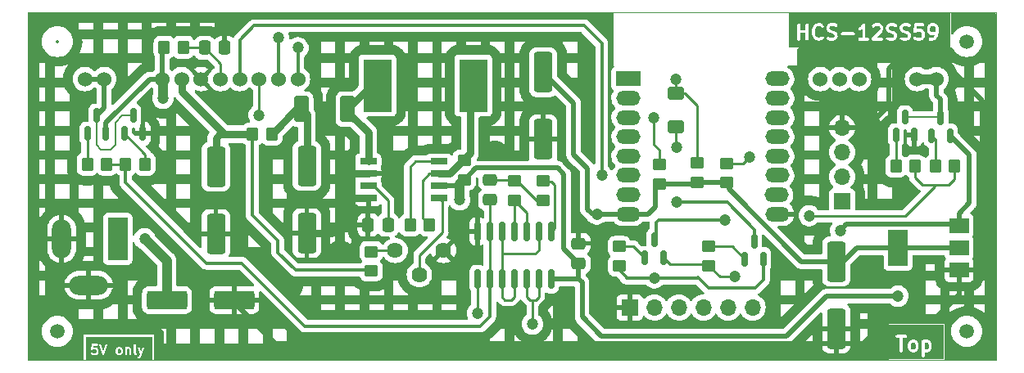
<source format=gbr>
G04 #@! TF.GenerationSoftware,KiCad,Pcbnew,7.0.2*
G04 #@! TF.CreationDate,2023-08-17T14:48:07+02:00*
G04 #@! TF.ProjectId,Samsung-VFD-Display,53616d73-756e-4672-9d56-46442d446973,0.1*
G04 #@! TF.SameCoordinates,Original*
G04 #@! TF.FileFunction,Profile,NP*
%FSLAX46Y46*%
G04 Gerber Fmt 4.6, Leading zero omitted, Abs format (unit mm)*
G04 Created by KiCad (PCBNEW 7.0.2) date 2023-08-17 14:48:07*
%MOMM*%
%LPD*%
G01*
G04 APERTURE LIST*
G04 Aperture macros list*
%AMRoundRect*
0 Rectangle with rounded corners*
0 $1 Rounding radius*
0 $2 $3 $4 $5 $6 $7 $8 $9 X,Y pos of 4 corners*
0 Add a 4 corners polygon primitive as box body*
4,1,4,$2,$3,$4,$5,$6,$7,$8,$9,$2,$3,0*
0 Add four circle primitives for the rounded corners*
1,1,$1+$1,$2,$3*
1,1,$1+$1,$4,$5*
1,1,$1+$1,$6,$7*
1,1,$1+$1,$8,$9*
0 Add four rect primitives between the rounded corners*
20,1,$1+$1,$2,$3,$4,$5,0*
20,1,$1+$1,$4,$5,$6,$7,0*
20,1,$1+$1,$6,$7,$8,$9,0*
20,1,$1+$1,$8,$9,$2,$3,0*%
G04 Aperture macros list end*
G04 #@! TA.AperFunction,Profile*
%ADD10C,0.100000*%
G04 #@! TD*
%ADD11C,0.300000*%
%ADD12C,0.200000*%
G04 #@! TA.AperFunction,SMDPad,CuDef*
%ADD13RoundRect,0.150000X0.150000X-0.587500X0.150000X0.587500X-0.150000X0.587500X-0.150000X-0.587500X0*%
G04 #@! TD*
G04 #@! TA.AperFunction,SMDPad,CuDef*
%ADD14C,1.500000*%
G04 #@! TD*
G04 #@! TA.AperFunction,SMDPad,CuDef*
%ADD15RoundRect,0.250000X-0.350000X-0.450000X0.350000X-0.450000X0.350000X0.450000X-0.350000X0.450000X0*%
G04 #@! TD*
G04 #@! TA.AperFunction,SMDPad,CuDef*
%ADD16RoundRect,0.250000X0.600000X-0.400000X0.600000X0.400000X-0.600000X0.400000X-0.600000X-0.400000X0*%
G04 #@! TD*
G04 #@! TA.AperFunction,SMDPad,CuDef*
%ADD17RoundRect,0.250000X0.450000X-0.350000X0.450000X0.350000X-0.450000X0.350000X-0.450000X-0.350000X0*%
G04 #@! TD*
G04 #@! TA.AperFunction,ComponentPad*
%ADD18R,1.700000X1.700000*%
G04 #@! TD*
G04 #@! TA.AperFunction,ComponentPad*
%ADD19O,1.700000X1.700000*%
G04 #@! TD*
G04 #@! TA.AperFunction,SMDPad,CuDef*
%ADD20R,1.700000X0.650000*%
G04 #@! TD*
G04 #@! TA.AperFunction,SMDPad,CuDef*
%ADD21RoundRect,0.250000X-0.700000X1.825000X-0.700000X-1.825000X0.700000X-1.825000X0.700000X1.825000X0*%
G04 #@! TD*
G04 #@! TA.AperFunction,SMDPad,CuDef*
%ADD22RoundRect,0.250000X-1.825000X-0.700000X1.825000X-0.700000X1.825000X0.700000X-1.825000X0.700000X0*%
G04 #@! TD*
G04 #@! TA.AperFunction,SMDPad,CuDef*
%ADD23R,2.000000X1.500000*%
G04 #@! TD*
G04 #@! TA.AperFunction,SMDPad,CuDef*
%ADD24R,2.000000X3.800000*%
G04 #@! TD*
G04 #@! TA.AperFunction,SMDPad,CuDef*
%ADD25R,2.900000X5.400000*%
G04 #@! TD*
G04 #@! TA.AperFunction,SMDPad,CuDef*
%ADD26RoundRect,0.250000X-0.337500X-0.475000X0.337500X-0.475000X0.337500X0.475000X-0.337500X0.475000X0*%
G04 #@! TD*
G04 #@! TA.AperFunction,SMDPad,CuDef*
%ADD27RoundRect,0.250000X-0.500000X-1.100000X0.500000X-1.100000X0.500000X1.100000X-0.500000X1.100000X0*%
G04 #@! TD*
G04 #@! TA.AperFunction,ComponentPad*
%ADD28C,1.620000*%
G04 #@! TD*
G04 #@! TA.AperFunction,SMDPad,CuDef*
%ADD29RoundRect,0.250000X-0.475000X0.337500X-0.475000X-0.337500X0.475000X-0.337500X0.475000X0.337500X0*%
G04 #@! TD*
G04 #@! TA.AperFunction,ComponentPad*
%ADD30R,2.000000X4.400000*%
G04 #@! TD*
G04 #@! TA.AperFunction,ComponentPad*
%ADD31O,2.000000X4.000000*%
G04 #@! TD*
G04 #@! TA.AperFunction,ComponentPad*
%ADD32O,4.000000X2.000000*%
G04 #@! TD*
G04 #@! TA.AperFunction,SMDPad,CuDef*
%ADD33RoundRect,0.150000X-0.150000X0.825000X-0.150000X-0.825000X0.150000X-0.825000X0.150000X0.825000X0*%
G04 #@! TD*
G04 #@! TA.AperFunction,ComponentPad*
%ADD34R,2.500000X1.500000*%
G04 #@! TD*
G04 #@! TA.AperFunction,ComponentPad*
%ADD35O,2.500000X1.500000*%
G04 #@! TD*
G04 #@! TA.AperFunction,SMDPad,CuDef*
%ADD36RoundRect,0.250000X-0.450000X0.350000X-0.450000X-0.350000X0.450000X-0.350000X0.450000X0.350000X0*%
G04 #@! TD*
G04 #@! TA.AperFunction,SMDPad,CuDef*
%ADD37RoundRect,0.250000X0.350000X0.450000X-0.350000X0.450000X-0.350000X-0.450000X0.350000X-0.450000X0*%
G04 #@! TD*
G04 #@! TA.AperFunction,ComponentPad*
%ADD38C,1.524000*%
G04 #@! TD*
G04 #@! TA.AperFunction,ViaPad*
%ADD39C,1.200000*%
G04 #@! TD*
G04 #@! TA.AperFunction,Conductor*
%ADD40C,0.250000*%
G04 #@! TD*
G04 #@! TA.AperFunction,Conductor*
%ADD41C,0.320000*%
G04 #@! TD*
G04 #@! TA.AperFunction,Conductor*
%ADD42C,0.800000*%
G04 #@! TD*
G04 #@! TA.AperFunction,Conductor*
%ADD43C,0.500000*%
G04 #@! TD*
G04 #@! TA.AperFunction,Conductor*
%ADD44C,1.000000*%
G04 #@! TD*
G04 #@! TA.AperFunction,Conductor*
%ADD45C,0.200000*%
G04 #@! TD*
%ADD46C,0.350000*%
%ADD47O,1.000000X3.400000*%
%ADD48O,1.000000X3.000000*%
%ADD49O,3.000000X1.000000*%
G04 APERTURE END LIST*
D10*
X194250000Y-93000000D02*
X94250000Y-93000000D01*
X94250000Y-93000000D02*
X94250000Y-57000000D01*
X194250000Y-57000000D02*
X194250000Y-93000000D01*
X94250000Y-57000000D02*
X194250000Y-57000000D01*
D11*
G36*
X187943944Y-58455135D02*
G01*
X187980948Y-58492139D01*
X188025655Y-58581551D01*
X188025655Y-58867874D01*
X187980948Y-58957287D01*
X187943943Y-58994292D01*
X187854529Y-59039000D01*
X187639636Y-59039000D01*
X187550224Y-58994294D01*
X187513217Y-58957287D01*
X187468512Y-58867874D01*
X187468512Y-58581551D01*
X187513218Y-58492138D01*
X187550222Y-58455134D01*
X187639636Y-58410428D01*
X187854530Y-58410428D01*
X187943944Y-58455135D01*
G37*
G36*
X189575655Y-60608286D02*
G01*
X172868514Y-60608286D01*
X172868514Y-58996963D01*
X173735200Y-58996963D01*
X173739942Y-59007346D01*
X173739942Y-59781996D01*
X173758426Y-59844948D01*
X173824999Y-59902633D01*
X173912191Y-59915170D01*
X173992318Y-59878577D01*
X174039942Y-59804472D01*
X174039942Y-59124714D01*
X174597085Y-59124714D01*
X174597085Y-59781996D01*
X174615569Y-59844948D01*
X174682142Y-59902633D01*
X174769334Y-59915170D01*
X174849461Y-59878577D01*
X174897085Y-59804472D01*
X174897085Y-59111222D01*
X175233739Y-59111222D01*
X175239943Y-59136037D01*
X175239943Y-59139139D01*
X175245161Y-59156912D01*
X175309369Y-59413744D01*
X175307510Y-59430973D01*
X175319843Y-59455640D01*
X175321081Y-59460589D01*
X175329454Y-59474861D01*
X175390224Y-59596400D01*
X175395590Y-59621064D01*
X175424814Y-59650289D01*
X175452967Y-59680555D01*
X175455806Y-59681281D01*
X175563881Y-59789357D01*
X175586439Y-59817375D01*
X175615518Y-59827068D01*
X175642425Y-59841760D01*
X175656561Y-59840748D01*
X175824668Y-59896783D01*
X175845899Y-59910428D01*
X175887222Y-59910428D01*
X175928537Y-59911922D01*
X175931058Y-59910428D01*
X176013995Y-59910428D01*
X176038450Y-59916658D01*
X176077638Y-59903595D01*
X176117320Y-59891944D01*
X176119239Y-59889728D01*
X176286857Y-59833856D01*
X176322009Y-59826209D01*
X176343681Y-59804536D01*
X176368857Y-59787040D01*
X176374275Y-59773941D01*
X176439831Y-59708385D01*
X176471275Y-59650801D01*
X176464989Y-59562938D01*
X176412200Y-59492419D01*
X176329666Y-59461636D01*
X176243591Y-59480362D01*
X176166057Y-59557895D01*
X176008459Y-59610428D01*
X175914285Y-59610428D01*
X175756684Y-59557895D01*
X175656077Y-59457286D01*
X175602899Y-59350932D01*
X175539943Y-59099106D01*
X175539943Y-58921749D01*
X175602897Y-58669928D01*
X175656078Y-58563568D01*
X175656722Y-58562924D01*
X176734513Y-58562924D01*
X176739943Y-58576016D01*
X176739943Y-58680923D01*
X176736082Y-58716687D01*
X176749789Y-58744101D01*
X176758427Y-58773520D01*
X176769138Y-58782801D01*
X176818796Y-58882119D01*
X176824162Y-58906780D01*
X176853366Y-58935983D01*
X176881538Y-58966270D01*
X176884379Y-58966996D01*
X176913433Y-58996049D01*
X176926323Y-59017752D01*
X176963297Y-59036239D01*
X176999570Y-59056046D01*
X177002492Y-59055836D01*
X177084678Y-59096929D01*
X177096548Y-59109553D01*
X177123301Y-59116241D01*
X177127865Y-59118523D01*
X177144155Y-59121454D01*
X177409014Y-59187669D01*
X177515376Y-59240849D01*
X177552379Y-59277853D01*
X177597086Y-59367266D01*
X177597086Y-59439304D01*
X177552379Y-59528716D01*
X177515374Y-59565722D01*
X177425962Y-59610428D01*
X177128571Y-59610428D01*
X176916916Y-59539877D01*
X176851349Y-59537506D01*
X176775572Y-59582421D01*
X176736106Y-59661174D01*
X176745483Y-59748761D01*
X176800725Y-59817375D01*
X177038954Y-59896783D01*
X177060185Y-59910428D01*
X177101508Y-59910428D01*
X177142823Y-59911922D01*
X177145344Y-59910428D01*
X177453298Y-59910428D01*
X177489058Y-59914289D01*
X177516473Y-59900581D01*
X177545891Y-59891944D01*
X177555172Y-59881232D01*
X177654491Y-59831574D01*
X177679152Y-59826209D01*
X177708350Y-59797010D01*
X177738642Y-59768834D01*
X177739368Y-59765990D01*
X177768421Y-59736937D01*
X177790124Y-59724048D01*
X177808611Y-59687073D01*
X177828418Y-59650801D01*
X177828208Y-59647878D01*
X177877638Y-59549019D01*
X177897086Y-59518758D01*
X177897086Y-59488105D01*
X177902516Y-59457933D01*
X177897086Y-59444840D01*
X177897086Y-59339931D01*
X177900947Y-59304168D01*
X177887238Y-59276752D01*
X177878602Y-59247337D01*
X177867890Y-59238055D01*
X177854487Y-59211249D01*
X178235200Y-59211249D01*
X178271793Y-59291376D01*
X178345898Y-59339000D01*
X179554368Y-59339000D01*
X179617320Y-59320516D01*
X179675005Y-59253943D01*
X179687542Y-59166751D01*
X179650949Y-59086624D01*
X179576844Y-59039000D01*
X178368374Y-59039000D01*
X178305422Y-59057484D01*
X178247737Y-59124057D01*
X178235200Y-59211249D01*
X177854487Y-59211249D01*
X177818231Y-59138740D01*
X177812867Y-59114079D01*
X177783652Y-59084864D01*
X177755490Y-59054587D01*
X177752649Y-59053860D01*
X177723594Y-59024804D01*
X177710705Y-59003104D01*
X177673742Y-58984622D01*
X177637461Y-58964811D01*
X177634537Y-58965020D01*
X177552348Y-58923925D01*
X177540480Y-58911303D01*
X177513728Y-58904615D01*
X177509162Y-58902332D01*
X177492864Y-58899399D01*
X177228012Y-58833186D01*
X177121654Y-58780007D01*
X177084648Y-58743002D01*
X177060403Y-58694510D01*
X180019422Y-58694510D01*
X180047202Y-58778103D01*
X180115766Y-58833406D01*
X180203345Y-58842861D01*
X180368772Y-58760146D01*
X180393436Y-58754781D01*
X180422656Y-58725560D01*
X180452927Y-58697404D01*
X180453653Y-58694563D01*
X180454228Y-58693989D01*
X180454228Y-59610428D01*
X180154089Y-59610428D01*
X180091137Y-59628912D01*
X180033452Y-59695485D01*
X180020915Y-59782677D01*
X180057508Y-59862804D01*
X180131613Y-59910428D01*
X180593497Y-59910428D01*
X180626477Y-59915170D01*
X180636860Y-59910428D01*
X181054368Y-59910428D01*
X181117320Y-59891944D01*
X181175005Y-59825371D01*
X181181144Y-59782677D01*
X181378057Y-59782677D01*
X181385111Y-59798124D01*
X181386323Y-59815060D01*
X181403051Y-59837407D01*
X181414650Y-59862804D01*
X181428934Y-59871983D01*
X181439112Y-59885580D01*
X181465273Y-59895337D01*
X181488755Y-59910428D01*
X181505733Y-59910428D01*
X181521646Y-59916363D01*
X181548928Y-59910428D01*
X182482939Y-59910428D01*
X182545891Y-59891944D01*
X182603576Y-59825371D01*
X182616113Y-59738179D01*
X182579520Y-59658052D01*
X182505415Y-59610428D01*
X181894931Y-59610428D01*
X182490299Y-59015059D01*
X182518316Y-58992503D01*
X182528009Y-58963424D01*
X182542702Y-58936516D01*
X182541690Y-58922379D01*
X182597726Y-58754275D01*
X182611371Y-58733044D01*
X182611370Y-58691731D01*
X182612866Y-58650407D01*
X182611371Y-58647884D01*
X182611371Y-58562924D01*
X182877369Y-58562924D01*
X182882799Y-58576016D01*
X182882799Y-58680923D01*
X182878938Y-58716687D01*
X182892645Y-58744101D01*
X182901283Y-58773520D01*
X182911994Y-58782801D01*
X182961652Y-58882119D01*
X182967018Y-58906780D01*
X182996222Y-58935983D01*
X183024394Y-58966270D01*
X183027235Y-58966996D01*
X183056289Y-58996049D01*
X183069179Y-59017752D01*
X183106153Y-59036239D01*
X183142426Y-59056046D01*
X183145348Y-59055836D01*
X183227534Y-59096929D01*
X183239404Y-59109553D01*
X183266157Y-59116241D01*
X183270721Y-59118523D01*
X183287011Y-59121454D01*
X183551870Y-59187669D01*
X183658232Y-59240849D01*
X183695235Y-59277853D01*
X183739942Y-59367266D01*
X183739942Y-59439304D01*
X183695235Y-59528716D01*
X183658230Y-59565722D01*
X183568818Y-59610428D01*
X183271427Y-59610428D01*
X183059772Y-59539877D01*
X182994205Y-59537506D01*
X182918428Y-59582421D01*
X182878962Y-59661174D01*
X182888339Y-59748761D01*
X182943581Y-59817375D01*
X183181810Y-59896783D01*
X183203041Y-59910428D01*
X183244364Y-59910428D01*
X183285679Y-59911922D01*
X183288200Y-59910428D01*
X183596154Y-59910428D01*
X183631914Y-59914289D01*
X183659329Y-59900581D01*
X183688747Y-59891944D01*
X183698028Y-59881232D01*
X183797347Y-59831574D01*
X183822008Y-59826209D01*
X183851206Y-59797010D01*
X183881498Y-59768834D01*
X183882224Y-59765990D01*
X183911277Y-59736937D01*
X183932980Y-59724048D01*
X183951467Y-59687073D01*
X183971274Y-59650801D01*
X183971064Y-59647878D01*
X184020494Y-59549019D01*
X184039942Y-59518758D01*
X184039942Y-59488105D01*
X184045372Y-59457933D01*
X184039942Y-59444840D01*
X184039942Y-59339931D01*
X184043803Y-59304168D01*
X184030094Y-59276752D01*
X184021458Y-59247337D01*
X184010746Y-59238055D01*
X183961087Y-59138740D01*
X183955723Y-59114079D01*
X183926508Y-59084864D01*
X183898346Y-59054587D01*
X183895505Y-59053860D01*
X183866450Y-59024804D01*
X183853561Y-59003104D01*
X183816598Y-58984622D01*
X183780317Y-58964811D01*
X183777393Y-58965020D01*
X183695204Y-58923925D01*
X183683336Y-58911303D01*
X183656584Y-58904615D01*
X183652018Y-58902332D01*
X183635720Y-58899399D01*
X183370868Y-58833186D01*
X183264510Y-58780007D01*
X183227504Y-58743002D01*
X183182799Y-58653589D01*
X183182799Y-58581551D01*
X183192112Y-58562924D01*
X184305940Y-58562924D01*
X184311370Y-58576016D01*
X184311370Y-58680923D01*
X184307509Y-58716687D01*
X184321216Y-58744101D01*
X184329854Y-58773520D01*
X184340565Y-58782801D01*
X184390223Y-58882119D01*
X184395589Y-58906780D01*
X184424793Y-58935983D01*
X184452965Y-58966270D01*
X184455806Y-58966996D01*
X184484860Y-58996049D01*
X184497750Y-59017752D01*
X184534724Y-59036239D01*
X184570997Y-59056046D01*
X184573919Y-59055836D01*
X184656105Y-59096929D01*
X184667975Y-59109553D01*
X184694728Y-59116241D01*
X184699292Y-59118523D01*
X184715582Y-59121454D01*
X184980441Y-59187669D01*
X185086803Y-59240849D01*
X185123806Y-59277853D01*
X185168513Y-59367266D01*
X185168513Y-59439304D01*
X185123806Y-59528716D01*
X185086801Y-59565722D01*
X184997389Y-59610428D01*
X184699998Y-59610428D01*
X184488343Y-59539877D01*
X184422776Y-59537506D01*
X184346999Y-59582421D01*
X184307533Y-59661174D01*
X184316910Y-59748761D01*
X184372152Y-59817375D01*
X184610381Y-59896783D01*
X184631612Y-59910428D01*
X184672935Y-59910428D01*
X184714250Y-59911922D01*
X184716771Y-59910428D01*
X185024725Y-59910428D01*
X185060485Y-59914289D01*
X185087900Y-59900581D01*
X185117318Y-59891944D01*
X185126599Y-59881232D01*
X185225918Y-59831574D01*
X185250579Y-59826209D01*
X185279777Y-59797010D01*
X185310069Y-59768834D01*
X185310795Y-59765990D01*
X185339848Y-59736937D01*
X185361551Y-59724048D01*
X185380038Y-59687073D01*
X185399845Y-59650801D01*
X185399635Y-59647878D01*
X185420366Y-59606417D01*
X185734006Y-59606417D01*
X185752731Y-59692492D01*
X185842003Y-59781765D01*
X185854893Y-59803468D01*
X185891867Y-59821954D01*
X185928137Y-59841760D01*
X185931060Y-59841550D01*
X186029923Y-59890981D01*
X186060183Y-59910428D01*
X186090835Y-59910428D01*
X186121009Y-59915858D01*
X186134101Y-59910428D01*
X186453296Y-59910428D01*
X186489056Y-59914289D01*
X186516471Y-59900581D01*
X186545889Y-59891944D01*
X186555170Y-59881232D01*
X186654489Y-59831574D01*
X186679150Y-59826209D01*
X186708348Y-59797010D01*
X186738640Y-59768834D01*
X186739366Y-59765990D01*
X186768419Y-59736937D01*
X186790122Y-59724048D01*
X186808609Y-59687073D01*
X186828416Y-59650801D01*
X186828206Y-59647878D01*
X186877636Y-59549019D01*
X186897084Y-59518758D01*
X186897084Y-59488105D01*
X186902514Y-59457933D01*
X186897084Y-59444840D01*
X186897084Y-59125645D01*
X186900945Y-59089882D01*
X186887236Y-59062466D01*
X186878600Y-59033051D01*
X186867888Y-59023769D01*
X186818229Y-58924454D01*
X186812865Y-58899793D01*
X186783650Y-58870578D01*
X186755488Y-58840301D01*
X186752647Y-58839574D01*
X186723592Y-58810518D01*
X186710703Y-58788818D01*
X186673746Y-58770339D01*
X186637459Y-58750525D01*
X186634534Y-58750734D01*
X186535673Y-58701304D01*
X186505413Y-58681857D01*
X186474761Y-58681857D01*
X186444587Y-58676427D01*
X186431495Y-58681857D01*
X186112304Y-58681857D01*
X186076540Y-58677996D01*
X186070035Y-58681248D01*
X186081868Y-58562924D01*
X187163082Y-58562924D01*
X187168512Y-58576016D01*
X187168512Y-58895208D01*
X187164651Y-58930972D01*
X187178358Y-58958386D01*
X187186996Y-58987805D01*
X187197707Y-58997086D01*
X187247365Y-59096402D01*
X187252730Y-59121064D01*
X187281936Y-59150270D01*
X187310107Y-59180555D01*
X187312947Y-59181281D01*
X187342002Y-59210336D01*
X187354892Y-59232038D01*
X187391854Y-59250519D01*
X187428138Y-59270332D01*
X187431061Y-59270122D01*
X187529920Y-59319552D01*
X187560182Y-59339000D01*
X187590835Y-59339000D01*
X187621007Y-59344430D01*
X187634099Y-59339000D01*
X187881864Y-59339000D01*
X187917628Y-59342861D01*
X187945043Y-59329153D01*
X187969972Y-59321833D01*
X187965006Y-59341698D01*
X187844801Y-59522006D01*
X187801085Y-59565722D01*
X187711673Y-59610428D01*
X187439801Y-59610428D01*
X187376849Y-59628912D01*
X187319164Y-59695485D01*
X187306627Y-59782677D01*
X187343220Y-59862804D01*
X187417325Y-59910428D01*
X187739007Y-59910428D01*
X187774770Y-59914289D01*
X187802184Y-59900581D01*
X187831603Y-59891944D01*
X187840884Y-59881232D01*
X187940200Y-59831574D01*
X187964862Y-59826210D01*
X187994073Y-59796998D01*
X188024353Y-59768833D01*
X188025079Y-59765992D01*
X188047376Y-59743695D01*
X188061745Y-59737423D01*
X188077937Y-59713134D01*
X188082686Y-59708386D01*
X188089852Y-59695261D01*
X188219499Y-59500791D01*
X188239065Y-59482395D01*
X188248699Y-59443856D01*
X188260537Y-59405912D01*
X188259304Y-59401437D01*
X188315188Y-59177900D01*
X188325655Y-59161615D01*
X188325655Y-59136035D01*
X188326407Y-59133028D01*
X188325655Y-59114522D01*
X188325655Y-58916676D01*
X188331085Y-58886504D01*
X188325655Y-58873411D01*
X188325655Y-58554216D01*
X188329516Y-58518453D01*
X188315807Y-58491037D01*
X188307171Y-58461622D01*
X188296459Y-58452340D01*
X188246801Y-58353025D01*
X188241436Y-58328362D01*
X188212205Y-58299131D01*
X188184059Y-58268872D01*
X188181219Y-58268145D01*
X188152161Y-58239088D01*
X188139274Y-58217390D01*
X188102320Y-58198913D01*
X188066029Y-58179096D01*
X188063104Y-58179305D01*
X187964242Y-58129873D01*
X187933984Y-58110428D01*
X187903333Y-58110428D01*
X187873159Y-58104998D01*
X187860067Y-58110428D01*
X187612301Y-58110428D01*
X187576537Y-58106567D01*
X187549121Y-58120275D01*
X187519706Y-58128912D01*
X187510424Y-58139623D01*
X187411109Y-58189282D01*
X187386448Y-58194647D01*
X187357233Y-58223861D01*
X187326956Y-58252024D01*
X187326229Y-58254864D01*
X187297173Y-58283919D01*
X187275473Y-58296809D01*
X187256992Y-58333769D01*
X187237180Y-58370053D01*
X187237389Y-58372976D01*
X187187957Y-58471839D01*
X187168512Y-58502098D01*
X187168512Y-58532749D01*
X187163082Y-58562924D01*
X186081868Y-58562924D01*
X186097118Y-58410428D01*
X186697223Y-58410428D01*
X186760175Y-58391944D01*
X186817860Y-58325371D01*
X186830397Y-58238179D01*
X186793804Y-58158052D01*
X186719699Y-58110428D01*
X185979642Y-58110428D01*
X185954628Y-58104241D01*
X185916013Y-58117412D01*
X185876849Y-58128912D01*
X185874561Y-58131551D01*
X185871257Y-58132679D01*
X185845893Y-58164636D01*
X185819164Y-58195485D01*
X185818666Y-58198942D01*
X185816496Y-58201678D01*
X185812436Y-58242273D01*
X185806627Y-58282677D01*
X185808078Y-58285854D01*
X185743711Y-58929521D01*
X185737180Y-58941484D01*
X185739405Y-58972587D01*
X185738539Y-58981250D01*
X185740936Y-58993997D01*
X185743466Y-59029348D01*
X185748969Y-59036700D01*
X185750668Y-59045728D01*
X185775012Y-59071489D01*
X185796255Y-59099866D01*
X185804862Y-59103076D01*
X185811170Y-59109751D01*
X185845573Y-59118260D01*
X185878789Y-59130649D01*
X185887764Y-59128696D01*
X185896682Y-59130902D01*
X185930234Y-59119456D01*
X185964864Y-59111923D01*
X185971357Y-59105429D01*
X185980053Y-59102463D01*
X186002091Y-59074694D01*
X186050221Y-59026563D01*
X186139637Y-58981857D01*
X186425958Y-58981857D01*
X186515374Y-59026563D01*
X186552377Y-59063567D01*
X186597084Y-59152980D01*
X186597084Y-59439304D01*
X186552377Y-59528716D01*
X186515372Y-59565722D01*
X186425960Y-59610428D01*
X186139636Y-59610428D01*
X186050222Y-59565721D01*
X185980757Y-59496255D01*
X185923173Y-59464811D01*
X185835310Y-59471095D01*
X185764790Y-59523883D01*
X185734006Y-59606417D01*
X185420366Y-59606417D01*
X185449065Y-59549019D01*
X185468513Y-59518758D01*
X185468513Y-59488105D01*
X185473943Y-59457933D01*
X185468513Y-59444840D01*
X185468513Y-59339931D01*
X185472374Y-59304168D01*
X185458665Y-59276752D01*
X185450029Y-59247337D01*
X185439317Y-59238055D01*
X185389658Y-59138740D01*
X185384294Y-59114079D01*
X185355079Y-59084864D01*
X185326917Y-59054587D01*
X185324076Y-59053860D01*
X185295021Y-59024804D01*
X185282132Y-59003104D01*
X185245169Y-58984622D01*
X185208888Y-58964811D01*
X185205964Y-58965020D01*
X185123775Y-58923925D01*
X185111907Y-58911303D01*
X185085155Y-58904615D01*
X185080589Y-58902332D01*
X185064291Y-58899399D01*
X184799439Y-58833186D01*
X184693081Y-58780007D01*
X184656075Y-58743002D01*
X184611370Y-58653589D01*
X184611370Y-58581551D01*
X184656076Y-58492138D01*
X184693080Y-58455134D01*
X184782494Y-58410428D01*
X185079886Y-58410428D01*
X185291539Y-58480980D01*
X185357106Y-58483352D01*
X185432883Y-58438437D01*
X185472350Y-58359684D01*
X185462973Y-58272097D01*
X185407731Y-58203482D01*
X185169502Y-58124072D01*
X185148271Y-58110428D01*
X185106958Y-58110428D01*
X185065634Y-58108933D01*
X185063112Y-58110428D01*
X184755159Y-58110428D01*
X184719395Y-58106567D01*
X184691979Y-58120275D01*
X184662564Y-58128912D01*
X184653282Y-58139623D01*
X184553967Y-58189282D01*
X184529306Y-58194647D01*
X184500091Y-58223861D01*
X184469814Y-58252024D01*
X184469087Y-58254864D01*
X184440031Y-58283919D01*
X184418331Y-58296809D01*
X184399850Y-58333769D01*
X184380038Y-58370053D01*
X184380247Y-58372976D01*
X184330815Y-58471839D01*
X184311370Y-58502098D01*
X184311370Y-58532749D01*
X184305940Y-58562924D01*
X183192112Y-58562924D01*
X183227505Y-58492138D01*
X183264509Y-58455134D01*
X183353923Y-58410428D01*
X183651315Y-58410428D01*
X183862968Y-58480980D01*
X183928535Y-58483352D01*
X184004312Y-58438437D01*
X184043779Y-58359684D01*
X184034402Y-58272097D01*
X183979160Y-58203482D01*
X183740931Y-58124072D01*
X183719700Y-58110428D01*
X183678387Y-58110428D01*
X183637063Y-58108933D01*
X183634541Y-58110428D01*
X183326588Y-58110428D01*
X183290824Y-58106567D01*
X183263408Y-58120275D01*
X183233993Y-58128912D01*
X183224711Y-58139623D01*
X183125396Y-58189282D01*
X183100735Y-58194647D01*
X183071520Y-58223861D01*
X183041243Y-58252024D01*
X183040516Y-58254864D01*
X183011460Y-58283919D01*
X182989760Y-58296809D01*
X182971279Y-58333769D01*
X182951467Y-58370053D01*
X182951676Y-58372976D01*
X182902244Y-58471839D01*
X182882799Y-58502098D01*
X182882799Y-58532749D01*
X182877369Y-58562924D01*
X182611371Y-58562924D01*
X182611371Y-58554216D01*
X182615232Y-58518453D01*
X182601523Y-58491037D01*
X182592887Y-58461622D01*
X182582175Y-58452340D01*
X182532517Y-58353025D01*
X182527152Y-58328362D01*
X182497921Y-58299131D01*
X182469775Y-58268872D01*
X182466935Y-58268145D01*
X182437877Y-58239088D01*
X182424990Y-58217390D01*
X182388036Y-58198913D01*
X182351745Y-58179096D01*
X182348820Y-58179305D01*
X182249958Y-58129873D01*
X182219700Y-58110428D01*
X182189049Y-58110428D01*
X182158875Y-58104998D01*
X182145783Y-58110428D01*
X181826590Y-58110428D01*
X181790826Y-58106567D01*
X181763410Y-58120274D01*
X181733994Y-58128912D01*
X181724712Y-58139623D01*
X181625394Y-58189282D01*
X181600733Y-58194647D01*
X181571511Y-58223868D01*
X181541243Y-58252024D01*
X181540516Y-58254863D01*
X181482911Y-58312470D01*
X181451467Y-58370054D01*
X181457752Y-58457917D01*
X181510541Y-58528437D01*
X181593075Y-58559220D01*
X181679150Y-58540495D01*
X181764509Y-58455135D01*
X181853925Y-58410428D01*
X182140246Y-58410428D01*
X182229660Y-58455135D01*
X182266664Y-58492139D01*
X182311371Y-58581551D01*
X182311371Y-58664659D01*
X182258837Y-58822257D01*
X181453805Y-59627289D01*
X181448279Y-59628912D01*
X181422941Y-59658153D01*
X181411482Y-59669613D01*
X181408874Y-59674387D01*
X181390594Y-59695485D01*
X181388177Y-59712290D01*
X181380038Y-59727197D01*
X181382030Y-59755045D01*
X181378057Y-59782677D01*
X181181144Y-59782677D01*
X181187542Y-59738179D01*
X181150949Y-59658052D01*
X181076844Y-59610428D01*
X180754228Y-59610428D01*
X180754228Y-58283284D01*
X180760539Y-58263055D01*
X180754228Y-58240144D01*
X180754228Y-58238860D01*
X180748503Y-58219364D01*
X180737145Y-58178130D01*
X180736129Y-58177219D01*
X180735744Y-58175908D01*
X180703414Y-58147894D01*
X180671551Y-58119333D01*
X180670201Y-58119115D01*
X180669171Y-58118223D01*
X180626863Y-58112139D01*
X180584583Y-58105334D01*
X180583331Y-58105880D01*
X180581979Y-58105686D01*
X180543036Y-58123470D01*
X180503852Y-58140576D01*
X180503095Y-58141711D01*
X180501852Y-58142279D01*
X180478706Y-58178294D01*
X180344803Y-58379149D01*
X180229660Y-58494292D01*
X180089284Y-58564482D01*
X180041244Y-58609167D01*
X180019422Y-58694510D01*
X177060403Y-58694510D01*
X177039943Y-58653589D01*
X177039943Y-58581551D01*
X177084649Y-58492138D01*
X177121653Y-58455134D01*
X177211067Y-58410428D01*
X177508459Y-58410428D01*
X177720112Y-58480980D01*
X177785679Y-58483352D01*
X177861456Y-58438437D01*
X177900923Y-58359684D01*
X177891546Y-58272097D01*
X177836304Y-58203482D01*
X177598075Y-58124072D01*
X177576844Y-58110428D01*
X177535531Y-58110428D01*
X177494207Y-58108933D01*
X177491685Y-58110428D01*
X177183732Y-58110428D01*
X177147968Y-58106567D01*
X177120552Y-58120275D01*
X177091137Y-58128912D01*
X177081855Y-58139623D01*
X176982540Y-58189282D01*
X176957879Y-58194647D01*
X176928664Y-58223861D01*
X176898387Y-58252024D01*
X176897660Y-58254864D01*
X176868604Y-58283919D01*
X176846904Y-58296809D01*
X176828423Y-58333769D01*
X176808611Y-58370053D01*
X176808820Y-58372976D01*
X176759388Y-58471839D01*
X176739943Y-58502098D01*
X176739943Y-58532749D01*
X176734513Y-58562924D01*
X175656722Y-58562924D01*
X175756684Y-58462961D01*
X175914284Y-58410428D01*
X176008459Y-58410428D01*
X176166059Y-58462962D01*
X176227699Y-58524602D01*
X176285282Y-58556045D01*
X176373146Y-58549760D01*
X176443665Y-58496971D01*
X176474448Y-58414438D01*
X176455724Y-58328362D01*
X176358861Y-58231500D01*
X176336304Y-58203482D01*
X176307223Y-58193788D01*
X176280317Y-58179096D01*
X176266179Y-58180107D01*
X176098075Y-58124072D01*
X176076844Y-58110428D01*
X176035531Y-58110428D01*
X175994207Y-58108933D01*
X175991685Y-58110428D01*
X175908747Y-58110428D01*
X175884292Y-58104198D01*
X175845099Y-58117262D01*
X175805423Y-58128912D01*
X175803503Y-58131127D01*
X175635884Y-58187000D01*
X175600735Y-58194647D01*
X175579060Y-58216321D01*
X175553885Y-58233818D01*
X175548467Y-58246914D01*
X175440032Y-58355349D01*
X175418333Y-58368238D01*
X175399857Y-58405189D01*
X175380039Y-58441483D01*
X175380248Y-58444407D01*
X175339156Y-58526591D01*
X175326532Y-58538462D01*
X175319843Y-58565217D01*
X175317562Y-58569780D01*
X175314630Y-58586067D01*
X175250409Y-58842954D01*
X175239943Y-58859241D01*
X175239943Y-58884820D01*
X175239191Y-58887829D01*
X175239943Y-58906334D01*
X175239943Y-59092883D01*
X175233739Y-59111222D01*
X174897085Y-59111222D01*
X174897085Y-58985444D01*
X174901827Y-58952465D01*
X174897085Y-58942081D01*
X174897085Y-58238860D01*
X174878601Y-58175908D01*
X174812028Y-58118223D01*
X174724836Y-58105686D01*
X174644709Y-58142279D01*
X174597085Y-58216384D01*
X174597085Y-58824714D01*
X174039942Y-58824714D01*
X174039942Y-58238860D01*
X174021458Y-58175908D01*
X173954885Y-58118223D01*
X173867693Y-58105686D01*
X173787566Y-58142279D01*
X173739942Y-58216384D01*
X173739942Y-58963983D01*
X173735200Y-58996963D01*
X172868514Y-58996963D01*
X172868514Y-57029714D01*
X189575655Y-57029714D01*
X189575655Y-60608286D01*
G37*
D12*
G36*
X103766040Y-91847556D02*
G01*
X103790710Y-91872226D01*
X103820514Y-91931833D01*
X103820514Y-92170336D01*
X103790710Y-92229943D01*
X103766039Y-92254614D01*
X103706432Y-92284419D01*
X103610787Y-92284419D01*
X103551180Y-92254615D01*
X103526509Y-92229943D01*
X103496705Y-92170335D01*
X103496705Y-91931834D01*
X103526509Y-91872225D01*
X103551178Y-91847556D01*
X103610787Y-91817752D01*
X103706432Y-91817752D01*
X103766040Y-91847556D01*
G37*
G36*
X107044325Y-92949657D02*
G01*
X100191943Y-92949657D01*
X100191943Y-92721425D01*
X105578263Y-92721425D01*
X105596783Y-92777153D01*
X105642492Y-92814023D01*
X105700878Y-92820326D01*
X105811163Y-92765183D01*
X105827606Y-92761606D01*
X105847085Y-92742126D01*
X105867266Y-92723355D01*
X105867750Y-92721461D01*
X105890090Y-92699121D01*
X105907220Y-92686916D01*
X105915908Y-92665195D01*
X105927117Y-92644668D01*
X105926662Y-92638310D01*
X106003210Y-92446940D01*
X106004813Y-92445705D01*
X106006877Y-92439923D01*
X106011282Y-92435641D01*
X106016197Y-92414470D01*
X106018703Y-92408208D01*
X106018884Y-92406306D01*
X106257620Y-91737845D01*
X106260131Y-91694177D01*
X106231269Y-91643033D01*
X106179339Y-91615613D01*
X106120827Y-91620620D01*
X106074312Y-91656466D01*
X105920515Y-92087097D01*
X105771758Y-91670577D01*
X105746038Y-91635199D01*
X105691307Y-91613909D01*
X105633755Y-91625589D01*
X105591653Y-91666530D01*
X105578370Y-91723733D01*
X105813612Y-92382414D01*
X105740051Y-92566318D01*
X105718422Y-92587947D01*
X105624838Y-92634740D01*
X105592811Y-92664530D01*
X105578263Y-92721425D01*
X100191943Y-92721425D01*
X100191943Y-92281744D01*
X100721319Y-92281744D01*
X100733802Y-92339127D01*
X100793318Y-92398644D01*
X100801911Y-92413111D01*
X100826549Y-92425430D01*
X100850740Y-92438640D01*
X100852689Y-92438500D01*
X100918594Y-92471453D01*
X100938770Y-92484419D01*
X100959205Y-92484419D01*
X100979321Y-92488039D01*
X100988049Y-92484419D01*
X101200843Y-92484419D01*
X101224686Y-92486993D01*
X101242962Y-92477854D01*
X101262575Y-92472096D01*
X101268763Y-92464954D01*
X101334971Y-92431850D01*
X101351415Y-92428273D01*
X101370900Y-92408787D01*
X101391074Y-92390022D01*
X101391558Y-92388128D01*
X101410931Y-92368755D01*
X101425396Y-92360164D01*
X101437713Y-92335529D01*
X101450925Y-92311333D01*
X101450785Y-92309385D01*
X101483738Y-92243480D01*
X101496704Y-92223305D01*
X101496704Y-92202869D01*
X101500324Y-92182754D01*
X101496704Y-92174025D01*
X101496704Y-91961231D01*
X101499278Y-91937388D01*
X101490139Y-91919110D01*
X101484381Y-91899500D01*
X101477239Y-91893312D01*
X101444134Y-91827101D01*
X101440558Y-91810661D01*
X101421083Y-91791186D01*
X101402307Y-91771000D01*
X101400412Y-91770515D01*
X101381042Y-91751145D01*
X101372450Y-91736679D01*
X101347815Y-91724361D01*
X101323620Y-91711150D01*
X101321670Y-91711289D01*
X101255769Y-91678338D01*
X101235591Y-91665371D01*
X101215155Y-91665371D01*
X101195040Y-91661751D01*
X101186312Y-91665371D01*
X100973517Y-91665371D01*
X100949674Y-91662797D01*
X100945339Y-91664964D01*
X100963393Y-91484419D01*
X101363464Y-91484419D01*
X101405432Y-91472096D01*
X101443889Y-91427714D01*
X101449572Y-91388186D01*
X101578265Y-91388186D01*
X101915163Y-92398879D01*
X101914756Y-92410149D01*
X101924271Y-92426202D01*
X101925431Y-92429682D01*
X101931565Y-92438509D01*
X101944699Y-92460667D01*
X101948175Y-92462409D01*
X101950393Y-92465600D01*
X101974184Y-92475442D01*
X101997201Y-92486976D01*
X102001064Y-92486562D01*
X102004658Y-92488049D01*
X102029988Y-92483466D01*
X102055593Y-92480726D01*
X102058623Y-92478286D01*
X102062445Y-92477595D01*
X102081271Y-92460051D01*
X102101335Y-92443898D01*
X102102564Y-92440209D01*
X102105408Y-92437560D01*
X102111764Y-92412609D01*
X102276162Y-91919416D01*
X103293085Y-91919416D01*
X103296705Y-91928144D01*
X103296704Y-92188556D01*
X103294131Y-92212400D01*
X103303269Y-92230676D01*
X103309028Y-92250289D01*
X103316169Y-92256477D01*
X103349273Y-92322684D01*
X103352850Y-92339127D01*
X103372333Y-92358610D01*
X103391102Y-92378788D01*
X103392994Y-92379271D01*
X103412366Y-92398644D01*
X103420959Y-92413111D01*
X103445597Y-92425430D01*
X103469788Y-92438640D01*
X103471737Y-92438500D01*
X103537642Y-92471453D01*
X103557818Y-92484419D01*
X103578253Y-92484419D01*
X103598369Y-92488039D01*
X103607097Y-92484419D01*
X103724653Y-92484419D01*
X103748496Y-92486993D01*
X103766772Y-92477854D01*
X103786385Y-92472096D01*
X103792573Y-92464954D01*
X103858781Y-92431850D01*
X103875225Y-92428273D01*
X103894710Y-92408787D01*
X103914884Y-92390022D01*
X103915368Y-92388128D01*
X103934741Y-92368755D01*
X103949206Y-92360164D01*
X103961523Y-92335529D01*
X103974735Y-92311333D01*
X103974595Y-92309385D01*
X104007548Y-92243480D01*
X104020514Y-92223305D01*
X104020514Y-92202869D01*
X104024134Y-92182754D01*
X104020514Y-92174025D01*
X104020514Y-91913612D01*
X104023088Y-91889769D01*
X104013949Y-91871491D01*
X104008191Y-91851881D01*
X104001049Y-91845693D01*
X103973621Y-91790836D01*
X104247246Y-91790836D01*
X104249086Y-91816565D01*
X104249086Y-92398798D01*
X104261409Y-92440766D01*
X104305791Y-92479223D01*
X104363918Y-92487580D01*
X104417337Y-92463185D01*
X104449086Y-92413782D01*
X104449086Y-91854410D01*
X104455940Y-91847556D01*
X104515549Y-91817752D01*
X104611194Y-91817752D01*
X104655502Y-91839906D01*
X104677657Y-91884214D01*
X104677657Y-92398798D01*
X104689980Y-92440766D01*
X104734362Y-92479223D01*
X104792489Y-92487580D01*
X104845908Y-92463185D01*
X104877657Y-92413782D01*
X104877657Y-92260019D01*
X105151274Y-92260019D01*
X105160412Y-92278296D01*
X105166171Y-92297908D01*
X105173311Y-92304095D01*
X105200631Y-92358735D01*
X105200494Y-92362620D01*
X105213638Y-92384750D01*
X105218454Y-92394382D01*
X105220957Y-92397073D01*
X105230483Y-92413111D01*
X105240565Y-92418152D01*
X105248245Y-92426408D01*
X105266321Y-92431030D01*
X105364844Y-92480292D01*
X105407893Y-92488039D01*
X105462138Y-92465541D01*
X105495608Y-92417288D01*
X105497678Y-92358599D01*
X105467689Y-92308108D01*
X105376002Y-92262264D01*
X105353847Y-92217955D01*
X105353848Y-91370040D01*
X105341525Y-91328072D01*
X105297143Y-91289615D01*
X105239016Y-91281258D01*
X105185597Y-91305653D01*
X105153848Y-91355056D01*
X105153848Y-92236175D01*
X105151274Y-92260019D01*
X104877657Y-92260019D01*
X104877657Y-91865993D01*
X104880231Y-91842150D01*
X104871092Y-91823872D01*
X104865334Y-91804262D01*
X104858192Y-91798074D01*
X104830873Y-91743436D01*
X104831011Y-91739551D01*
X104817861Y-91717411D01*
X104813050Y-91707789D01*
X104810549Y-91705100D01*
X104801022Y-91689060D01*
X104790940Y-91684019D01*
X104783260Y-91675762D01*
X104765179Y-91671138D01*
X104684341Y-91630719D01*
X104664163Y-91617752D01*
X104643727Y-91617752D01*
X104623612Y-91614132D01*
X104614884Y-91617752D01*
X104497327Y-91617752D01*
X104473484Y-91615178D01*
X104455206Y-91624316D01*
X104435596Y-91630075D01*
X104429408Y-91637216D01*
X104416370Y-91643734D01*
X104392381Y-91622948D01*
X104334254Y-91614591D01*
X104280835Y-91638986D01*
X104249086Y-91688389D01*
X104249086Y-91787466D01*
X104247246Y-91790836D01*
X103973621Y-91790836D01*
X103967944Y-91779482D01*
X103964368Y-91763042D01*
X103944893Y-91743567D01*
X103926117Y-91723381D01*
X103924222Y-91722896D01*
X103904852Y-91703526D01*
X103896260Y-91689060D01*
X103871625Y-91676742D01*
X103847430Y-91663531D01*
X103845480Y-91663670D01*
X103779579Y-91630719D01*
X103759401Y-91617752D01*
X103738965Y-91617752D01*
X103718850Y-91614132D01*
X103710122Y-91617752D01*
X103592565Y-91617752D01*
X103568722Y-91615178D01*
X103550444Y-91624316D01*
X103530834Y-91630075D01*
X103524646Y-91637216D01*
X103458435Y-91670321D01*
X103441995Y-91673898D01*
X103422520Y-91693372D01*
X103402334Y-91712149D01*
X103401849Y-91714043D01*
X103382479Y-91733413D01*
X103368013Y-91742006D01*
X103355695Y-91766640D01*
X103342484Y-91790836D01*
X103342623Y-91792785D01*
X103309672Y-91858686D01*
X103296705Y-91878865D01*
X103296705Y-91899300D01*
X103293085Y-91919416D01*
X102276162Y-91919416D01*
X102448500Y-91402401D01*
X102450081Y-91358690D01*
X102420138Y-91308172D01*
X102367636Y-91281862D01*
X102309244Y-91288113D01*
X102263502Y-91324940D01*
X102015752Y-92068190D01*
X101772740Y-91339155D01*
X101747778Y-91303238D01*
X101693513Y-91280789D01*
X101635726Y-91291242D01*
X101592762Y-91331278D01*
X101578265Y-91388186D01*
X101449572Y-91388186D01*
X101452246Y-91369587D01*
X101427851Y-91316168D01*
X101378448Y-91284419D01*
X100885079Y-91284419D01*
X100868402Y-91280294D01*
X100842656Y-91289075D01*
X100816548Y-91296742D01*
X100815023Y-91298501D01*
X100812820Y-91299253D01*
X100795905Y-91320564D01*
X100778091Y-91341124D01*
X100777759Y-91343428D01*
X100776313Y-91345251D01*
X100773606Y-91372315D01*
X100769734Y-91399251D01*
X100770701Y-91401369D01*
X100727790Y-91830480D01*
X100723436Y-91838455D01*
X100724919Y-91859194D01*
X100724342Y-91864966D01*
X100725939Y-91873457D01*
X100727625Y-91897031D01*
X100731295Y-91901933D01*
X100732427Y-91907952D01*
X100748655Y-91925124D01*
X100762818Y-91944043D01*
X100768557Y-91946183D01*
X100772763Y-91950634D01*
X100795697Y-91956306D01*
X100817841Y-91964566D01*
X100823825Y-91963263D01*
X100829769Y-91964734D01*
X100852133Y-91957105D01*
X100875224Y-91952082D01*
X100879553Y-91947752D01*
X100885351Y-91945775D01*
X100900044Y-91927261D01*
X100932130Y-91895175D01*
X100991739Y-91865371D01*
X101182622Y-91865371D01*
X101242230Y-91895175D01*
X101266900Y-91919845D01*
X101296704Y-91979453D01*
X101296704Y-92170336D01*
X101266900Y-92229943D01*
X101242229Y-92254614D01*
X101182622Y-92284419D01*
X100991739Y-92284419D01*
X100932132Y-92254615D01*
X100885820Y-92208302D01*
X100847431Y-92187340D01*
X100788855Y-92191529D01*
X100741843Y-92226721D01*
X100721319Y-92281744D01*
X100191943Y-92281744D01*
X100191943Y-90563943D01*
X107044325Y-90563943D01*
X107044325Y-92949657D01*
G37*
D11*
G36*
X187235718Y-91213135D02*
G01*
X187272721Y-91250138D01*
X187317428Y-91339552D01*
X187317428Y-91697304D01*
X187272720Y-91786718D01*
X187235716Y-91823722D01*
X187146304Y-91868428D01*
X186931409Y-91868428D01*
X186903142Y-91854294D01*
X186903142Y-91182562D01*
X186931411Y-91168428D01*
X187146303Y-91168428D01*
X187235718Y-91213135D01*
G37*
G36*
X185878575Y-91213135D02*
G01*
X185915578Y-91250138D01*
X185960285Y-91339552D01*
X185960285Y-91697304D01*
X185915577Y-91786718D01*
X185878573Y-91823722D01*
X185789161Y-91868428D01*
X185645695Y-91868428D01*
X185556281Y-91823721D01*
X185519276Y-91786716D01*
X185474571Y-91697303D01*
X185474571Y-91339551D01*
X185519277Y-91250138D01*
X185556281Y-91213134D01*
X185645695Y-91168428D01*
X185789160Y-91168428D01*
X185878575Y-91213135D01*
G37*
G36*
X188867429Y-92866286D02*
G01*
X183231714Y-92866286D01*
X183231714Y-90540677D01*
X183884115Y-90540677D01*
X183920708Y-90620804D01*
X183994813Y-90668428D01*
X184317428Y-90668428D01*
X184317428Y-92039996D01*
X184335912Y-92102948D01*
X184402485Y-92160633D01*
X184489677Y-92173170D01*
X184569804Y-92136577D01*
X184617428Y-92062472D01*
X184617428Y-91320924D01*
X185169141Y-91320924D01*
X185174571Y-91334016D01*
X185174571Y-91724637D01*
X185170710Y-91760401D01*
X185184417Y-91787815D01*
X185193055Y-91817234D01*
X185203766Y-91826515D01*
X185253424Y-91925831D01*
X185258789Y-91950493D01*
X185287994Y-91979698D01*
X185316166Y-92009984D01*
X185319006Y-92010710D01*
X185348063Y-92039767D01*
X185360952Y-92061467D01*
X185397901Y-92079941D01*
X185434197Y-92099761D01*
X185437121Y-92099551D01*
X185535979Y-92148980D01*
X185566241Y-92168428D01*
X185596893Y-92168428D01*
X185627067Y-92173858D01*
X185640159Y-92168428D01*
X185816495Y-92168428D01*
X185852258Y-92172289D01*
X185879672Y-92158581D01*
X185909091Y-92149944D01*
X185918372Y-92139232D01*
X186017688Y-92089574D01*
X186042350Y-92084210D01*
X186071561Y-92054998D01*
X186101841Y-92026833D01*
X186102567Y-92023992D01*
X186131624Y-91994935D01*
X186153324Y-91982047D01*
X186171798Y-91945097D01*
X186191618Y-91908802D01*
X186191408Y-91905877D01*
X186240837Y-91807019D01*
X186260285Y-91776758D01*
X186260285Y-91746106D01*
X186265715Y-91715932D01*
X186260285Y-91702839D01*
X186260285Y-91312218D01*
X186264146Y-91276455D01*
X186250438Y-91249040D01*
X186241801Y-91219622D01*
X186231089Y-91210340D01*
X186181431Y-91111022D01*
X186178025Y-91095366D01*
X186596907Y-91095366D01*
X186603142Y-91114128D01*
X186603142Y-91944338D01*
X186601683Y-91985731D01*
X186603142Y-91988187D01*
X186603142Y-92539996D01*
X186621626Y-92602948D01*
X186688199Y-92660633D01*
X186775391Y-92673170D01*
X186855518Y-92636577D01*
X186903142Y-92562472D01*
X186903141Y-92172123D01*
X186912782Y-92173858D01*
X186925874Y-92168428D01*
X187173638Y-92168428D01*
X187209401Y-92172289D01*
X187236815Y-92158581D01*
X187266234Y-92149944D01*
X187275515Y-92139232D01*
X187374831Y-92089574D01*
X187399493Y-92084210D01*
X187428704Y-92054998D01*
X187458984Y-92026833D01*
X187459710Y-92023992D01*
X187488767Y-91994935D01*
X187510467Y-91982047D01*
X187528941Y-91945097D01*
X187548761Y-91908802D01*
X187548551Y-91905877D01*
X187597980Y-91807019D01*
X187617428Y-91776758D01*
X187617428Y-91746106D01*
X187622858Y-91715932D01*
X187617428Y-91702839D01*
X187617428Y-91312218D01*
X187621289Y-91276455D01*
X187607581Y-91249040D01*
X187598944Y-91219622D01*
X187588232Y-91210340D01*
X187538574Y-91111022D01*
X187533209Y-91086362D01*
X187504001Y-91057154D01*
X187475833Y-91026872D01*
X187472992Y-91026145D01*
X187443934Y-90997088D01*
X187431047Y-90975390D01*
X187394097Y-90956915D01*
X187357801Y-90937096D01*
X187354877Y-90937305D01*
X187256023Y-90887878D01*
X187225758Y-90868428D01*
X187195105Y-90868428D01*
X187164933Y-90862998D01*
X187151841Y-90868428D01*
X186904076Y-90868428D01*
X186868312Y-90864567D01*
X186840896Y-90878274D01*
X186825627Y-90882758D01*
X186818085Y-90876223D01*
X186730893Y-90863686D01*
X186650766Y-90900279D01*
X186603142Y-90974384D01*
X186603142Y-91070982D01*
X186596907Y-91095366D01*
X186178025Y-91095366D01*
X186176066Y-91086362D01*
X186146858Y-91057154D01*
X186118690Y-91026872D01*
X186115849Y-91026145D01*
X186086791Y-90997088D01*
X186073904Y-90975390D01*
X186036954Y-90956915D01*
X186000658Y-90937096D01*
X185997734Y-90937305D01*
X185898880Y-90887878D01*
X185868615Y-90868428D01*
X185837962Y-90868428D01*
X185807790Y-90862998D01*
X185794698Y-90868428D01*
X185618360Y-90868428D01*
X185582596Y-90864567D01*
X185555180Y-90878275D01*
X185525765Y-90886912D01*
X185516483Y-90897623D01*
X185417168Y-90947282D01*
X185392507Y-90952647D01*
X185363292Y-90981861D01*
X185333015Y-91010024D01*
X185332288Y-91012864D01*
X185303232Y-91041919D01*
X185281532Y-91054809D01*
X185263051Y-91091769D01*
X185243239Y-91128053D01*
X185243448Y-91130976D01*
X185194016Y-91229839D01*
X185174571Y-91260098D01*
X185174571Y-91290749D01*
X185169141Y-91320924D01*
X184617428Y-91320924D01*
X184617428Y-90668428D01*
X184917568Y-90668428D01*
X184980520Y-90649944D01*
X185038205Y-90583371D01*
X185050742Y-90496179D01*
X185014149Y-90416052D01*
X184940044Y-90368428D01*
X184478159Y-90368428D01*
X184445179Y-90363686D01*
X184434796Y-90368428D01*
X184017289Y-90368428D01*
X183954337Y-90386912D01*
X183896652Y-90453485D01*
X183884115Y-90540677D01*
X183231714Y-90540677D01*
X183231714Y-89287714D01*
X188867429Y-89287714D01*
X188867429Y-92866286D01*
G37*
D13*
X104170400Y-69545200D03*
X106070400Y-69545200D03*
X105120400Y-67670200D03*
D14*
X191250000Y-90000000D03*
D15*
X117414800Y-69596000D03*
X119414800Y-69596000D03*
D16*
X161137600Y-68872148D03*
X161137600Y-65372148D03*
D17*
X129692400Y-83753200D03*
X129692400Y-81753200D03*
D18*
X178358800Y-76555600D03*
D19*
X178358800Y-74015600D03*
X178358800Y-71475600D03*
X178358800Y-68935600D03*
D13*
X100360400Y-69545200D03*
X102260400Y-69545200D03*
X101310400Y-67670200D03*
D17*
X147472400Y-76454300D03*
X147472400Y-74454300D03*
D20*
X129395200Y-72415400D03*
X129395200Y-73685400D03*
X129395200Y-74955400D03*
X129395200Y-76225400D03*
X136695200Y-76225400D03*
X136695200Y-74955400D03*
X136695200Y-73685400D03*
X136695200Y-72415400D03*
D14*
X97250000Y-90000000D03*
D21*
X113639600Y-72971400D03*
X113639600Y-79921400D03*
D13*
X187616000Y-69748400D03*
X189516000Y-69748400D03*
X188566000Y-67873400D03*
D21*
X147472400Y-63176600D03*
X147472400Y-70126600D03*
X123037600Y-72885000D03*
X123037600Y-79835000D03*
D22*
X108591000Y-86766400D03*
X115541000Y-86766400D03*
D23*
X190449200Y-83644800D03*
X190449200Y-81344800D03*
D24*
X184149200Y-81344800D03*
D23*
X190449200Y-79044800D03*
D17*
X164607200Y-83230000D03*
X164607200Y-81230000D03*
D25*
X140230400Y-64566800D03*
X130330400Y-64566800D03*
D26*
X129366100Y-78994000D03*
X131441100Y-78994000D03*
D15*
X133721600Y-78994000D03*
X135721600Y-78994000D03*
D27*
X122466400Y-67005200D03*
X127266400Y-67005200D03*
D13*
X183928000Y-69718400D03*
X185828000Y-69718400D03*
X184878000Y-67843400D03*
D28*
X137170800Y-81631400D03*
X134670800Y-84131400D03*
X132170800Y-81631400D03*
D14*
X191250000Y-60000000D03*
D15*
X104324400Y-72694800D03*
X106324400Y-72694800D03*
X187992000Y-72898000D03*
X189992000Y-72898000D03*
D29*
X141972400Y-74310300D03*
X141972400Y-76385300D03*
D13*
X158003200Y-82420700D03*
X159903200Y-82420700D03*
X158953200Y-80545700D03*
D21*
X177749200Y-82777400D03*
X177749200Y-89727400D03*
D17*
X163372800Y-74596548D03*
X163372800Y-72596548D03*
D30*
X103505000Y-80426000D03*
D31*
X97705000Y-80426000D03*
D32*
X100505000Y-85226000D03*
D33*
X148285200Y-79661300D03*
X147015200Y-79661300D03*
X145745200Y-79661300D03*
X144475200Y-79661300D03*
X143205200Y-79661300D03*
X141935200Y-79661300D03*
X140665200Y-79661300D03*
X140665200Y-84611300D03*
X141935200Y-84611300D03*
X143205200Y-84611300D03*
X144475200Y-84611300D03*
X145745200Y-84611300D03*
X147015200Y-84611300D03*
X148285200Y-84611300D03*
D13*
X168330800Y-82557900D03*
X170230800Y-82557900D03*
X169280800Y-80682900D03*
D26*
X112479000Y-60655200D03*
X114554000Y-60655200D03*
D17*
X166420800Y-74609200D03*
X166420800Y-72609200D03*
D18*
X156413200Y-87528400D03*
D19*
X158953200Y-87528400D03*
X161493200Y-87528400D03*
X164033200Y-87528400D03*
X166573200Y-87528400D03*
X169113200Y-87528400D03*
D17*
X139293600Y-74304400D03*
X139293600Y-72304400D03*
X155341200Y-83230000D03*
X155341200Y-81230000D03*
D15*
X108300100Y-60604400D03*
X110300100Y-60604400D03*
D34*
X156272000Y-63863748D03*
D35*
X156272000Y-65863748D03*
X156272000Y-67863748D03*
X156272000Y-69863748D03*
X156272000Y-71863748D03*
X156272000Y-73863748D03*
X156272000Y-75863748D03*
X156272000Y-77863748D03*
X171672000Y-77863748D03*
X171572000Y-75863748D03*
X171672000Y-73863748D03*
X171672000Y-71863748D03*
X171672000Y-69863748D03*
X171672000Y-67863748D03*
X171672000Y-65863748D03*
X171672000Y-63863748D03*
D36*
X144472400Y-74454300D03*
X144472400Y-76454300D03*
D37*
X102355400Y-72694800D03*
X100355400Y-72694800D03*
D29*
X151130000Y-80902900D03*
X151130000Y-82977900D03*
D15*
X183928000Y-72898000D03*
X185928000Y-72898000D03*
D17*
X159461200Y-74732948D03*
X159461200Y-72732948D03*
D38*
X100111000Y-63887000D03*
X102111000Y-63887000D03*
X108111000Y-63887000D03*
X110111000Y-63887000D03*
X112111000Y-63887000D03*
X114111000Y-63887000D03*
X116111000Y-63887000D03*
X118111000Y-63887000D03*
X120111000Y-63887000D03*
X122111000Y-63887000D03*
X176111000Y-63887000D03*
X178111000Y-63887000D03*
X180111000Y-63887000D03*
X186111000Y-63887000D03*
X188111000Y-63887000D03*
D39*
X181000400Y-68834000D03*
X184200800Y-88442800D03*
X186740800Y-71323200D03*
X142494000Y-71678800D03*
X126500000Y-82000000D03*
X138836400Y-79248000D03*
X121259600Y-85242400D03*
X138836400Y-76403200D03*
X106273600Y-80426000D03*
X184150000Y-86360000D03*
X108153200Y-65887600D03*
X178206400Y-79552800D03*
X153009600Y-77876400D03*
X153517600Y-73863200D03*
X118110000Y-67614800D03*
X122123200Y-60655200D03*
X161290000Y-70916800D03*
X161290000Y-76657200D03*
X161188400Y-63906400D03*
X158953200Y-84480400D03*
X167248800Y-84363600D03*
X166268400Y-78486000D03*
X168808400Y-71932800D03*
X166268400Y-78486000D03*
X174955200Y-78028800D03*
X140665200Y-88138000D03*
X158902400Y-67868800D03*
X146354800Y-89255600D03*
X120142000Y-59639200D03*
D40*
X141972400Y-74310300D02*
X144328400Y-74310300D01*
X144328400Y-74310300D02*
X144472400Y-74454300D01*
X144761500Y-74454300D02*
X144472400Y-74454300D01*
X146761500Y-76454300D02*
X144761500Y-74454300D01*
X147472400Y-76454300D02*
X146761500Y-76454300D01*
D41*
X141935200Y-88493600D02*
X140970000Y-89458800D01*
X141935200Y-84611300D02*
X141935200Y-88493600D01*
D40*
X141935200Y-79661300D02*
X141935200Y-84611300D01*
D41*
X116332000Y-82956400D02*
X112665258Y-82956400D01*
D40*
X104324400Y-72694800D02*
X102355400Y-72694800D01*
D41*
X112665258Y-82956400D02*
X104324400Y-74615542D01*
X140970000Y-89458800D02*
X122834400Y-89458800D01*
X122834400Y-89458800D02*
X116332000Y-82956400D01*
X104324400Y-74615542D02*
X104324400Y-72694800D01*
D40*
X141972400Y-79624100D02*
X141935200Y-79661300D01*
X141972400Y-76385300D02*
X141972400Y-79624100D01*
D42*
X125600200Y-79835000D02*
X127101600Y-78333600D01*
D43*
X188163200Y-88442800D02*
X190449200Y-86156800D01*
X188823600Y-62077600D02*
X192836800Y-66090800D01*
X119799600Y-91250000D02*
X115316000Y-86766400D01*
X192836800Y-66090800D02*
X192836800Y-83317200D01*
D42*
X129395200Y-73685400D02*
X127736600Y-73685400D01*
X127101600Y-78333600D02*
X127101600Y-75590400D01*
X123037600Y-79835000D02*
X125600200Y-79835000D01*
D43*
X183184800Y-66649600D02*
X183184800Y-62839600D01*
D42*
X127101600Y-75590400D02*
X127736600Y-76225400D01*
D43*
X190449200Y-86156800D02*
X190449200Y-83644800D01*
X138836400Y-79248000D02*
X139249700Y-79661300D01*
D42*
X127736600Y-76225400D02*
X129395200Y-76225400D01*
D43*
X139249700Y-79661300D02*
X140665200Y-79661300D01*
X180562320Y-91250000D02*
X119799600Y-91250000D01*
X184200800Y-88442800D02*
X188163200Y-88442800D01*
D42*
X127736600Y-73685400D02*
X127101600Y-74320400D01*
D43*
X181000400Y-68834000D02*
X183184800Y-66649600D01*
X183369520Y-88442800D02*
X180562320Y-91250000D01*
X192836800Y-83317200D02*
X192509200Y-83644800D01*
X184200800Y-88442800D02*
X183369520Y-88442800D01*
D42*
X127101600Y-74320400D02*
X127101600Y-75590400D01*
D43*
X183946800Y-62077600D02*
X188823600Y-62077600D01*
X192509200Y-83644800D02*
X190449200Y-83644800D01*
X183184800Y-62839600D02*
X183946800Y-62077600D01*
X149606000Y-73761600D02*
X149606000Y-81453900D01*
X153492000Y-90500000D02*
X172593200Y-90500000D01*
X106801000Y-63887000D02*
X108111000Y-63887000D01*
X102260400Y-69545200D02*
X102260400Y-68427600D01*
D44*
X108153200Y-63929200D02*
X108111000Y-63887000D01*
D43*
X138642600Y-74955400D02*
X139293600Y-74304400D01*
D44*
X138836400Y-74761600D02*
X139293600Y-74304400D01*
D43*
X108111000Y-60793500D02*
X108300100Y-60604400D01*
D44*
X108559600Y-86510000D02*
X108816000Y-86766400D01*
D43*
X151138700Y-82986600D02*
X151130000Y-82977900D01*
X176733200Y-86360000D02*
X184150000Y-86360000D01*
X136695200Y-74955400D02*
X138642600Y-74955400D01*
X150520400Y-84611300D02*
X151138700Y-84611300D01*
X148285200Y-84611300D02*
X151138700Y-84611300D01*
X191516000Y-71748400D02*
X191516000Y-76708000D01*
D44*
X106273600Y-80426000D02*
X108559600Y-82712000D01*
D43*
X172593200Y-90500000D02*
X176733200Y-86360000D01*
X151485600Y-84958200D02*
X151485600Y-88493600D01*
X191516000Y-76708000D02*
X190449200Y-77774800D01*
X151138700Y-84611300D02*
X151485600Y-84958200D01*
D44*
X108153200Y-65887600D02*
X108153200Y-63929200D01*
X138836400Y-76403200D02*
X138836400Y-74761600D01*
D43*
X190349200Y-78944800D02*
X190449200Y-79044800D01*
X151485600Y-88493600D02*
X153492000Y-90500000D01*
X178814400Y-78944800D02*
X190349200Y-78944800D01*
X151138700Y-84611300D02*
X151138700Y-82986600D01*
D44*
X108559600Y-82712000D02*
X108559600Y-86510000D01*
D43*
X149606000Y-81453900D02*
X151130000Y-82977900D01*
X108111000Y-63887000D02*
X108111000Y-60793500D01*
X140496800Y-73101200D02*
X148945600Y-73101200D01*
X190449200Y-77774800D02*
X190449200Y-79044800D01*
X102260400Y-68427600D02*
X106801000Y-63887000D01*
X189516000Y-69748400D02*
X191516000Y-71748400D01*
X139293600Y-74304400D02*
X140496800Y-73101200D01*
X178206400Y-79552800D02*
X178814400Y-78944800D01*
X148945600Y-73101200D02*
X149606000Y-73761600D01*
D41*
X117414800Y-69596000D02*
X117414800Y-78009992D01*
D42*
X114554000Y-69596000D02*
X114046000Y-69596000D01*
D41*
X120040400Y-81838800D02*
X121869200Y-83667600D01*
X121869200Y-83667600D02*
X129606800Y-83667600D01*
D42*
X114554000Y-69596000D02*
X110111000Y-65153000D01*
D41*
X117414800Y-78009992D02*
X120040400Y-80635592D01*
X120040400Y-80635592D02*
X120040400Y-81838800D01*
D42*
X110111000Y-65153000D02*
X110111000Y-63887000D01*
D41*
X129606800Y-83667600D02*
X129692400Y-83753200D01*
D42*
X117414800Y-69596000D02*
X114554000Y-69596000D01*
X113639600Y-70002400D02*
X113639600Y-72971400D01*
X114046000Y-69596000D02*
X113639600Y-70002400D01*
D40*
X131441100Y-76476300D02*
X131441100Y-78994000D01*
X129395200Y-74955400D02*
X129920200Y-74955400D01*
X129920200Y-74955400D02*
X131441100Y-76476300D01*
X114111000Y-63887000D02*
X114111000Y-62287200D01*
X114111000Y-62287200D02*
X112479000Y-60655200D01*
X110300100Y-60604400D02*
X112428200Y-60604400D01*
X112428200Y-60604400D02*
X112479000Y-60655200D01*
D43*
X150622000Y-71729600D02*
X152044400Y-73152000D01*
X152603200Y-77927200D02*
X153009600Y-77876400D01*
X147472400Y-63601600D02*
X147828000Y-63601600D01*
X163236400Y-74732948D02*
X163372800Y-74596548D01*
X147828000Y-63601600D02*
X150622000Y-66395600D01*
X152044400Y-73152000D02*
X152044400Y-77368400D01*
X179856800Y-81344800D02*
X177749200Y-83452400D01*
X152044400Y-77368400D02*
X152603200Y-77927200D01*
X159054800Y-77114400D02*
X159054800Y-75139348D01*
X184149200Y-81344800D02*
X190449200Y-81344800D01*
X174115800Y-82777400D02*
X166643200Y-75304800D01*
X166408148Y-74596548D02*
X166420800Y-74609200D01*
X163372800Y-74596548D02*
X166408148Y-74596548D01*
X158292800Y-77876400D02*
X159054800Y-77114400D01*
X153009600Y-77876400D02*
X152666652Y-77863748D01*
X177749200Y-82777400D02*
X174115800Y-82777400D01*
X159461200Y-74732948D02*
X163236400Y-74732948D01*
X184149200Y-81344800D02*
X179856800Y-81344800D01*
X153009600Y-77876400D02*
X158292800Y-77876400D01*
X150622000Y-66395600D02*
X150622000Y-71729600D01*
X159054800Y-75139348D02*
X159461200Y-74732948D01*
D45*
X103225600Y-68427600D02*
X103225600Y-70662800D01*
D43*
X102111000Y-66869600D02*
X102111000Y-63887000D01*
D45*
X101752400Y-71170800D02*
X101295200Y-70713600D01*
X105120400Y-67670200D02*
X103983000Y-67670200D01*
X103983000Y-67670200D02*
X103225600Y-68427600D01*
D43*
X101310400Y-67670200D02*
X102111000Y-66869600D01*
D45*
X101295200Y-67685400D02*
X101310400Y-67670200D01*
X103225600Y-70662800D02*
X102717600Y-71170800D01*
X102717600Y-71170800D02*
X101752400Y-71170800D01*
D43*
X100111000Y-63887000D02*
X102111000Y-63887000D01*
D45*
X101295200Y-70713600D02*
X101295200Y-67685400D01*
D41*
X116111000Y-59860200D02*
X116111000Y-63887000D01*
X151688800Y-58369200D02*
X117602000Y-58369200D01*
X153517600Y-73863200D02*
X153517600Y-60198000D01*
X117602000Y-58369200D02*
X116111000Y-59860200D01*
X153517600Y-60198000D02*
X151688800Y-58369200D01*
D40*
X118110000Y-67614800D02*
X118111000Y-67613800D01*
X118111000Y-67613800D02*
X118111000Y-63887000D01*
D41*
X122111000Y-60667400D02*
X122111000Y-63887000D01*
D40*
X122123200Y-60655200D02*
X122111000Y-60667400D01*
D43*
X188111000Y-63887000D02*
X188111000Y-65581400D01*
X188518800Y-67826200D02*
X188566000Y-67873400D01*
D45*
X184878000Y-67843400D02*
X188536000Y-67843400D01*
D43*
X188111000Y-65581400D02*
X188518800Y-65989200D01*
X188518800Y-65989200D02*
X188518800Y-67826200D01*
D45*
X188536000Y-67843400D02*
X188566000Y-67873400D01*
D44*
X186111000Y-63887000D02*
X188111000Y-63887000D01*
D40*
X161137600Y-68872148D02*
X161137600Y-70764400D01*
X161137600Y-70764400D02*
X161290000Y-70916800D01*
X161137600Y-65372148D02*
X162095348Y-65372148D01*
X162095348Y-65372148D02*
X163372800Y-66649600D01*
D41*
X161290000Y-76657200D02*
X166471600Y-76657200D01*
X166471600Y-76657200D02*
X169280800Y-79466400D01*
X169280800Y-79466400D02*
X169280800Y-80682900D01*
D40*
X161188400Y-63906400D02*
X161188400Y-65321348D01*
X163372800Y-66649600D02*
X163372800Y-72596548D01*
X161188400Y-65321348D02*
X161137600Y-65372148D01*
D41*
X155341200Y-83662400D02*
X155341200Y-83230000D01*
X163423600Y-84378800D02*
X164541200Y-85496400D01*
X170230800Y-84683600D02*
X170230800Y-82557900D01*
X158953200Y-84480400D02*
X156057600Y-84480400D01*
X164541200Y-85496400D02*
X169418000Y-85496400D01*
X156057600Y-84378800D02*
X155341200Y-83662400D01*
X158953200Y-84480400D02*
X163423600Y-84480400D01*
X169418000Y-85496400D02*
X170230800Y-84683600D01*
D40*
X164607200Y-83230000D02*
X164470800Y-83093600D01*
X167248800Y-84363600D02*
X165740800Y-84363600D01*
X165740800Y-84363600D02*
X164607200Y-83230000D01*
X164470800Y-83093600D02*
X160576100Y-83093600D01*
X160576100Y-83093600D02*
X159903200Y-82420700D01*
X134975600Y-74422000D02*
X134975600Y-78248000D01*
D42*
X136695200Y-73685400D02*
X137800200Y-73685400D01*
D40*
X135712200Y-73685400D02*
X134975600Y-74422000D01*
X136695200Y-73685400D02*
X135712200Y-73685400D01*
D42*
X139903200Y-64894000D02*
X140230400Y-64566800D01*
X137800200Y-73685400D02*
X139903200Y-71582400D01*
D40*
X134975600Y-78248000D02*
X135721600Y-78994000D01*
D42*
X139903200Y-71582400D02*
X139903200Y-64894000D01*
D40*
X187992000Y-70124400D02*
X187992000Y-72898000D01*
X187616000Y-69748400D02*
X187992000Y-70124400D01*
X100360400Y-72689800D02*
X100355400Y-72694800D01*
X100360400Y-69545200D02*
X100360400Y-72689800D01*
X106324400Y-71699200D02*
X104170400Y-69545200D01*
X106324400Y-72694800D02*
X106324400Y-71699200D01*
X183928000Y-72898000D02*
X183928000Y-69718400D01*
X167002900Y-81230000D02*
X168330800Y-82557900D01*
X164607200Y-81230000D02*
X167002900Y-81230000D01*
X132170800Y-81631400D02*
X129814200Y-81631400D01*
X129814200Y-81631400D02*
X129692400Y-81753200D01*
X155579200Y-81468000D02*
X155341200Y-81230000D01*
X158003200Y-82420700D02*
X156812500Y-81230000D01*
X156812500Y-81230000D02*
X155341200Y-81230000D01*
X166420800Y-72609200D02*
X168132000Y-72609200D01*
X166319200Y-78435200D02*
X166268400Y-78486000D01*
D41*
X159359600Y-78486000D02*
X166268400Y-78486000D01*
D40*
X168132000Y-72609200D02*
X168808400Y-71932800D01*
D41*
X159105600Y-78740000D02*
X159359600Y-78486000D01*
X158953200Y-80545700D02*
X159105600Y-80393300D01*
X159105600Y-80393300D02*
X159105600Y-78740000D01*
D40*
X144472400Y-76454300D02*
X144472400Y-79658500D01*
X145745200Y-79661300D02*
X145745200Y-77727100D01*
X145745200Y-77727100D02*
X144472400Y-76454300D01*
X144472400Y-79658500D02*
X144475200Y-79661300D01*
X148285200Y-79661300D02*
X148640800Y-79305700D01*
X148285200Y-74472800D02*
X147490900Y-74472800D01*
X147490900Y-74472800D02*
X147472400Y-74454300D01*
X148640800Y-74828400D02*
X148285200Y-74472800D01*
X148640800Y-79305700D02*
X148640800Y-74828400D01*
X185928000Y-74117200D02*
X185928000Y-72898000D01*
X140665200Y-84175600D02*
X140665200Y-84611300D01*
X175006000Y-78079600D02*
X184861200Y-78079600D01*
X189992000Y-74218800D02*
X189382400Y-74828400D01*
X189992000Y-72898000D02*
X189992000Y-74218800D01*
X184861200Y-78079600D02*
X187909200Y-75031600D01*
X186639200Y-74828400D02*
X185928000Y-74117200D01*
X187909200Y-74828400D02*
X186639200Y-74828400D01*
X140665200Y-88138000D02*
X140665200Y-84611300D01*
X189382400Y-74828400D02*
X187909200Y-74828400D01*
X187909200Y-75031600D02*
X187909200Y-74828400D01*
X133721600Y-72983600D02*
X134289800Y-72415400D01*
X134289800Y-72415400D02*
X136695200Y-72415400D01*
X133721600Y-78994000D02*
X133721600Y-72983600D01*
X159461200Y-71221600D02*
X159461200Y-72732948D01*
X158902400Y-67868800D02*
X158902400Y-70662800D01*
X158902400Y-70662800D02*
X159461200Y-71221600D01*
X143510000Y-86766400D02*
X143205200Y-86461600D01*
X143205200Y-81991200D02*
X143205200Y-79661300D01*
X144475200Y-84611300D02*
X144475200Y-86461600D01*
X147015200Y-81584800D02*
X146608800Y-81991200D01*
X143205200Y-84611300D02*
X143205200Y-81991200D01*
X144475200Y-86461600D02*
X144170400Y-86766400D01*
X143205200Y-86461600D02*
X143205200Y-84611300D01*
X146608800Y-81991200D02*
X143205200Y-81991200D01*
X144170400Y-86766400D02*
X143510000Y-86766400D01*
X147015200Y-79661300D02*
X147015200Y-81584800D01*
X146405600Y-86766400D02*
X146659600Y-86766400D01*
X146100800Y-86766400D02*
X146405600Y-86766400D01*
X146659600Y-86766400D02*
X147015200Y-86410800D01*
X145745200Y-84611300D02*
X145745200Y-86410800D01*
X146354800Y-86817200D02*
X146405600Y-86766400D01*
X146354800Y-89255600D02*
X146354800Y-86817200D01*
X147015200Y-86410800D02*
X147015200Y-84611300D01*
X145745200Y-86410800D02*
X146100800Y-86766400D01*
X134670800Y-82143600D02*
X137058400Y-79756000D01*
X137058400Y-76588600D02*
X136695200Y-76225400D01*
X134670800Y-84131400D02*
X134670800Y-82143600D01*
X137058400Y-79756000D02*
X137058400Y-76588600D01*
D41*
X120111000Y-59670200D02*
X120111000Y-63887000D01*
D40*
X120142000Y-59639200D02*
X120111000Y-59670200D01*
D42*
X127266400Y-67005200D02*
X127266400Y-67271600D01*
X127266400Y-67005200D02*
X129704800Y-64566800D01*
X129704800Y-64566800D02*
X131278000Y-64566800D01*
X127266400Y-67271600D02*
X129395200Y-69400400D01*
X129395200Y-69400400D02*
X129395200Y-72415400D01*
X123037600Y-72885000D02*
X123037600Y-67576400D01*
X122466400Y-67005200D02*
X122005600Y-67005200D01*
X123037600Y-67576400D02*
X122466400Y-67005200D01*
X122005600Y-67005200D02*
X119414800Y-69596000D01*
G04 #@! TA.AperFunction,Conductor*
G36*
X154693039Y-57020185D02*
G01*
X154738794Y-57072989D01*
X154750000Y-57124500D01*
X154750000Y-62501200D01*
X154750001Y-62501200D01*
X154758019Y-62509219D01*
X154791504Y-62570542D01*
X154786520Y-62640234D01*
X154744650Y-62696166D01*
X154664454Y-62756200D01*
X154578204Y-62871416D01*
X154527910Y-63006263D01*
X154527909Y-63006265D01*
X154521500Y-63065875D01*
X154521500Y-63069196D01*
X154521500Y-63069197D01*
X154521500Y-64658308D01*
X154521500Y-64658326D01*
X154521501Y-64661620D01*
X154521853Y-64664900D01*
X154521854Y-64664907D01*
X154527909Y-64721232D01*
X154546824Y-64771945D01*
X154578204Y-64856079D01*
X154640084Y-64938740D01*
X154664455Y-64971295D01*
X154703596Y-65000596D01*
X154745468Y-65056529D01*
X154750452Y-65126221D01*
X154732774Y-65168173D01*
X154666364Y-65268780D01*
X154577896Y-65475760D01*
X154527809Y-65695210D01*
X154517709Y-65920076D01*
X154547925Y-66143136D01*
X154614587Y-66348301D01*
X154617483Y-66357212D01*
X154724148Y-66555429D01*
X154864492Y-66731414D01*
X154908510Y-66769872D01*
X154946044Y-66828803D01*
X154945758Y-66898672D01*
X154916552Y-66948943D01*
X154790368Y-67080922D01*
X154666365Y-67268779D01*
X154577896Y-67475760D01*
X154527809Y-67695210D01*
X154517709Y-67920076D01*
X154547925Y-68143136D01*
X154617074Y-68355955D01*
X154617483Y-68357212D01*
X154724148Y-68555429D01*
X154820153Y-68675815D01*
X154862839Y-68729342D01*
X154864492Y-68731414D01*
X154908510Y-68769872D01*
X154946044Y-68828803D01*
X154945758Y-68898672D01*
X154916552Y-68948943D01*
X154790368Y-69080922D01*
X154666365Y-69268779D01*
X154577896Y-69475760D01*
X154527809Y-69695210D01*
X154517709Y-69920076D01*
X154547925Y-70143136D01*
X154611939Y-70340151D01*
X154617483Y-70357212D01*
X154724148Y-70555429D01*
X154799871Y-70650382D01*
X154864013Y-70730814D01*
X154864492Y-70731414D01*
X154908510Y-70769872D01*
X154946044Y-70828803D01*
X154945758Y-70898672D01*
X154916552Y-70948943D01*
X154790368Y-71080922D01*
X154666365Y-71268779D01*
X154577896Y-71475760D01*
X154527809Y-71695210D01*
X154517709Y-71920076D01*
X154547925Y-72143136D01*
X154610619Y-72336089D01*
X154617483Y-72357212D01*
X154724148Y-72555429D01*
X154864492Y-72731414D01*
X154908510Y-72769872D01*
X154946044Y-72828803D01*
X154945758Y-72898672D01*
X154916552Y-72948943D01*
X154790368Y-73080922D01*
X154661085Y-73276778D01*
X154607725Y-73321883D01*
X154538450Y-73330980D01*
X154475254Y-73301179D01*
X154458644Y-73283194D01*
X154334363Y-73118619D01*
X154218562Y-73013053D01*
X154182280Y-72953342D01*
X154178100Y-72921416D01*
X154178100Y-60221701D01*
X154178326Y-60214214D01*
X154180084Y-60185150D01*
X154181737Y-60157827D01*
X154171549Y-60102240D01*
X154170424Y-60094840D01*
X154163617Y-60038771D01*
X154160459Y-60030444D01*
X154154431Y-60008821D01*
X154152825Y-60000056D01*
X154129635Y-59948532D01*
X154126774Y-59941625D01*
X154106739Y-59888796D01*
X154101680Y-59881467D01*
X154090651Y-59861914D01*
X154086995Y-59853789D01*
X154060544Y-59820027D01*
X154052149Y-59809311D01*
X154047719Y-59803291D01*
X154015622Y-59756791D01*
X154006658Y-59748850D01*
X153973342Y-59719334D01*
X153967888Y-59714200D01*
X152172598Y-57918910D01*
X152167479Y-57913473D01*
X152130009Y-57871178D01*
X152130008Y-57871177D01*
X152130007Y-57871176D01*
X152103671Y-57852998D01*
X152083512Y-57839083D01*
X152077490Y-57834652D01*
X152033011Y-57799804D01*
X152024882Y-57796146D01*
X152005338Y-57785123D01*
X151998005Y-57780062D01*
X151998004Y-57780061D01*
X151945176Y-57760026D01*
X151938263Y-57757162D01*
X151886744Y-57733976D01*
X151877980Y-57732370D01*
X151856361Y-57726343D01*
X151850859Y-57724256D01*
X151848027Y-57723182D01*
X151791940Y-57716372D01*
X151784537Y-57715245D01*
X151728974Y-57705063D01*
X151728973Y-57705063D01*
X151675412Y-57708302D01*
X151672585Y-57708474D01*
X151665098Y-57708700D01*
X117625691Y-57708700D01*
X117618205Y-57708474D01*
X117561825Y-57705063D01*
X117506270Y-57715244D01*
X117498868Y-57716371D01*
X117442767Y-57723183D01*
X117434430Y-57726345D01*
X117412824Y-57732368D01*
X117404056Y-57733975D01*
X117352541Y-57757160D01*
X117345623Y-57760026D01*
X117292790Y-57780062D01*
X117285453Y-57785127D01*
X117265922Y-57796143D01*
X117257790Y-57799803D01*
X117213318Y-57834643D01*
X117207293Y-57839076D01*
X117160791Y-57871177D01*
X117123334Y-57913456D01*
X117118202Y-57918908D01*
X115660708Y-59376402D01*
X115655256Y-59381535D01*
X115612975Y-59418993D01*
X115580885Y-59465482D01*
X115576450Y-59471511D01*
X115541602Y-59515993D01*
X115537943Y-59524122D01*
X115526924Y-59543659D01*
X115522528Y-59550028D01*
X115468246Y-59594019D01*
X115398797Y-59601680D01*
X115355380Y-59585129D01*
X115210622Y-59495842D01*
X115044196Y-59440693D01*
X114944609Y-59430519D01*
X114938332Y-59430200D01*
X114804000Y-59430200D01*
X114804000Y-60781200D01*
X114784315Y-60848239D01*
X114731511Y-60893994D01*
X114680000Y-60905200D01*
X114428000Y-60905200D01*
X114360961Y-60885515D01*
X114315206Y-60832711D01*
X114304000Y-60781200D01*
X114304000Y-59430200D01*
X114169671Y-59430200D01*
X114163388Y-59430521D01*
X114063804Y-59440693D01*
X113897377Y-59495842D01*
X113748154Y-59587883D01*
X113624183Y-59711854D01*
X113622330Y-59714859D01*
X113570380Y-59761582D01*
X113501417Y-59772802D01*
X113437336Y-59744957D01*
X113411252Y-59714852D01*
X113409403Y-59711854D01*
X113409212Y-59711544D01*
X113409210Y-59711542D01*
X113409209Y-59711540D01*
X113285157Y-59587488D01*
X113135834Y-59495386D01*
X112969297Y-59440200D01*
X112869641Y-59430019D01*
X112869622Y-59430018D01*
X112866509Y-59429700D01*
X112863360Y-59429700D01*
X112094641Y-59429700D01*
X112094621Y-59429700D01*
X112091492Y-59429701D01*
X112088360Y-59430020D01*
X112088358Y-59430021D01*
X111988703Y-59440200D01*
X111822165Y-59495386D01*
X111672842Y-59587488D01*
X111548787Y-59711543D01*
X111509294Y-59775572D01*
X111457346Y-59822297D01*
X111388384Y-59833518D01*
X111324302Y-59805675D01*
X111298217Y-59775571D01*
X111296766Y-59773219D01*
X111258917Y-59711854D01*
X111242811Y-59685742D01*
X111118757Y-59561688D01*
X110969434Y-59469586D01*
X110802897Y-59414400D01*
X110703241Y-59404219D01*
X110703222Y-59404218D01*
X110700109Y-59403900D01*
X110696960Y-59403900D01*
X109903241Y-59403900D01*
X109903221Y-59403900D01*
X109900092Y-59403901D01*
X109896960Y-59404220D01*
X109896958Y-59404221D01*
X109797303Y-59414400D01*
X109630765Y-59469586D01*
X109481444Y-59561687D01*
X109387780Y-59655351D01*
X109326457Y-59688835D01*
X109256765Y-59683851D01*
X109212419Y-59655351D01*
X109118756Y-59561688D01*
X109118755Y-59561687D01*
X109118754Y-59561686D01*
X108969434Y-59469586D01*
X108802897Y-59414400D01*
X108703241Y-59404219D01*
X108703222Y-59404218D01*
X108700109Y-59403900D01*
X108696960Y-59403900D01*
X107903241Y-59403900D01*
X107903221Y-59403900D01*
X107900092Y-59403901D01*
X107896960Y-59404220D01*
X107896958Y-59404221D01*
X107797303Y-59414400D01*
X107630765Y-59469586D01*
X107481442Y-59561688D01*
X107357388Y-59685742D01*
X107265286Y-59835065D01*
X107210100Y-60001602D01*
X107199919Y-60101258D01*
X107199917Y-60101278D01*
X107199600Y-60104391D01*
X107199600Y-60107538D01*
X107199600Y-60107539D01*
X107199600Y-61101259D01*
X107199600Y-61101278D01*
X107199601Y-61104408D01*
X107199920Y-61107540D01*
X107199921Y-61107541D01*
X107210100Y-61207196D01*
X107262823Y-61366300D01*
X107265286Y-61373734D01*
X107333315Y-61484028D01*
X107342039Y-61498171D01*
X107360500Y-61563267D01*
X107360500Y-62806726D01*
X107340815Y-62873765D01*
X107307626Y-62908299D01*
X107296380Y-62916173D01*
X107140175Y-63072378D01*
X107132302Y-63083623D01*
X107077726Y-63127248D01*
X107030727Y-63136500D01*
X106864706Y-63136500D01*
X106846736Y-63135191D01*
X106832853Y-63133157D01*
X106822977Y-63131711D01*
X106822976Y-63131711D01*
X106773634Y-63136028D01*
X106762827Y-63136500D01*
X106757291Y-63136500D01*
X106753717Y-63136917D01*
X106753711Y-63136918D01*
X106726487Y-63140099D01*
X106722906Y-63140465D01*
X106646952Y-63147111D01*
X106627923Y-63151329D01*
X106556271Y-63177408D01*
X106552868Y-63178591D01*
X106480479Y-63202579D01*
X106462927Y-63211076D01*
X106399228Y-63252970D01*
X106396190Y-63254905D01*
X106331281Y-63294943D01*
X106316164Y-63307256D01*
X106263848Y-63362708D01*
X106261336Y-63365294D01*
X103073181Y-66553450D01*
X103011858Y-66586935D01*
X102942166Y-66581951D01*
X102886233Y-66540079D01*
X102861816Y-66474615D01*
X102861500Y-66465769D01*
X102861500Y-64967273D01*
X102881185Y-64900234D01*
X102914375Y-64865699D01*
X102925620Y-64857826D01*
X103081826Y-64701620D01*
X103208534Y-64520662D01*
X103301894Y-64320450D01*
X103359070Y-64107068D01*
X103378323Y-63887000D01*
X103359070Y-63666932D01*
X103301894Y-63453550D01*
X103208534Y-63253339D01*
X103081826Y-63072380D01*
X102925620Y-62916174D01*
X102744662Y-62789466D01*
X102736500Y-62785660D01*
X102544451Y-62696106D01*
X102331065Y-62638929D01*
X102111000Y-62619676D01*
X101890934Y-62638929D01*
X101677548Y-62696106D01*
X101477338Y-62789466D01*
X101296379Y-62916174D01*
X101198681Y-63013873D01*
X101137358Y-63047358D01*
X101067666Y-63042374D01*
X101023319Y-63013873D01*
X100925620Y-62916174D01*
X100744662Y-62789466D01*
X100544451Y-62696106D01*
X100331065Y-62638929D01*
X100111000Y-62619676D01*
X99890934Y-62638929D01*
X99677548Y-62696106D01*
X99477338Y-62789466D01*
X99296379Y-62916174D01*
X99140174Y-63072379D01*
X99013466Y-63253338D01*
X98920106Y-63453548D01*
X98862929Y-63666934D01*
X98843676Y-63886999D01*
X98862929Y-64107065D01*
X98920106Y-64320451D01*
X99013466Y-64520661D01*
X99013466Y-64520662D01*
X99140174Y-64701620D01*
X99296380Y-64857826D01*
X99477338Y-64984534D01*
X99677550Y-65077894D01*
X99890932Y-65135070D01*
X100111000Y-65154323D01*
X100331068Y-65135070D01*
X100544450Y-65077894D01*
X100744662Y-64984534D01*
X100925620Y-64857826D01*
X101023321Y-64760124D01*
X101084640Y-64726641D01*
X101154331Y-64731625D01*
X101198680Y-64760126D01*
X101296380Y-64857826D01*
X101307623Y-64865698D01*
X101351248Y-64920274D01*
X101360500Y-64967273D01*
X101360500Y-66308200D01*
X101340815Y-66375239D01*
X101288011Y-66420994D01*
X101236500Y-66432200D01*
X101094706Y-66432200D01*
X101092286Y-66432390D01*
X101092271Y-66432391D01*
X101057827Y-66435102D01*
X100900002Y-66480955D01*
X100758534Y-66564619D01*
X100642319Y-66680834D01*
X100558655Y-66822302D01*
X100512802Y-66980127D01*
X100510091Y-67014571D01*
X100510090Y-67014586D01*
X100509900Y-67017006D01*
X100509900Y-67019450D01*
X100509900Y-67019451D01*
X100509900Y-68183200D01*
X100490215Y-68250239D01*
X100437411Y-68295994D01*
X100385900Y-68307200D01*
X100144706Y-68307200D01*
X100142286Y-68307390D01*
X100142271Y-68307391D01*
X100107827Y-68310102D01*
X99950002Y-68355955D01*
X99808534Y-68439619D01*
X99692319Y-68555834D01*
X99608655Y-68697302D01*
X99562802Y-68855127D01*
X99560091Y-68889571D01*
X99560090Y-68889586D01*
X99559900Y-68892006D01*
X99559900Y-70198394D01*
X99560090Y-70200814D01*
X99560091Y-70200828D01*
X99562802Y-70235272D01*
X99608655Y-70393097D01*
X99692319Y-70534565D01*
X99698581Y-70540827D01*
X99732066Y-70602150D01*
X99734900Y-70628508D01*
X99734900Y-71460657D01*
X99715215Y-71527696D01*
X99675997Y-71566196D01*
X99536741Y-71652089D01*
X99412688Y-71776142D01*
X99320586Y-71925465D01*
X99265400Y-72092002D01*
X99255219Y-72191658D01*
X99255217Y-72191678D01*
X99254900Y-72194791D01*
X99254900Y-72197938D01*
X99254900Y-72197939D01*
X99254900Y-73191659D01*
X99254900Y-73191678D01*
X99254901Y-73194808D01*
X99255220Y-73197940D01*
X99255221Y-73197941D01*
X99265400Y-73297596D01*
X99320586Y-73464134D01*
X99412688Y-73613457D01*
X99536742Y-73737511D01*
X99593295Y-73772393D01*
X99686066Y-73829614D01*
X99790901Y-73864353D01*
X99852602Y-73884799D01*
X99952258Y-73894980D01*
X99952259Y-73894980D01*
X99955391Y-73895300D01*
X100755408Y-73895299D01*
X100858197Y-73884799D01*
X101024734Y-73829614D01*
X101174056Y-73737512D01*
X101267720Y-73643847D01*
X101329041Y-73610364D01*
X101398733Y-73615348D01*
X101443079Y-73643847D01*
X101494442Y-73695210D01*
X101536745Y-73737513D01*
X101602211Y-73777892D01*
X101686066Y-73829614D01*
X101790901Y-73864353D01*
X101852602Y-73884799D01*
X101952258Y-73894980D01*
X101952259Y-73894980D01*
X101955391Y-73895300D01*
X102755408Y-73895299D01*
X102858197Y-73884799D01*
X103024734Y-73829614D01*
X103174056Y-73737512D01*
X103252220Y-73659347D01*
X103313541Y-73625864D01*
X103383233Y-73630848D01*
X103427579Y-73659347D01*
X103474822Y-73706590D01*
X103505745Y-73737513D01*
X103604996Y-73798731D01*
X103651721Y-73850679D01*
X103663900Y-73904270D01*
X103663900Y-74591839D01*
X103663674Y-74599326D01*
X103660263Y-74655716D01*
X103670445Y-74711279D01*
X103671572Y-74718682D01*
X103678382Y-74774769D01*
X103678383Y-74774771D01*
X103680649Y-74780747D01*
X103681542Y-74783099D01*
X103687570Y-74804722D01*
X103689176Y-74813486D01*
X103712362Y-74865005D01*
X103715228Y-74871923D01*
X103735261Y-74924746D01*
X103736281Y-74926224D01*
X103740323Y-74932080D01*
X103751346Y-74951624D01*
X103755004Y-74959753D01*
X103783116Y-74995635D01*
X103786875Y-75000433D01*
X103789852Y-75004232D01*
X103794291Y-75010265D01*
X103826376Y-75056749D01*
X103826377Y-75056750D01*
X103826378Y-75056751D01*
X103868673Y-75094221D01*
X103874110Y-75099340D01*
X112181458Y-83406688D01*
X112186592Y-83412142D01*
X112222761Y-83452969D01*
X112224049Y-83454422D01*
X112270549Y-83486519D01*
X112276569Y-83490949D01*
X112281160Y-83494546D01*
X112321047Y-83525795D01*
X112329172Y-83529451D01*
X112348725Y-83540480D01*
X112356052Y-83545538D01*
X112356053Y-83545538D01*
X112356054Y-83545539D01*
X112408883Y-83565574D01*
X112415777Y-83568429D01*
X112446433Y-83582227D01*
X112467314Y-83591625D01*
X112476079Y-83593231D01*
X112497702Y-83599259D01*
X112506029Y-83602417D01*
X112562106Y-83609225D01*
X112569498Y-83610349D01*
X112625085Y-83620537D01*
X112681472Y-83617126D01*
X112688960Y-83616900D01*
X116007050Y-83616900D01*
X116074089Y-83636585D01*
X116094731Y-83653219D01*
X117550356Y-85108844D01*
X117583841Y-85170167D01*
X117578857Y-85239859D01*
X117536985Y-85295792D01*
X117471521Y-85320209D01*
X117450073Y-85319883D01*
X117419111Y-85316719D01*
X117412832Y-85316400D01*
X115790999Y-85316400D01*
X115790999Y-86516399D01*
X115791001Y-86516400D01*
X118115999Y-86516400D01*
X118115999Y-86019570D01*
X118115679Y-86013296D01*
X118112515Y-85982327D01*
X118125284Y-85913634D01*
X118173163Y-85862749D01*
X118240953Y-85845827D01*
X118307130Y-85868241D01*
X118323554Y-85882042D01*
X122350600Y-89909088D01*
X122355734Y-89914542D01*
X122393189Y-89956821D01*
X122408383Y-89967308D01*
X122439693Y-89988920D01*
X122445699Y-89993339D01*
X122490189Y-90028195D01*
X122498313Y-90031851D01*
X122517862Y-90042877D01*
X122525196Y-90047939D01*
X122573980Y-90066439D01*
X122578031Y-90067976D01*
X122584934Y-90070835D01*
X122617186Y-90085351D01*
X122636455Y-90094024D01*
X122645211Y-90095628D01*
X122666839Y-90101656D01*
X122675171Y-90104817D01*
X122731264Y-90111627D01*
X122738656Y-90112751D01*
X122794227Y-90122936D01*
X122850604Y-90119526D01*
X122858091Y-90119300D01*
X140946298Y-90119300D01*
X140953785Y-90119526D01*
X141010173Y-90122937D01*
X141010173Y-90122936D01*
X141010175Y-90122937D01*
X141065743Y-90112753D01*
X141073144Y-90111626D01*
X141129229Y-90104817D01*
X141137554Y-90101659D01*
X141159186Y-90095628D01*
X141167944Y-90094024D01*
X141219489Y-90070824D01*
X141226367Y-90067976D01*
X141279204Y-90047939D01*
X141286541Y-90042873D01*
X141306081Y-90031853D01*
X141314211Y-90028195D01*
X141358701Y-89993338D01*
X141364709Y-89988917D01*
X141411209Y-89956822D01*
X141448680Y-89914524D01*
X141453782Y-89909104D01*
X142385504Y-88977382D01*
X142390924Y-88972280D01*
X142433222Y-88934809D01*
X142465317Y-88888309D01*
X142469738Y-88882301D01*
X142504595Y-88837811D01*
X142508253Y-88829681D01*
X142519273Y-88810141D01*
X142524339Y-88802804D01*
X142544376Y-88749967D01*
X142547224Y-88743089D01*
X142570424Y-88691544D01*
X142572028Y-88682786D01*
X142578060Y-88661151D01*
X142579678Y-88656886D01*
X142581217Y-88652829D01*
X142588026Y-88596744D01*
X142589153Y-88589343D01*
X142599337Y-88533775D01*
X142595926Y-88477384D01*
X142595700Y-88469897D01*
X142595700Y-87036052D01*
X142615385Y-86969013D01*
X142668189Y-86923258D01*
X142737347Y-86913314D01*
X142800903Y-86942339D01*
X142807379Y-86948369D01*
X142915376Y-87056367D01*
X143009198Y-87150189D01*
X143022096Y-87166288D01*
X143073225Y-87214302D01*
X143076006Y-87216997D01*
X143095529Y-87236520D01*
X143098709Y-87238987D01*
X143107571Y-87246555D01*
X143129802Y-87267432D01*
X143139418Y-87276462D01*
X143156970Y-87286111D01*
X143173238Y-87296797D01*
X143189064Y-87309073D01*
X143229146Y-87326417D01*
X143239633Y-87331555D01*
X143277907Y-87352597D01*
X143286410Y-87354779D01*
X143297308Y-87357578D01*
X143315713Y-87363878D01*
X143334104Y-87371837D01*
X143377250Y-87378670D01*
X143388668Y-87381035D01*
X143430981Y-87391900D01*
X143451016Y-87391900D01*
X143470415Y-87393427D01*
X143490196Y-87396560D01*
X143533674Y-87392450D01*
X143545344Y-87391900D01*
X144087656Y-87391900D01*
X144108162Y-87394164D01*
X144111065Y-87394072D01*
X144111067Y-87394073D01*
X144178272Y-87391961D01*
X144182168Y-87391900D01*
X144205848Y-87391900D01*
X144209750Y-87391900D01*
X144213713Y-87391399D01*
X144225362Y-87390480D01*
X144269027Y-87389109D01*
X144288259Y-87383520D01*
X144307318Y-87379574D01*
X144314499Y-87378667D01*
X144327192Y-87377064D01*
X144367807Y-87360982D01*
X144378844Y-87357203D01*
X144420790Y-87345018D01*
X144438029Y-87334822D01*
X144455502Y-87326262D01*
X144474132Y-87318886D01*
X144509464Y-87293214D01*
X144519230Y-87286800D01*
X144556818Y-87264571D01*
X144556817Y-87264571D01*
X144556820Y-87264570D01*
X144570985Y-87250404D01*
X144585773Y-87237773D01*
X144601987Y-87225994D01*
X144629837Y-87192327D01*
X144637678Y-87183710D01*
X144858988Y-86962401D01*
X144875087Y-86949504D01*
X144877074Y-86947387D01*
X144877077Y-86947386D01*
X144923135Y-86898338D01*
X144925750Y-86895639D01*
X144945320Y-86876071D01*
X144947785Y-86872892D01*
X144955367Y-86864016D01*
X144985262Y-86832182D01*
X144994917Y-86814618D01*
X145005594Y-86798364D01*
X145017873Y-86782536D01*
X145017873Y-86782534D01*
X145027478Y-86770154D01*
X145029861Y-86772002D01*
X145059064Y-86736903D01*
X145125695Y-86715879D01*
X145193116Y-86734216D01*
X145234912Y-86776731D01*
X145247028Y-86797217D01*
X145247030Y-86797220D01*
X145261195Y-86811385D01*
X145273828Y-86826176D01*
X145285604Y-86842385D01*
X145285605Y-86842386D01*
X145285606Y-86842387D01*
X145319269Y-86870235D01*
X145327896Y-86878087D01*
X145466209Y-87016400D01*
X145599994Y-87150184D01*
X145612893Y-87166285D01*
X145615013Y-87168276D01*
X145615014Y-87168277D01*
X145664043Y-87214317D01*
X145666807Y-87216997D01*
X145675803Y-87225994D01*
X145686329Y-87236520D01*
X145687576Y-87237488D01*
X145724571Y-87296148D01*
X145729300Y-87330065D01*
X145729300Y-88281909D01*
X145709615Y-88348948D01*
X145688838Y-88373546D01*
X145538036Y-88511019D01*
X145415124Y-88673781D01*
X145324218Y-88856348D01*
X145268402Y-89052516D01*
X145249585Y-89255599D01*
X145268402Y-89458683D01*
X145324218Y-89654851D01*
X145415124Y-89837418D01*
X145538036Y-90000180D01*
X145688758Y-90137581D01*
X145862161Y-90244947D01*
X145862163Y-90244948D01*
X146052344Y-90318624D01*
X146252824Y-90356100D01*
X146252826Y-90356100D01*
X146456774Y-90356100D01*
X146456776Y-90356100D01*
X146657256Y-90318624D01*
X146847437Y-90244948D01*
X147020841Y-90137581D01*
X147048815Y-90112079D01*
X147171563Y-90000180D01*
X147176724Y-89993346D01*
X147294473Y-89837421D01*
X147294473Y-89837419D01*
X147294475Y-89837418D01*
X147356337Y-89713181D01*
X147385382Y-89654850D01*
X147441197Y-89458683D01*
X147460015Y-89255600D01*
X147442940Y-89071334D01*
X147441197Y-89052516D01*
X147407705Y-88934808D01*
X147385382Y-88856350D01*
X147373094Y-88831672D01*
X147294475Y-88673781D01*
X147171563Y-88511019D01*
X147020762Y-88373546D01*
X146984480Y-88313835D01*
X146980300Y-88281909D01*
X146980300Y-87923250D01*
X147978300Y-87923250D01*
X148139701Y-88136981D01*
X148151747Y-88156436D01*
X148314854Y-88484001D01*
X148323120Y-88505337D01*
X148392876Y-88750500D01*
X148500500Y-88750500D01*
X148500500Y-87248500D01*
X148418661Y-87248500D01*
X148414110Y-87256195D01*
X148376332Y-87304891D01*
X148346641Y-87358908D01*
X148328366Y-87384063D01*
X148237784Y-87480519D01*
X148228580Y-87490959D01*
X148225956Y-87493842D01*
X148193688Y-87528201D01*
X148190973Y-87531002D01*
X148181188Y-87540785D01*
X148068955Y-87660305D01*
X148044981Y-87680134D01*
X148036386Y-87685585D01*
X147978300Y-87743672D01*
X147978300Y-87923250D01*
X146980300Y-87923250D01*
X146980300Y-87374165D01*
X146999985Y-87307126D01*
X147041180Y-87267432D01*
X147046020Y-87264570D01*
X147060187Y-87250402D01*
X147074976Y-87237771D01*
X147091187Y-87225994D01*
X147119036Y-87192329D01*
X147126879Y-87183710D01*
X147398987Y-86911601D01*
X147415083Y-86898708D01*
X147417073Y-86896588D01*
X147417077Y-86896586D01*
X147463103Y-86847571D01*
X147465779Y-86844809D01*
X147485320Y-86825271D01*
X147487785Y-86822092D01*
X147495367Y-86813216D01*
X147502074Y-86806074D01*
X147525262Y-86781382D01*
X147534917Y-86763818D01*
X147545594Y-86747564D01*
X147557873Y-86731736D01*
X147575218Y-86691652D01*
X147580360Y-86681156D01*
X147589333Y-86664835D01*
X147601397Y-86642892D01*
X147606379Y-86623484D01*
X147612681Y-86605080D01*
X147620637Y-86586696D01*
X147627469Y-86543552D01*
X147629833Y-86532138D01*
X147640700Y-86489819D01*
X147640700Y-86469783D01*
X147642227Y-86450384D01*
X147642264Y-86450150D01*
X147645360Y-86430604D01*
X147641250Y-86387124D01*
X147640700Y-86375455D01*
X147640700Y-86116991D01*
X147660385Y-86049952D01*
X147713189Y-86004197D01*
X147782347Y-85994253D01*
X147827821Y-86010259D01*
X147843561Y-86019568D01*
X147874802Y-86038044D01*
X148032627Y-86083897D01*
X148032631Y-86083898D01*
X148069506Y-86086800D01*
X148071951Y-86086800D01*
X148498449Y-86086800D01*
X148500894Y-86086800D01*
X148537769Y-86083898D01*
X148695598Y-86038044D01*
X148837065Y-85954381D01*
X148953281Y-85838165D01*
X149036944Y-85696698D01*
X149082798Y-85538869D01*
X149085700Y-85501994D01*
X149085700Y-85485800D01*
X149105385Y-85418761D01*
X149158189Y-85373006D01*
X149209700Y-85361800D01*
X150432679Y-85361800D01*
X150611100Y-85361800D01*
X150678139Y-85381485D01*
X150723894Y-85434289D01*
X150735100Y-85485800D01*
X150735100Y-88429894D01*
X150733791Y-88447864D01*
X150730311Y-88471623D01*
X150733260Y-88505337D01*
X150734628Y-88520968D01*
X150735100Y-88531775D01*
X150735100Y-88537309D01*
X150735516Y-88540872D01*
X150735517Y-88540882D01*
X150738698Y-88568096D01*
X150739064Y-88571682D01*
X150745709Y-88647641D01*
X150749929Y-88666671D01*
X150750358Y-88667851D01*
X150750359Y-88667855D01*
X150776013Y-88738342D01*
X150777182Y-88741707D01*
X150801180Y-88814124D01*
X150809675Y-88831672D01*
X150851579Y-88895384D01*
X150853489Y-88898382D01*
X150892888Y-88962256D01*
X150893552Y-88963332D01*
X150905853Y-88978430D01*
X150906768Y-88979293D01*
X150906770Y-88979296D01*
X150961308Y-89030750D01*
X150963895Y-89033263D01*
X152916269Y-90985637D01*
X152928051Y-90999270D01*
X152942390Y-91018531D01*
X152980338Y-91050373D01*
X152988313Y-91057681D01*
X152992223Y-91061591D01*
X153016556Y-91080830D01*
X153019335Y-91083095D01*
X153077752Y-91132113D01*
X153094179Y-91142578D01*
X153163320Y-91174819D01*
X153166560Y-91176388D01*
X153231444Y-91208974D01*
X153234700Y-91210609D01*
X153253088Y-91217000D01*
X153254322Y-91217254D01*
X153254327Y-91217257D01*
X153327829Y-91232432D01*
X153331307Y-91233204D01*
X153359510Y-91239889D01*
X153405502Y-91250790D01*
X153424876Y-91252769D01*
X153426140Y-91252732D01*
X153426144Y-91252733D01*
X153501110Y-91250552D01*
X153504716Y-91250500D01*
X172529494Y-91250500D01*
X172547464Y-91251809D01*
X172551520Y-91252402D01*
X172571223Y-91255289D01*
X172620568Y-91250972D01*
X172631376Y-91250500D01*
X172633300Y-91250500D01*
X172636909Y-91250500D01*
X174498500Y-91250500D01*
X175301201Y-91250500D01*
X175301201Y-90264748D01*
X174498500Y-91067448D01*
X174498500Y-91250500D01*
X172636909Y-91250500D01*
X172667750Y-91246894D01*
X172671231Y-91246539D01*
X172745997Y-91239999D01*
X172745997Y-91239998D01*
X172747252Y-91239889D01*
X172766262Y-91235674D01*
X172767450Y-91235241D01*
X172767455Y-91235241D01*
X172838020Y-91209557D01*
X172841295Y-91208419D01*
X172912534Y-91184814D01*
X172912536Y-91184812D01*
X172913736Y-91184415D01*
X172931263Y-91175929D01*
X172932312Y-91175238D01*
X172932317Y-91175237D01*
X172995006Y-91134005D01*
X172997998Y-91132099D01*
X173061856Y-91092712D01*
X173061856Y-91092711D01*
X173062929Y-91092050D01*
X173078024Y-91079753D01*
X173078892Y-91078832D01*
X173078896Y-91078830D01*
X173130385Y-91024253D01*
X173132831Y-91021735D01*
X174177166Y-89977400D01*
X176299201Y-89977400D01*
X176299201Y-91599229D01*
X176299521Y-91605511D01*
X176309693Y-91705095D01*
X176364842Y-91871522D01*
X176456883Y-92020745D01*
X176580854Y-92144716D01*
X176730077Y-92236757D01*
X176896503Y-92291906D01*
X176996090Y-92302080D01*
X177002368Y-92302399D01*
X177499199Y-92302399D01*
X177499200Y-92302398D01*
X177499200Y-89977400D01*
X177999200Y-89977400D01*
X177999200Y-92302399D01*
X178496029Y-92302399D01*
X178502311Y-92302078D01*
X178601895Y-92291906D01*
X178768322Y-92236757D01*
X178917545Y-92144716D01*
X179041516Y-92020745D01*
X179133557Y-91871522D01*
X179188706Y-91705096D01*
X179198880Y-91605509D01*
X179199200Y-91599231D01*
X179199200Y-89977400D01*
X177999200Y-89977400D01*
X177499200Y-89977400D01*
X176299201Y-89977400D01*
X174177166Y-89977400D01*
X174406066Y-89748500D01*
X180191560Y-89748500D01*
X180197200Y-89776854D01*
X180197200Y-91250500D01*
X181000500Y-91250500D01*
X181000500Y-89748500D01*
X180191560Y-89748500D01*
X174406066Y-89748500D01*
X176087521Y-88067045D01*
X176148842Y-88033562D01*
X176218534Y-88038546D01*
X176274467Y-88080418D01*
X176298884Y-88145882D01*
X176299200Y-88154728D01*
X176299200Y-89477400D01*
X179199199Y-89477400D01*
X179199199Y-88108500D01*
X180197199Y-88108500D01*
X180197199Y-88750500D01*
X181000500Y-88750500D01*
X181000500Y-88108500D01*
X180197199Y-88108500D01*
X179199199Y-88108500D01*
X179199199Y-87855570D01*
X179198878Y-87849288D01*
X179188706Y-87749704D01*
X179133557Y-87583277D01*
X179041516Y-87434054D01*
X178929643Y-87322181D01*
X178896158Y-87260858D01*
X178901142Y-87191166D01*
X178943014Y-87135233D01*
X179008478Y-87110816D01*
X179017324Y-87110500D01*
X183291693Y-87110500D01*
X183358732Y-87130185D01*
X183375231Y-87142863D01*
X183483958Y-87241981D01*
X183657361Y-87349347D01*
X183657363Y-87349348D01*
X183847544Y-87423024D01*
X184048024Y-87460500D01*
X184048026Y-87460500D01*
X184251974Y-87460500D01*
X184251976Y-87460500D01*
X184452456Y-87423024D01*
X184642637Y-87349348D01*
X184805512Y-87248500D01*
X186998500Y-87248500D01*
X186998500Y-88239214D01*
X188500500Y-88239214D01*
X188500500Y-87248500D01*
X189498500Y-87248500D01*
X189498500Y-88078668D01*
X189710495Y-87897607D01*
X189726237Y-87886170D01*
X190058336Y-87682660D01*
X190075673Y-87673826D01*
X190435521Y-87524772D01*
X190454027Y-87518759D01*
X190832758Y-87427834D01*
X190851976Y-87424790D01*
X191000500Y-87413100D01*
X191000500Y-87248500D01*
X191998500Y-87248500D01*
X191998500Y-87507361D01*
X192045974Y-87518759D01*
X192064479Y-87524772D01*
X192424327Y-87673826D01*
X192441664Y-87682660D01*
X192773763Y-87886170D01*
X192789505Y-87897607D01*
X193085678Y-88150564D01*
X193099436Y-88164322D01*
X193126000Y-88195424D01*
X193126000Y-87248500D01*
X191998500Y-87248500D01*
X191000500Y-87248500D01*
X189498500Y-87248500D01*
X188500500Y-87248500D01*
X186998500Y-87248500D01*
X184805512Y-87248500D01*
X184816041Y-87241981D01*
X184870492Y-87192342D01*
X184966763Y-87104580D01*
X185003172Y-87056367D01*
X185089673Y-86941821D01*
X185089673Y-86941819D01*
X185089675Y-86941818D01*
X185154625Y-86811379D01*
X185180582Y-86759250D01*
X185236397Y-86563083D01*
X185255215Y-86360000D01*
X185236741Y-86160631D01*
X185236397Y-86156916D01*
X185200555Y-86030946D01*
X185180582Y-85960750D01*
X185166320Y-85932108D01*
X185089675Y-85778181D01*
X184966763Y-85615419D01*
X184816041Y-85478018D01*
X184642638Y-85370652D01*
X184452457Y-85296976D01*
X184385629Y-85284484D01*
X184251976Y-85259500D01*
X184048024Y-85259500D01*
X183947783Y-85278238D01*
X183847542Y-85296976D01*
X183657361Y-85370652D01*
X183483958Y-85478018D01*
X183375231Y-85577137D01*
X183312427Y-85607754D01*
X183291693Y-85609500D01*
X176796906Y-85609500D01*
X176778936Y-85608191D01*
X176765053Y-85606157D01*
X176755177Y-85604711D01*
X176755176Y-85604711D01*
X176705834Y-85609028D01*
X176695027Y-85609500D01*
X176689491Y-85609500D01*
X176685917Y-85609917D01*
X176685911Y-85609918D01*
X176658687Y-85613099D01*
X176655106Y-85613465D01*
X176579152Y-85620111D01*
X176560123Y-85624329D01*
X176488471Y-85650408D01*
X176485068Y-85651591D01*
X176412679Y-85675579D01*
X176395127Y-85684076D01*
X176331428Y-85725970D01*
X176328390Y-85727905D01*
X176263481Y-85767943D01*
X176248364Y-85780256D01*
X176196048Y-85835708D01*
X176193536Y-85838294D01*
X172318651Y-89713181D01*
X172257328Y-89746666D01*
X172230970Y-89749500D01*
X153854230Y-89749500D01*
X153787191Y-89729815D01*
X153766549Y-89713181D01*
X152272419Y-88219051D01*
X152238934Y-88157728D01*
X152236100Y-88131370D01*
X152236100Y-85021905D01*
X152237409Y-85003935D01*
X152237561Y-85002891D01*
X152240889Y-84980177D01*
X152236572Y-84930829D01*
X152236100Y-84920023D01*
X152236100Y-84918101D01*
X152236100Y-84914491D01*
X152232503Y-84883720D01*
X152232136Y-84880129D01*
X152225489Y-84804149D01*
X152221272Y-84785130D01*
X152219168Y-84779350D01*
X152195191Y-84713473D01*
X152194008Y-84710068D01*
X152185881Y-84685542D01*
X152170414Y-84638866D01*
X152170412Y-84638863D01*
X152170015Y-84637664D01*
X152161529Y-84620136D01*
X152160837Y-84619084D01*
X152160837Y-84619083D01*
X152119601Y-84556388D01*
X152117686Y-84553381D01*
X152110777Y-84542180D01*
X152078312Y-84489545D01*
X152078311Y-84489544D01*
X152077648Y-84488469D01*
X152065348Y-84473370D01*
X152009893Y-84421051D01*
X152007305Y-84418538D01*
X151925518Y-84336750D01*
X151892034Y-84275426D01*
X151889200Y-84249069D01*
X151889200Y-84091091D01*
X151908885Y-84024052D01*
X151948102Y-83985553D01*
X152073656Y-83908112D01*
X152197712Y-83784056D01*
X152289814Y-83634734D01*
X152344999Y-83468197D01*
X152355500Y-83365409D01*
X152355499Y-82590392D01*
X152344999Y-82487603D01*
X152289814Y-82321066D01*
X152217387Y-82203642D01*
X152197711Y-82171742D01*
X152073659Y-82047690D01*
X152070345Y-82045646D01*
X152023620Y-81993699D01*
X152012396Y-81924736D01*
X152040238Y-81860654D01*
X152070348Y-81834564D01*
X152073348Y-81832713D01*
X152197316Y-81708745D01*
X152289357Y-81559522D01*
X152344506Y-81393096D01*
X152354680Y-81293509D01*
X152355000Y-81287231D01*
X152355000Y-81152900D01*
X151004000Y-81152900D01*
X150936961Y-81133215D01*
X150891206Y-81080411D01*
X150880000Y-81028900D01*
X150880000Y-79815400D01*
X151380000Y-79815400D01*
X151380000Y-80652900D01*
X152354999Y-80652900D01*
X152354999Y-80518570D01*
X152354678Y-80512288D01*
X152344506Y-80412704D01*
X152289357Y-80246277D01*
X152197316Y-80097054D01*
X152073345Y-79973083D01*
X151924122Y-79881042D01*
X151757696Y-79825893D01*
X151658109Y-79815719D01*
X151651832Y-79815400D01*
X151380000Y-79815400D01*
X150880000Y-79815400D01*
X150608171Y-79815400D01*
X150601886Y-79815721D01*
X150493100Y-79826833D01*
X150424408Y-79814063D01*
X150373524Y-79766181D01*
X150356500Y-79703475D01*
X150356500Y-73825305D01*
X150357809Y-73807335D01*
X150358767Y-73800792D01*
X150361289Y-73783577D01*
X150356972Y-73734229D01*
X150356500Y-73723423D01*
X150356500Y-73721501D01*
X150356500Y-73717891D01*
X150352903Y-73687120D01*
X150352536Y-73683529D01*
X150349938Y-73653836D01*
X150345999Y-73608803D01*
X150345998Y-73608801D01*
X150345889Y-73607549D01*
X150341672Y-73588530D01*
X150328344Y-73551912D01*
X150315591Y-73516873D01*
X150314408Y-73513468D01*
X150305926Y-73487871D01*
X150290814Y-73442266D01*
X150290812Y-73442263D01*
X150290415Y-73441064D01*
X150281929Y-73423536D01*
X150281237Y-73422484D01*
X150281237Y-73422483D01*
X150240001Y-73359788D01*
X150238086Y-73356781D01*
X150198047Y-73291867D01*
X150185748Y-73276769D01*
X150130275Y-73224433D01*
X150127688Y-73221920D01*
X149521328Y-72615560D01*
X149509546Y-72601927D01*
X149495209Y-72582669D01*
X149457266Y-72550831D01*
X149449291Y-72543523D01*
X149447929Y-72542161D01*
X149445377Y-72539609D01*
X149421044Y-72520369D01*
X149418247Y-72518090D01*
X149359851Y-72469090D01*
X149343421Y-72458622D01*
X149274291Y-72426386D01*
X149271047Y-72424815D01*
X149202906Y-72390594D01*
X149184503Y-72384197D01*
X149109811Y-72368774D01*
X149106292Y-72367994D01*
X149032090Y-72350408D01*
X149012716Y-72348429D01*
X149006249Y-72348617D01*
X148938666Y-72330887D01*
X148891397Y-72279434D01*
X148879449Y-72210594D01*
X148884943Y-72185664D01*
X148911905Y-72104298D01*
X148922080Y-72004709D01*
X148922400Y-71998431D01*
X148922400Y-70376600D01*
X146022401Y-70376600D01*
X146022401Y-71998429D01*
X146022721Y-72004711D01*
X146032893Y-72104295D01*
X146060530Y-72187696D01*
X146062932Y-72257524D01*
X146027200Y-72317566D01*
X145964680Y-72348759D01*
X145942824Y-72350700D01*
X140701671Y-72350700D01*
X140634632Y-72331015D01*
X140588877Y-72278211D01*
X140578933Y-72209053D01*
X140607958Y-72145497D01*
X140609520Y-72143729D01*
X140623083Y-72128665D01*
X140635733Y-72114616D01*
X140642742Y-72102474D01*
X140653760Y-72086442D01*
X140662583Y-72075549D01*
X140693393Y-72015077D01*
X140696448Y-72009451D01*
X140730379Y-71950684D01*
X140734709Y-71937353D01*
X140742156Y-71919374D01*
X140748520Y-71906888D01*
X140766080Y-71841351D01*
X140767906Y-71835186D01*
X140788874Y-71770656D01*
X140790339Y-71756709D01*
X140793882Y-71737593D01*
X140797513Y-71724046D01*
X140801062Y-71656306D01*
X140801571Y-71649847D01*
X140803361Y-71632821D01*
X140803361Y-71632813D01*
X140803700Y-71629592D01*
X140803700Y-71609224D01*
X140803870Y-71602735D01*
X140807419Y-71535010D01*
X140805227Y-71521171D01*
X140803700Y-71501773D01*
X140803700Y-69748500D01*
X141998500Y-69748500D01*
X141998500Y-70338975D01*
X142015581Y-70332758D01*
X142235301Y-70273884D01*
X142256588Y-70270131D01*
X142483193Y-70250306D01*
X142504807Y-70250306D01*
X142731412Y-70270131D01*
X142752699Y-70273884D01*
X142972419Y-70332758D01*
X142992730Y-70340151D01*
X143198888Y-70436284D01*
X143217607Y-70447091D01*
X143403940Y-70577563D01*
X143420497Y-70591457D01*
X143500500Y-70671460D01*
X143500500Y-69748500D01*
X144498500Y-69748500D01*
X144498500Y-71250500D01*
X145024401Y-71250500D01*
X145024401Y-70176054D01*
X145033840Y-70128601D01*
X145034668Y-70126601D01*
X145033839Y-70124599D01*
X145024400Y-70077146D01*
X145024400Y-69876600D01*
X146022400Y-69876600D01*
X147222400Y-69876600D01*
X147222400Y-67551600D01*
X147722400Y-67551600D01*
X147722400Y-69876600D01*
X148922399Y-69876600D01*
X148922399Y-68254770D01*
X148922078Y-68248488D01*
X148911906Y-68148904D01*
X148856757Y-67982477D01*
X148764716Y-67833254D01*
X148640745Y-67709283D01*
X148491522Y-67617242D01*
X148325096Y-67562093D01*
X148225509Y-67551919D01*
X148219232Y-67551600D01*
X147722400Y-67551600D01*
X147222400Y-67551600D01*
X146725571Y-67551600D01*
X146719288Y-67551921D01*
X146619704Y-67562093D01*
X146453277Y-67617242D01*
X146304054Y-67709283D01*
X146180083Y-67833254D01*
X146088042Y-67982477D01*
X146032893Y-68148903D01*
X146022719Y-68248490D01*
X146022400Y-68254768D01*
X146022400Y-69876600D01*
X145024400Y-69876600D01*
X145024400Y-69748500D01*
X144498500Y-69748500D01*
X143500500Y-69748500D01*
X141998500Y-69748500D01*
X140803700Y-69748500D01*
X140803700Y-68750500D01*
X141998500Y-68750500D01*
X143500500Y-68750500D01*
X143500500Y-67248500D01*
X144498500Y-67248500D01*
X144498500Y-68750500D01*
X145024400Y-68750500D01*
X145024400Y-68251621D01*
X145024440Y-68248466D01*
X145025411Y-68210310D01*
X145025532Y-68207157D01*
X145026174Y-68194554D01*
X145026374Y-68191401D01*
X145029287Y-68153332D01*
X145029568Y-68150191D01*
X145049790Y-67952248D01*
X145055442Y-67925846D01*
X145172831Y-67571592D01*
X145184998Y-67545499D01*
X145368188Y-67248500D01*
X144498500Y-67248500D01*
X143500500Y-67248500D01*
X143178900Y-67248500D01*
X143178900Y-67314673D01*
X143178856Y-67317993D01*
X143177780Y-67358162D01*
X143177646Y-67361483D01*
X143176935Y-67374739D01*
X143176713Y-67378052D01*
X143173492Y-67418049D01*
X143173182Y-67421349D01*
X143155040Y-67590110D01*
X143147932Y-67620190D01*
X143015357Y-67975637D01*
X142998442Y-68006614D01*
X142761579Y-68323023D01*
X142736623Y-68347979D01*
X142420213Y-68584842D01*
X142389235Y-68601757D01*
X142033786Y-68734332D01*
X142003707Y-68741440D01*
X141998500Y-68741999D01*
X141998500Y-68750500D01*
X140803700Y-68750500D01*
X140803700Y-67891299D01*
X140823385Y-67824260D01*
X140876189Y-67778505D01*
X140927700Y-67767299D01*
X141724961Y-67767299D01*
X141728272Y-67767299D01*
X141787883Y-67760891D01*
X141922731Y-67710596D01*
X142037946Y-67624346D01*
X142124196Y-67509131D01*
X142174491Y-67374283D01*
X142180900Y-67314673D01*
X142180899Y-64748500D01*
X143178900Y-64748500D01*
X143178900Y-66250500D01*
X143500500Y-66250500D01*
X143500500Y-64748500D01*
X144498500Y-64748500D01*
X144498500Y-66250500D01*
X145548547Y-66250500D01*
X145401758Y-66103711D01*
X145383900Y-66081126D01*
X145184542Y-65757911D01*
X145172375Y-65731819D01*
X145054947Y-65377449D01*
X145049295Y-65351046D01*
X145029068Y-65153026D01*
X145028787Y-65149883D01*
X145025876Y-65111829D01*
X145025676Y-65108680D01*
X145025034Y-65096079D01*
X145024913Y-65092927D01*
X145023941Y-65054765D01*
X145023901Y-65051608D01*
X145023901Y-64748500D01*
X144498500Y-64748500D01*
X143500500Y-64748500D01*
X143178900Y-64748500D01*
X142180899Y-64748500D01*
X142180899Y-62248500D01*
X143178899Y-62248500D01*
X143178899Y-63750500D01*
X143500500Y-63750500D01*
X143500500Y-62248500D01*
X144498500Y-62248500D01*
X144498500Y-63750500D01*
X145023901Y-63750500D01*
X145023900Y-62248500D01*
X144498500Y-62248500D01*
X143500500Y-62248500D01*
X143178899Y-62248500D01*
X142180899Y-62248500D01*
X142180899Y-61818928D01*
X142174491Y-61759317D01*
X142124196Y-61624469D01*
X142037946Y-61509254D01*
X141922731Y-61423004D01*
X141787883Y-61372709D01*
X141728273Y-61366300D01*
X141724950Y-61366300D01*
X138735839Y-61366300D01*
X138735820Y-61366300D01*
X138732528Y-61366301D01*
X138729248Y-61366653D01*
X138729240Y-61366654D01*
X138672915Y-61372709D01*
X138538069Y-61423004D01*
X138422854Y-61509254D01*
X138336604Y-61624468D01*
X138286309Y-61759316D01*
X138281443Y-61804580D01*
X138279900Y-61818927D01*
X138279900Y-61822248D01*
X138279900Y-61822249D01*
X138279900Y-67311360D01*
X138279900Y-67311378D01*
X138279901Y-67314672D01*
X138280253Y-67317952D01*
X138280254Y-67317959D01*
X138286309Y-67374284D01*
X138300271Y-67411717D01*
X138336604Y-67509131D01*
X138422854Y-67624346D01*
X138538069Y-67710596D01*
X138672917Y-67760891D01*
X138732527Y-67767300D01*
X138878700Y-67767299D01*
X138945739Y-67786983D01*
X138991494Y-67839787D01*
X139002700Y-67891299D01*
X139002700Y-71079900D01*
X138983015Y-71146939D01*
X138930211Y-71192694D01*
X138878701Y-71203900D01*
X138796741Y-71203900D01*
X138796721Y-71203900D01*
X138793592Y-71203901D01*
X138790461Y-71204220D01*
X138790457Y-71204221D01*
X138690803Y-71214400D01*
X138524265Y-71269586D01*
X138374942Y-71361688D01*
X138250888Y-71485742D01*
X138159326Y-71634190D01*
X138158786Y-71635066D01*
X138146293Y-71672767D01*
X138132447Y-71714551D01*
X138092674Y-71771996D01*
X138028157Y-71798818D01*
X137959382Y-71786503D01*
X137915474Y-71749856D01*
X137902747Y-71732855D01*
X137902744Y-71732853D01*
X137787531Y-71646604D01*
X137652683Y-71596309D01*
X137593073Y-71589900D01*
X137589750Y-71589900D01*
X135800639Y-71589900D01*
X135800620Y-71589900D01*
X135797328Y-71589901D01*
X135794048Y-71590253D01*
X135794040Y-71590254D01*
X135737715Y-71596309D01*
X135602869Y-71646604D01*
X135491846Y-71729716D01*
X135487654Y-71732854D01*
X135482146Y-71740211D01*
X135426214Y-71782081D01*
X135382880Y-71789900D01*
X134372541Y-71789900D01*
X134352037Y-71787636D01*
X134281945Y-71789839D01*
X134278051Y-71789900D01*
X134250450Y-71789900D01*
X134246599Y-71790386D01*
X134246568Y-71790388D01*
X134246440Y-71790405D01*
X134234828Y-71791318D01*
X134191168Y-71792690D01*
X134171928Y-71798280D01*
X134152881Y-71802225D01*
X134133009Y-71804735D01*
X134092399Y-71820813D01*
X134081354Y-71824594D01*
X134039411Y-71836780D01*
X134022169Y-71846978D01*
X134004697Y-71855538D01*
X133986066Y-71862914D01*
X133950738Y-71888581D01*
X133940980Y-71894991D01*
X133903379Y-71917229D01*
X133889210Y-71931398D01*
X133874422Y-71944028D01*
X133858213Y-71955805D01*
X133830372Y-71989458D01*
X133822511Y-71998096D01*
X133337808Y-72482799D01*
X133321710Y-72495696D01*
X133273696Y-72546825D01*
X133270992Y-72549616D01*
X133254228Y-72566380D01*
X133254221Y-72566387D01*
X133251480Y-72569129D01*
X133249099Y-72572197D01*
X133249090Y-72572208D01*
X133249011Y-72572311D01*
X133241442Y-72581172D01*
X133211535Y-72613020D01*
X133201885Y-72630574D01*
X133191209Y-72646828D01*
X133178926Y-72662663D01*
X133161575Y-72702758D01*
X133156438Y-72713244D01*
X133135402Y-72751507D01*
X133130421Y-72770909D01*
X133124120Y-72789311D01*
X133116161Y-72807702D01*
X133109328Y-72850843D01*
X133106961Y-72862275D01*
X133096100Y-72904582D01*
X133096099Y-72924620D01*
X133094573Y-72944005D01*
X133091439Y-72963793D01*
X133095550Y-73007273D01*
X133096100Y-73018943D01*
X133096100Y-77762941D01*
X133076415Y-77829980D01*
X133037197Y-77868480D01*
X132902941Y-77951289D01*
X132778889Y-78075341D01*
X132686467Y-78225183D01*
X132634519Y-78271907D01*
X132565556Y-78283130D01*
X132501474Y-78255286D01*
X132471719Y-78211570D01*
X132471022Y-78212001D01*
X132456958Y-78189200D01*
X132371312Y-78050344D01*
X132371311Y-78050342D01*
X132247257Y-77926288D01*
X132125504Y-77851191D01*
X132078779Y-77799243D01*
X132066600Y-77745652D01*
X132066600Y-76559039D01*
X132068863Y-76538538D01*
X132066661Y-76468443D01*
X132066600Y-76464549D01*
X132066600Y-76440844D01*
X132066600Y-76436950D01*
X132066098Y-76432981D01*
X132065180Y-76421324D01*
X132063809Y-76377672D01*
X132058219Y-76358434D01*
X132054274Y-76339382D01*
X132051764Y-76319508D01*
X132051763Y-76319508D01*
X132035678Y-76278881D01*
X132031905Y-76267860D01*
X132019717Y-76225910D01*
X132009521Y-76208669D01*
X132000963Y-76191202D01*
X131993586Y-76172568D01*
X131967898Y-76137212D01*
X131961509Y-76127484D01*
X131939270Y-76089879D01*
X131925106Y-76075715D01*
X131912469Y-76060920D01*
X131900695Y-76044714D01*
X131885671Y-76032285D01*
X131867035Y-76016868D01*
X131858405Y-76009014D01*
X130782018Y-74932627D01*
X130748533Y-74871304D01*
X130745699Y-74844946D01*
X130745699Y-74585839D01*
X130745699Y-74582528D01*
X130739291Y-74522917D01*
X130688996Y-74388069D01*
X130688995Y-74388068D01*
X130682765Y-74371363D01*
X130684817Y-74370597D01*
X130669239Y-74328840D01*
X130684085Y-74260566D01*
X130687553Y-74255168D01*
X130738799Y-74117773D01*
X130744845Y-74061532D01*
X130745200Y-74054918D01*
X130745200Y-73935400D01*
X128045200Y-73935400D01*
X128045200Y-74054918D01*
X128045554Y-74061532D01*
X128051600Y-74117771D01*
X128108078Y-74269193D01*
X128105829Y-74270031D01*
X128121161Y-74311142D01*
X128106307Y-74379414D01*
X128102317Y-74385621D01*
X128051109Y-74522916D01*
X128048328Y-74548787D01*
X128044700Y-74582527D01*
X128044700Y-74585848D01*
X128044700Y-74585849D01*
X128044700Y-75324960D01*
X128044700Y-75324978D01*
X128044701Y-75328272D01*
X128045053Y-75331552D01*
X128045054Y-75331559D01*
X128051109Y-75387884D01*
X128072607Y-75445522D01*
X128101400Y-75522721D01*
X128107635Y-75539436D01*
X128105582Y-75540201D01*
X128121161Y-75581969D01*
X128106310Y-75650242D01*
X128102847Y-75655629D01*
X128051600Y-75793028D01*
X128045554Y-75849267D01*
X128045200Y-75855881D01*
X128045200Y-75975400D01*
X129521200Y-75975400D01*
X129588239Y-75995085D01*
X129633994Y-76047889D01*
X129645200Y-76099400D01*
X129645200Y-77050400D01*
X130289718Y-77050400D01*
X130296332Y-77050045D01*
X130352571Y-77043999D01*
X130487289Y-76993752D01*
X130616661Y-76896905D01*
X130619494Y-76900689D01*
X130648260Y-76879153D01*
X130717952Y-76874165D01*
X130779277Y-76907647D01*
X130812765Y-76968969D01*
X130815600Y-76995333D01*
X130815599Y-77745652D01*
X130795914Y-77812692D01*
X130756696Y-77851191D01*
X130634941Y-77926289D01*
X130510886Y-78050344D01*
X130508842Y-78053659D01*
X130456892Y-78100382D01*
X130387929Y-78111601D01*
X130323848Y-78083755D01*
X130297768Y-78053656D01*
X130295916Y-78050654D01*
X130171945Y-77926683D01*
X130022722Y-77834642D01*
X129856296Y-77779493D01*
X129756709Y-77769319D01*
X129750432Y-77769000D01*
X129616100Y-77769000D01*
X129616099Y-80218999D01*
X129750429Y-80218999D01*
X129756711Y-80218678D01*
X129856295Y-80208506D01*
X130022722Y-80153357D01*
X130171945Y-80061316D01*
X130295913Y-79937348D01*
X130297764Y-79934348D01*
X130349710Y-79887621D01*
X130418672Y-79876396D01*
X130482756Y-79904236D01*
X130508846Y-79934345D01*
X130510890Y-79937659D01*
X130634942Y-80061711D01*
X130659626Y-80076936D01*
X130784266Y-80153814D01*
X130853567Y-80176778D01*
X130950802Y-80208999D01*
X131050458Y-80219180D01*
X131050459Y-80219180D01*
X131053591Y-80219500D01*
X131538396Y-80219499D01*
X131605434Y-80239183D01*
X131651189Y-80291987D01*
X131661133Y-80361146D01*
X131632108Y-80424702D01*
X131590800Y-80455881D01*
X131519684Y-80489043D01*
X131513047Y-80492138D01*
X131345966Y-80609130D01*
X131325205Y-80623667D01*
X131163067Y-80785805D01*
X131163064Y-80785808D01*
X131163064Y-80785809D01*
X131045977Y-80953025D01*
X130991402Y-80996649D01*
X130944404Y-81005900D01*
X130848331Y-81005900D01*
X130781292Y-80986215D01*
X130742792Y-80946996D01*
X130738806Y-80940533D01*
X130735112Y-80934544D01*
X130611056Y-80810488D01*
X130611055Y-80810487D01*
X130611054Y-80810486D01*
X130461734Y-80718386D01*
X130295197Y-80663200D01*
X130195541Y-80653019D01*
X130195522Y-80653018D01*
X130192409Y-80652700D01*
X130189260Y-80652700D01*
X129195540Y-80652700D01*
X129195520Y-80652700D01*
X129192392Y-80652701D01*
X129189260Y-80653020D01*
X129189258Y-80653021D01*
X129089603Y-80663200D01*
X128923065Y-80718386D01*
X128773742Y-80810488D01*
X128649688Y-80934542D01*
X128557586Y-81083865D01*
X128502400Y-81250402D01*
X128492219Y-81350058D01*
X128492217Y-81350078D01*
X128491900Y-81353191D01*
X128491900Y-81356338D01*
X128491900Y-81356339D01*
X128491900Y-82150058D01*
X128491900Y-82150077D01*
X128491901Y-82153208D01*
X128492220Y-82156340D01*
X128492221Y-82156341D01*
X128502400Y-82255996D01*
X128557586Y-82422534D01*
X128649688Y-82571857D01*
X128743350Y-82665519D01*
X128776835Y-82726842D01*
X128771851Y-82796534D01*
X128743350Y-82840881D01*
X128649688Y-82934542D01*
X128641267Y-82948196D01*
X128589319Y-82994921D01*
X128535728Y-83007100D01*
X122194150Y-83007100D01*
X122127111Y-82987415D01*
X122106469Y-82970781D01*
X120737219Y-81601530D01*
X120703734Y-81540207D01*
X120700900Y-81513849D01*
X120700900Y-80659293D01*
X120701126Y-80651806D01*
X120704537Y-80595419D01*
X120694350Y-80539838D01*
X120693225Y-80532438D01*
X120692677Y-80527928D01*
X120686417Y-80476363D01*
X120683256Y-80468030D01*
X120677228Y-80446404D01*
X120675624Y-80437648D01*
X120652444Y-80386145D01*
X120649577Y-80379224D01*
X120629540Y-80326391D01*
X120629539Y-80326388D01*
X120624471Y-80319046D01*
X120613452Y-80299508D01*
X120609795Y-80291381D01*
X120606588Y-80287288D01*
X120574949Y-80246903D01*
X120570519Y-80240883D01*
X120538422Y-80194383D01*
X120535014Y-80191364D01*
X120496142Y-80156926D01*
X120490688Y-80151792D01*
X120423896Y-80085000D01*
X121587601Y-80085000D01*
X121587601Y-81706825D01*
X121587921Y-81713111D01*
X121598093Y-81812695D01*
X121653242Y-81979122D01*
X121745283Y-82128345D01*
X121869254Y-82252316D01*
X122018477Y-82344357D01*
X122184903Y-82399506D01*
X122284490Y-82409680D01*
X122290768Y-82409999D01*
X122787599Y-82409999D01*
X122787600Y-82409998D01*
X122787600Y-80085000D01*
X123287600Y-80085000D01*
X123287600Y-82409999D01*
X123784429Y-82409999D01*
X123790711Y-82409678D01*
X123890295Y-82399506D01*
X124056722Y-82344357D01*
X124205945Y-82252316D01*
X124329916Y-82128345D01*
X124421957Y-81979122D01*
X124477106Y-81812696D01*
X124487280Y-81713109D01*
X124487600Y-81706825D01*
X124487600Y-80085000D01*
X123287600Y-80085000D01*
X122787600Y-80085000D01*
X121587601Y-80085000D01*
X120423896Y-80085000D01*
X120173894Y-79834998D01*
X125475331Y-79834998D01*
X125476161Y-79837000D01*
X125485600Y-79884454D01*
X125485600Y-81000559D01*
X125573503Y-80912657D01*
X125590060Y-80898763D01*
X125776393Y-80768291D01*
X125795112Y-80757484D01*
X126000500Y-80661710D01*
X126000500Y-80661266D01*
X126998499Y-80661266D01*
X126998730Y-80661351D01*
X127204888Y-80757484D01*
X127223607Y-80768291D01*
X127409940Y-80898763D01*
X127426497Y-80912657D01*
X127528989Y-81015149D01*
X127642375Y-80672980D01*
X127654542Y-80646888D01*
X127685023Y-80597469D01*
X127658354Y-80570800D01*
X127640496Y-80548216D01*
X127441198Y-80225101D01*
X127429031Y-80199008D01*
X127311641Y-79844749D01*
X127305989Y-79818347D01*
X127298854Y-79748500D01*
X126998500Y-79748500D01*
X126998499Y-80661266D01*
X126000500Y-80661266D01*
X126000500Y-79748500D01*
X125485599Y-79748500D01*
X125485599Y-79785546D01*
X125476159Y-79833001D01*
X125475331Y-79834998D01*
X120173894Y-79834998D01*
X119923896Y-79585000D01*
X121587600Y-79585000D01*
X122787600Y-79585000D01*
X122787600Y-79584999D01*
X122787599Y-77260000D01*
X123287600Y-77260000D01*
X123287600Y-79585000D01*
X124487599Y-79585000D01*
X124487599Y-79244000D01*
X128278601Y-79244000D01*
X128278601Y-79515829D01*
X128278921Y-79522111D01*
X128289093Y-79621695D01*
X128344242Y-79788122D01*
X128436283Y-79937345D01*
X128560254Y-80061316D01*
X128709477Y-80153357D01*
X128875903Y-80208506D01*
X128975490Y-80218680D01*
X128981768Y-80218999D01*
X129116099Y-80218999D01*
X129116099Y-80218998D01*
X129116100Y-79244000D01*
X128278601Y-79244000D01*
X124487599Y-79244000D01*
X124487599Y-77963170D01*
X124487278Y-77956888D01*
X124477106Y-77857304D01*
X124421957Y-77690877D01*
X124329916Y-77541654D01*
X124205945Y-77417683D01*
X124056722Y-77325642D01*
X123890296Y-77270493D01*
X123790709Y-77260319D01*
X123784432Y-77260000D01*
X123287600Y-77260000D01*
X122787599Y-77260000D01*
X122290771Y-77260000D01*
X122284488Y-77260321D01*
X122184904Y-77270493D01*
X122018477Y-77325642D01*
X121869254Y-77417683D01*
X121745283Y-77541654D01*
X121653242Y-77690877D01*
X121598093Y-77857303D01*
X121587919Y-77956890D01*
X121587600Y-77963168D01*
X121587600Y-79585000D01*
X119923896Y-79585000D01*
X118111619Y-77772723D01*
X118078134Y-77711400D01*
X118075300Y-77685042D01*
X118075300Y-77248500D01*
X119498500Y-77248500D01*
X119498500Y-77748219D01*
X120500780Y-78750500D01*
X120589600Y-78750500D01*
X120589600Y-77960021D01*
X120589640Y-77956866D01*
X120590611Y-77918710D01*
X120590732Y-77915557D01*
X120591374Y-77902954D01*
X120591574Y-77899801D01*
X120594487Y-77861732D01*
X120594768Y-77858591D01*
X120614990Y-77660648D01*
X120620642Y-77634246D01*
X120738031Y-77279992D01*
X120750198Y-77253899D01*
X120753528Y-77248500D01*
X125321672Y-77248500D01*
X125325002Y-77253899D01*
X125337169Y-77279992D01*
X125454559Y-77634251D01*
X125460211Y-77660654D01*
X125480432Y-77858603D01*
X125480713Y-77861746D01*
X125483624Y-77899801D01*
X125483824Y-77902950D01*
X125484466Y-77915551D01*
X125484587Y-77918703D01*
X125485559Y-77956865D01*
X125485599Y-77960022D01*
X125485599Y-78750500D01*
X126000500Y-78750500D01*
X126000500Y-77248500D01*
X126998500Y-77248500D01*
X126998500Y-78750500D01*
X127280600Y-78750500D01*
X127280600Y-78744000D01*
X128278600Y-78744000D01*
X129116099Y-78744000D01*
X129116099Y-77769000D01*
X128981771Y-77769000D01*
X128975488Y-77769321D01*
X128875904Y-77779493D01*
X128709477Y-77834642D01*
X128560254Y-77926683D01*
X128436283Y-78050654D01*
X128344242Y-78199877D01*
X128289093Y-78366303D01*
X128278919Y-78465890D01*
X128278600Y-78472168D01*
X128278600Y-78744000D01*
X127280600Y-78744000D01*
X127280600Y-78469021D01*
X127280640Y-78465866D01*
X127281611Y-78427710D01*
X127281732Y-78424557D01*
X127282374Y-78411954D01*
X127282574Y-78408801D01*
X127285487Y-78370732D01*
X127285768Y-78367591D01*
X127305990Y-78169648D01*
X127311642Y-78143246D01*
X127429031Y-77788992D01*
X127441198Y-77762900D01*
X127511966Y-77648164D01*
X127489334Y-77631221D01*
X127464378Y-77606266D01*
X127227601Y-77289972D01*
X127210686Y-77258994D01*
X127206772Y-77248500D01*
X126998500Y-77248500D01*
X126000500Y-77248500D01*
X125321672Y-77248500D01*
X120753528Y-77248500D01*
X119498500Y-77248500D01*
X118075300Y-77248500D01*
X118075300Y-76475400D01*
X128045200Y-76475400D01*
X128045200Y-76594918D01*
X128045554Y-76601532D01*
X128051600Y-76657771D01*
X128101847Y-76792489D01*
X128188011Y-76907588D01*
X128303110Y-76993752D01*
X128437828Y-77043999D01*
X128494067Y-77050045D01*
X128500682Y-77050400D01*
X129145200Y-77050400D01*
X129145200Y-76475400D01*
X128045200Y-76475400D01*
X118075300Y-76475400D01*
X118075300Y-74748500D01*
X119498500Y-74748500D01*
X119498500Y-76250500D01*
X121000500Y-76250500D01*
X124570692Y-76250500D01*
X126000500Y-76250500D01*
X126000500Y-74748500D01*
X125486100Y-74748500D01*
X125486100Y-74760009D01*
X125486060Y-74763163D01*
X125485089Y-74801322D01*
X125484968Y-74804477D01*
X125484326Y-74817079D01*
X125484126Y-74820229D01*
X125481214Y-74858293D01*
X125480933Y-74861436D01*
X125460704Y-75059452D01*
X125455052Y-75085854D01*
X125337625Y-75440220D01*
X125325458Y-75466312D01*
X125126100Y-75789526D01*
X125108242Y-75812111D01*
X124839711Y-76080642D01*
X124817126Y-76098500D01*
X124570692Y-76250500D01*
X121000500Y-76250500D01*
X121000500Y-75845653D01*
X120966958Y-75812111D01*
X120949100Y-75789526D01*
X120749742Y-75466311D01*
X120737575Y-75440219D01*
X120620147Y-75085849D01*
X120614495Y-75059446D01*
X120594268Y-74861426D01*
X120593987Y-74858283D01*
X120591076Y-74820229D01*
X120590876Y-74817080D01*
X120590234Y-74804479D01*
X120590113Y-74801327D01*
X120589141Y-74763165D01*
X120589101Y-74760008D01*
X120589101Y-74748500D01*
X119498500Y-74748500D01*
X118075300Y-74748500D01*
X118075300Y-72248500D01*
X119498500Y-72248500D01*
X119498500Y-73750500D01*
X120589101Y-73750500D01*
X120589100Y-72248500D01*
X119498500Y-72248500D01*
X118075300Y-72248500D01*
X118075300Y-70805470D01*
X118094985Y-70738431D01*
X118134204Y-70699931D01*
X118159787Y-70684151D01*
X118233456Y-70638712D01*
X118327119Y-70545048D01*
X118388440Y-70511564D01*
X118458131Y-70516548D01*
X118502480Y-70545049D01*
X118596142Y-70638711D01*
X118615064Y-70650382D01*
X118745466Y-70730814D01*
X118828857Y-70758447D01*
X118912002Y-70785999D01*
X119011658Y-70796180D01*
X119011659Y-70796180D01*
X119014791Y-70796500D01*
X119814808Y-70796499D01*
X119917597Y-70785999D01*
X120084134Y-70730814D01*
X120233456Y-70638712D01*
X120357512Y-70514656D01*
X120449614Y-70365334D01*
X120504799Y-70198797D01*
X120515300Y-70096009D01*
X120515299Y-69820359D01*
X120534983Y-69753321D01*
X120551613Y-69732684D01*
X121483242Y-68801055D01*
X121544563Y-68767572D01*
X121614255Y-68772556D01*
X121636019Y-68783200D01*
X121647066Y-68790014D01*
X121813602Y-68845199D01*
X121890954Y-68853101D01*
X121916391Y-68855700D01*
X122013100Y-68855699D01*
X122080138Y-68875383D01*
X122125894Y-68928186D01*
X122137100Y-68979699D01*
X122137100Y-70246267D01*
X122117415Y-70313306D01*
X122064611Y-70359061D01*
X122052108Y-70363971D01*
X122047997Y-70365334D01*
X122018264Y-70375186D01*
X121868942Y-70467288D01*
X121744888Y-70591342D01*
X121652786Y-70740665D01*
X121597600Y-70907202D01*
X121587419Y-71006858D01*
X121587417Y-71006878D01*
X121587100Y-71009991D01*
X121587100Y-71013138D01*
X121587100Y-71013139D01*
X121587100Y-74756859D01*
X121587100Y-74756878D01*
X121587101Y-74760008D01*
X121587420Y-74763140D01*
X121587421Y-74763141D01*
X121597600Y-74862796D01*
X121652786Y-75029334D01*
X121744888Y-75178657D01*
X121868942Y-75302711D01*
X121905014Y-75324960D01*
X122018266Y-75394814D01*
X122117974Y-75427854D01*
X122184802Y-75449999D01*
X122284458Y-75460180D01*
X122284459Y-75460180D01*
X122287591Y-75460500D01*
X123787608Y-75460499D01*
X123890397Y-75449999D01*
X124056934Y-75394814D01*
X124206256Y-75302712D01*
X124330312Y-75178656D01*
X124422414Y-75029334D01*
X124477599Y-74862797D01*
X124488100Y-74760009D01*
X124488099Y-72248500D01*
X125486099Y-72248500D01*
X125486100Y-73750500D01*
X126000500Y-73750500D01*
X126000500Y-72248500D01*
X125486099Y-72248500D01*
X124488099Y-72248500D01*
X124488099Y-71009992D01*
X124477599Y-70907203D01*
X124422414Y-70740666D01*
X124338241Y-70604199D01*
X124330311Y-70591342D01*
X124206257Y-70467288D01*
X124056935Y-70375186D01*
X124036707Y-70368483D01*
X124023094Y-70363972D01*
X123965650Y-70324199D01*
X123938828Y-70259683D01*
X123938100Y-70246267D01*
X123938100Y-69748500D01*
X124936100Y-69748500D01*
X124936100Y-69785747D01*
X125108242Y-69957889D01*
X125126100Y-69980474D01*
X125325458Y-70303689D01*
X125337625Y-70329781D01*
X125455053Y-70684151D01*
X125460705Y-70710554D01*
X125480932Y-70908574D01*
X125481213Y-70911717D01*
X125484124Y-70949771D01*
X125484324Y-70952920D01*
X125484966Y-70965521D01*
X125485087Y-70968673D01*
X125486059Y-71006835D01*
X125486099Y-71009992D01*
X125486099Y-71250500D01*
X126000500Y-71250500D01*
X126000500Y-69853699D01*
X126998500Y-69853699D01*
X126998500Y-71250500D01*
X127302082Y-71250500D01*
X127464021Y-71034177D01*
X127488977Y-71009222D01*
X127496700Y-71003440D01*
X127496700Y-70186783D01*
X127163615Y-69853699D01*
X126998500Y-69853699D01*
X126000500Y-69853699D01*
X126000500Y-69748500D01*
X124936100Y-69748500D01*
X123938100Y-69748500D01*
X123938100Y-68152078D01*
X126015900Y-68152078D01*
X126015901Y-68155208D01*
X126016220Y-68158340D01*
X126016221Y-68158341D01*
X126026400Y-68257996D01*
X126081586Y-68424534D01*
X126173688Y-68573857D01*
X126297742Y-68697911D01*
X126345735Y-68727513D01*
X126447066Y-68790014D01*
X126530843Y-68817775D01*
X126613602Y-68845199D01*
X126713258Y-68855380D01*
X126713259Y-68855380D01*
X126716391Y-68855700D01*
X127525637Y-68855699D01*
X127592676Y-68875383D01*
X127613318Y-68892018D01*
X128458381Y-69737080D01*
X128491866Y-69798403D01*
X128494700Y-69824761D01*
X128494700Y-71488960D01*
X128475015Y-71555999D01*
X128422211Y-71601754D01*
X128414034Y-71605142D01*
X128302869Y-71646604D01*
X128187654Y-71732854D01*
X128101404Y-71848068D01*
X128051110Y-71982915D01*
X128051109Y-71982917D01*
X128044700Y-72042527D01*
X128044700Y-72045848D01*
X128044700Y-72045849D01*
X128044700Y-72784960D01*
X128044700Y-72784978D01*
X128044701Y-72788272D01*
X128045053Y-72791552D01*
X128045054Y-72791559D01*
X128051109Y-72847884D01*
X128072256Y-72904581D01*
X128099560Y-72977788D01*
X128107635Y-72999436D01*
X128105582Y-73000201D01*
X128121161Y-73041969D01*
X128106310Y-73110242D01*
X128102847Y-73115629D01*
X128051600Y-73253028D01*
X128045554Y-73309267D01*
X128045200Y-73315881D01*
X128045200Y-73435400D01*
X130745200Y-73435400D01*
X130745200Y-73315881D01*
X130744845Y-73309267D01*
X130738799Y-73253028D01*
X130682322Y-73101607D01*
X130684569Y-73100768D01*
X130669238Y-73059668D01*
X130684087Y-72991395D01*
X130688084Y-72985175D01*
X130689560Y-72981219D01*
X130739291Y-72847883D01*
X130745700Y-72788273D01*
X130745699Y-72042528D01*
X130739291Y-71982917D01*
X130688996Y-71848069D01*
X130602746Y-71732854D01*
X130487531Y-71646604D01*
X130376364Y-71605141D01*
X130320432Y-71563270D01*
X130296015Y-71497806D01*
X130295699Y-71488986D01*
X130295699Y-69748500D01*
X131998500Y-69748500D01*
X131998500Y-71250500D01*
X133146455Y-71250500D01*
X133159619Y-71234588D01*
X133182269Y-71213317D01*
X133232158Y-71177066D01*
X133275768Y-71133461D01*
X133300320Y-71114417D01*
X133397479Y-71056952D01*
X133488793Y-70990613D01*
X133500500Y-70984176D01*
X133500500Y-69748500D01*
X134498500Y-69748500D01*
X134498500Y-70791900D01*
X135079282Y-70791900D01*
X135105387Y-70772358D01*
X135136365Y-70755443D01*
X135491814Y-70622868D01*
X135521893Y-70615760D01*
X135690658Y-70597617D01*
X135693966Y-70597307D01*
X135734007Y-70594085D01*
X135737319Y-70593863D01*
X135750572Y-70593153D01*
X135753888Y-70593019D01*
X135794010Y-70591945D01*
X135797328Y-70591901D01*
X136000500Y-70591900D01*
X136000500Y-69748500D01*
X136998500Y-69748500D01*
X136998500Y-70591900D01*
X137593073Y-70591900D01*
X137596393Y-70591944D01*
X137636562Y-70593020D01*
X137639883Y-70593154D01*
X137653139Y-70593865D01*
X137656452Y-70594087D01*
X137696449Y-70597308D01*
X137699749Y-70597618D01*
X137724922Y-70600324D01*
X137741490Y-70583757D01*
X137764074Y-70565900D01*
X138004700Y-70417481D01*
X138004700Y-69748500D01*
X136998500Y-69748500D01*
X136000500Y-69748500D01*
X134498500Y-69748500D01*
X133500500Y-69748500D01*
X131998500Y-69748500D01*
X130295699Y-69748500D01*
X130295699Y-69481026D01*
X130297227Y-69461622D01*
X130299419Y-69447788D01*
X130295870Y-69380063D01*
X130295700Y-69373574D01*
X130295700Y-69356449D01*
X130295700Y-69353208D01*
X130293571Y-69332953D01*
X130293062Y-69326495D01*
X130289513Y-69258755D01*
X130285881Y-69245203D01*
X130282339Y-69226090D01*
X130280874Y-69212144D01*
X130259914Y-69147637D01*
X130258071Y-69141415D01*
X130255303Y-69131085D01*
X130240520Y-69075912D01*
X130234155Y-69063420D01*
X130226712Y-69045453D01*
X130222379Y-69032116D01*
X130220191Y-69028327D01*
X130188464Y-68973374D01*
X130185366Y-68967668D01*
X130184089Y-68965161D01*
X130154583Y-68907251D01*
X130145759Y-68896354D01*
X130134741Y-68880322D01*
X130127733Y-68868184D01*
X130127732Y-68868183D01*
X130127731Y-68868181D01*
X130082345Y-68817775D01*
X130078128Y-68812837D01*
X130076287Y-68810564D01*
X130065320Y-68797020D01*
X130050915Y-68782615D01*
X130046447Y-68777907D01*
X130029454Y-68759035D01*
X130021769Y-68750500D01*
X132019431Y-68750500D01*
X133500500Y-68750500D01*
X133500500Y-67248500D01*
X134498500Y-67248500D01*
X134498500Y-68750500D01*
X136000500Y-68750500D01*
X136000500Y-67248500D01*
X136998500Y-67248500D01*
X136998500Y-68750500D01*
X138004700Y-68750500D01*
X138004700Y-68557977D01*
X137724177Y-68347979D01*
X137699221Y-68323023D01*
X137462358Y-68006613D01*
X137445443Y-67975635D01*
X137312868Y-67620186D01*
X137305760Y-67590107D01*
X137287617Y-67421342D01*
X137287307Y-67418034D01*
X137284085Y-67377993D01*
X137283863Y-67374681D01*
X137283153Y-67361428D01*
X137283019Y-67358112D01*
X137281945Y-67317990D01*
X137281901Y-67314672D01*
X137281901Y-67248500D01*
X136998500Y-67248500D01*
X136000500Y-67248500D01*
X134498500Y-67248500D01*
X133500500Y-67248500D01*
X133278900Y-67248500D01*
X133278900Y-67314673D01*
X133278856Y-67317993D01*
X133277780Y-67358162D01*
X133277646Y-67361483D01*
X133276935Y-67374739D01*
X133276713Y-67378052D01*
X133273492Y-67418049D01*
X133273182Y-67421349D01*
X133255040Y-67590110D01*
X133247932Y-67620190D01*
X133115357Y-67975637D01*
X133098442Y-68006614D01*
X132861579Y-68323023D01*
X132836623Y-68347979D01*
X132520213Y-68584842D01*
X132489235Y-68601757D01*
X132133786Y-68734332D01*
X132103707Y-68741440D01*
X132019431Y-68750500D01*
X130021769Y-68750500D01*
X130001071Y-68727512D01*
X129989726Y-68719269D01*
X129974936Y-68706636D01*
X129247280Y-67978980D01*
X129213795Y-67917657D01*
X129218779Y-67847965D01*
X129260651Y-67792032D01*
X129326115Y-67767615D01*
X129334961Y-67767299D01*
X131824961Y-67767299D01*
X131828272Y-67767299D01*
X131887883Y-67760891D01*
X132022731Y-67710596D01*
X132137946Y-67624346D01*
X132224196Y-67509131D01*
X132274491Y-67374283D01*
X132280900Y-67314673D01*
X132280899Y-64748500D01*
X134498500Y-64748500D01*
X134498500Y-66250500D01*
X136000500Y-66250500D01*
X136000500Y-64748500D01*
X136998500Y-64748500D01*
X136998500Y-66250500D01*
X137281901Y-66250500D01*
X137281901Y-64748500D01*
X136998500Y-64748500D01*
X136000500Y-64748500D01*
X134498500Y-64748500D01*
X132280899Y-64748500D01*
X132280899Y-62248500D01*
X134498500Y-62248500D01*
X134498500Y-63750500D01*
X136000500Y-63750500D01*
X136000500Y-62248500D01*
X136998500Y-62248500D01*
X136998500Y-63750500D01*
X137281900Y-63750500D01*
X137281900Y-62248500D01*
X136998500Y-62248500D01*
X136000500Y-62248500D01*
X134498500Y-62248500D01*
X132280899Y-62248500D01*
X132280899Y-61818928D01*
X132274491Y-61759317D01*
X132224196Y-61624469D01*
X132137946Y-61509254D01*
X132022731Y-61423004D01*
X131887883Y-61372709D01*
X131828273Y-61366300D01*
X131824950Y-61366300D01*
X128835839Y-61366300D01*
X128835820Y-61366300D01*
X128832528Y-61366301D01*
X128829248Y-61366653D01*
X128829240Y-61366654D01*
X128772915Y-61372709D01*
X128638069Y-61423004D01*
X128522854Y-61509254D01*
X128436604Y-61624468D01*
X128386309Y-61759316D01*
X128381443Y-61804580D01*
X128379900Y-61818927D01*
X128379900Y-61822249D01*
X128379900Y-64566838D01*
X128360215Y-64633877D01*
X128343581Y-64654519D01*
X127879718Y-65118381D01*
X127818395Y-65151866D01*
X127792037Y-65154700D01*
X126719540Y-65154700D01*
X126719520Y-65154700D01*
X126716392Y-65154701D01*
X126713260Y-65155020D01*
X126713258Y-65155021D01*
X126613603Y-65165200D01*
X126447065Y-65220386D01*
X126297742Y-65312488D01*
X126173688Y-65436542D01*
X126081586Y-65585865D01*
X126026400Y-65752402D01*
X126016219Y-65852058D01*
X126016217Y-65852078D01*
X126015900Y-65855191D01*
X126015900Y-65858338D01*
X126015900Y-65858339D01*
X126015900Y-68152059D01*
X126015900Y-68152078D01*
X123938100Y-68152078D01*
X123938100Y-67657026D01*
X123939627Y-67637627D01*
X123941819Y-67623788D01*
X123938270Y-67556063D01*
X123938100Y-67549574D01*
X123938100Y-67532449D01*
X123938100Y-67529208D01*
X123935971Y-67508953D01*
X123935462Y-67502495D01*
X123931913Y-67434755D01*
X123928281Y-67421203D01*
X123924739Y-67402090D01*
X123923274Y-67388144D01*
X123902314Y-67323637D01*
X123900471Y-67317415D01*
X123882920Y-67251912D01*
X123876555Y-67239420D01*
X123869112Y-67221453D01*
X123864779Y-67208116D01*
X123854438Y-67190206D01*
X123830864Y-67149374D01*
X123827766Y-67143668D01*
X123796983Y-67083251D01*
X123788159Y-67072354D01*
X123777141Y-67056322D01*
X123770133Y-67044184D01*
X123770132Y-67044183D01*
X123770131Y-67044181D01*
X123748749Y-67020434D01*
X123718519Y-66957443D01*
X123716899Y-66937462D01*
X123716899Y-65858340D01*
X123716899Y-65858339D01*
X123716899Y-65855192D01*
X123706399Y-65752403D01*
X123651214Y-65585866D01*
X123584366Y-65477488D01*
X123559111Y-65436542D01*
X123435057Y-65312488D01*
X123285734Y-65220386D01*
X123119197Y-65165200D01*
X123019541Y-65155019D01*
X123019522Y-65155018D01*
X123016409Y-65154700D01*
X123013260Y-65154700D01*
X122894916Y-65154700D01*
X122827877Y-65135015D01*
X122782122Y-65082211D01*
X122778711Y-65058488D01*
X124498499Y-65058488D01*
X124554258Y-65148888D01*
X124566425Y-65174981D01*
X124683853Y-65529351D01*
X124689505Y-65555754D01*
X124709732Y-65753774D01*
X124710013Y-65756917D01*
X124712924Y-65794971D01*
X124713124Y-65798120D01*
X124713766Y-65810721D01*
X124713887Y-65813873D01*
X124714859Y-65852035D01*
X124714899Y-65855192D01*
X124714899Y-66250500D01*
X125017900Y-66250500D01*
X125017900Y-65855191D01*
X125017940Y-65852037D01*
X125018911Y-65813878D01*
X125019032Y-65810723D01*
X125019674Y-65798121D01*
X125019874Y-65794971D01*
X125022786Y-65756907D01*
X125023067Y-65753764D01*
X125043296Y-65555748D01*
X125048948Y-65529346D01*
X125166375Y-65174980D01*
X125178542Y-65148888D01*
X125377900Y-64825674D01*
X125395758Y-64803089D01*
X125450347Y-64748500D01*
X124498500Y-64748500D01*
X124498499Y-65058488D01*
X122778711Y-65058488D01*
X122772178Y-65013053D01*
X122801203Y-64949497D01*
X122823788Y-64929129D01*
X122925620Y-64857826D01*
X123081826Y-64701620D01*
X123208534Y-64520662D01*
X123301894Y-64320450D01*
X123359070Y-64107068D01*
X123378323Y-63887000D01*
X123359070Y-63666932D01*
X123301894Y-63453550D01*
X123208534Y-63253339D01*
X123081826Y-63072380D01*
X122925620Y-62916174D01*
X122925619Y-62916173D01*
X122824376Y-62845281D01*
X122780751Y-62790704D01*
X122771500Y-62743707D01*
X122771500Y-62248500D01*
X124498500Y-62248500D01*
X124498500Y-63750500D01*
X126000500Y-63750500D01*
X126000500Y-62248500D01*
X126998500Y-62248500D01*
X126998500Y-63750500D01*
X127381900Y-63750500D01*
X127381900Y-62248500D01*
X126998500Y-62248500D01*
X126000500Y-62248500D01*
X124498500Y-62248500D01*
X122771500Y-62248500D01*
X122771500Y-61608104D01*
X122791185Y-61541065D01*
X122811954Y-61516475D01*
X122939964Y-61399779D01*
X123062873Y-61237021D01*
X123062873Y-61237019D01*
X123062875Y-61237018D01*
X123117663Y-61126987D01*
X123153782Y-61054450D01*
X123209597Y-60858283D01*
X123228415Y-60655200D01*
X123209597Y-60452117D01*
X123153782Y-60255950D01*
X123104923Y-60157827D01*
X123062875Y-60073381D01*
X123028378Y-60027700D01*
X124498500Y-60027700D01*
X124498500Y-61250500D01*
X126000500Y-61250500D01*
X126000500Y-60027700D01*
X126998500Y-60027700D01*
X126998500Y-61250500D01*
X127510929Y-61250500D01*
X127545443Y-61157964D01*
X127562358Y-61126986D01*
X127799221Y-60810577D01*
X127824177Y-60785621D01*
X128140587Y-60548758D01*
X128171565Y-60531843D01*
X128500500Y-60409157D01*
X128500500Y-60027700D01*
X129498500Y-60027700D01*
X129498500Y-60368300D01*
X131000500Y-60368300D01*
X131000500Y-60027700D01*
X131998500Y-60027700D01*
X131998500Y-60380849D01*
X132103710Y-60392160D01*
X132133790Y-60399268D01*
X132489237Y-60531843D01*
X132520214Y-60548758D01*
X132836623Y-60785621D01*
X132861579Y-60810577D01*
X133098442Y-61126987D01*
X133115357Y-61157964D01*
X133149871Y-61250500D01*
X133500500Y-61250500D01*
X133500500Y-60027700D01*
X134498500Y-60027700D01*
X134498500Y-61250500D01*
X136000500Y-61250500D01*
X136000500Y-60027700D01*
X136998500Y-60027700D01*
X136998500Y-61250500D01*
X137410929Y-61250500D01*
X137445443Y-61157964D01*
X137462358Y-61126986D01*
X137699221Y-60810577D01*
X137724177Y-60785621D01*
X138040587Y-60548758D01*
X138071565Y-60531843D01*
X138427014Y-60399268D01*
X138457092Y-60392160D01*
X138500500Y-60387493D01*
X138500500Y-60027700D01*
X139498500Y-60027700D01*
X139498500Y-60368300D01*
X141000500Y-60368300D01*
X141000500Y-60027700D01*
X141998500Y-60027700D01*
X141998500Y-60391599D01*
X142003710Y-60392160D01*
X142033790Y-60399268D01*
X142389237Y-60531843D01*
X142420214Y-60548758D01*
X142736623Y-60785621D01*
X142761579Y-60810577D01*
X142998442Y-61126987D01*
X143015357Y-61157964D01*
X143049871Y-61250500D01*
X143500500Y-61250500D01*
X143500500Y-60027700D01*
X144498500Y-60027700D01*
X144498500Y-61250500D01*
X145025369Y-61250500D01*
X145025674Y-61244521D01*
X145025874Y-61241371D01*
X145028786Y-61203307D01*
X145029067Y-61200164D01*
X145049296Y-61002148D01*
X145054948Y-60975746D01*
X145172375Y-60621380D01*
X145184542Y-60595288D01*
X145383900Y-60272074D01*
X145401758Y-60249489D01*
X145623547Y-60027700D01*
X149498500Y-60027700D01*
X149498500Y-60204945D01*
X149543043Y-60249489D01*
X149560900Y-60272074D01*
X149760258Y-60595289D01*
X149772425Y-60621381D01*
X149889853Y-60975751D01*
X149895505Y-61002154D01*
X149915732Y-61200174D01*
X149916013Y-61203317D01*
X149918924Y-61241371D01*
X149919124Y-61244520D01*
X149919429Y-61250500D01*
X151000500Y-61250500D01*
X151000500Y-60027700D01*
X149498500Y-60027700D01*
X145623547Y-60027700D01*
X144498500Y-60027700D01*
X143500500Y-60027700D01*
X141998500Y-60027700D01*
X141000500Y-60027700D01*
X139498500Y-60027700D01*
X138500500Y-60027700D01*
X136998500Y-60027700D01*
X136000500Y-60027700D01*
X134498500Y-60027700D01*
X133500500Y-60027700D01*
X131998500Y-60027700D01*
X131000500Y-60027700D01*
X129498500Y-60027700D01*
X128500500Y-60027700D01*
X126998500Y-60027700D01*
X126000500Y-60027700D01*
X124498500Y-60027700D01*
X123028378Y-60027700D01*
X122939963Y-59910619D01*
X122789241Y-59773218D01*
X122615838Y-59665852D01*
X122425657Y-59592176D01*
X122358829Y-59579684D01*
X122225176Y-59554700D01*
X122021224Y-59554700D01*
X121920983Y-59573438D01*
X121820742Y-59592176D01*
X121630561Y-59665852D01*
X121457153Y-59773221D01*
X121450816Y-59778999D01*
X121388011Y-59809613D01*
X121318624Y-59801412D01*
X121264686Y-59756999D01*
X121243322Y-59690476D01*
X121243811Y-59675930D01*
X121247215Y-59639200D01*
X121228821Y-59440693D01*
X121228397Y-59436116D01*
X121206200Y-59358104D01*
X121172582Y-59239950D01*
X121172478Y-59239741D01*
X121157157Y-59208971D01*
X121144896Y-59140186D01*
X121171769Y-59075691D01*
X121229245Y-59035964D01*
X121268157Y-59029700D01*
X151363850Y-59029700D01*
X151430889Y-59049385D01*
X151451531Y-59066019D01*
X152820781Y-60435269D01*
X152854266Y-60496592D01*
X152857100Y-60522950D01*
X152857100Y-72603970D01*
X152837415Y-72671009D01*
X152784611Y-72716764D01*
X152715453Y-72726708D01*
X152651897Y-72697683D01*
X152645419Y-72691651D01*
X152638258Y-72684490D01*
X152624148Y-72667170D01*
X152568673Y-72614832D01*
X152566086Y-72612319D01*
X151408819Y-71455051D01*
X151375334Y-71393728D01*
X151372500Y-71367370D01*
X151372500Y-66459305D01*
X151373809Y-66441335D01*
X151375147Y-66432200D01*
X151377289Y-66417577D01*
X151372972Y-66368229D01*
X151372500Y-66357423D01*
X151372500Y-66355501D01*
X151372500Y-66351891D01*
X151368903Y-66321120D01*
X151368536Y-66317529D01*
X151363831Y-66263747D01*
X151361999Y-66242803D01*
X151361998Y-66242801D01*
X151361889Y-66241549D01*
X151357672Y-66222530D01*
X151331592Y-66150874D01*
X151330408Y-66147468D01*
X151330077Y-66146468D01*
X151306814Y-66076266D01*
X151306812Y-66076263D01*
X151306415Y-66075064D01*
X151297929Y-66057536D01*
X151297237Y-66056484D01*
X151297237Y-66056483D01*
X151256001Y-65993788D01*
X151254086Y-65990781D01*
X151249400Y-65983184D01*
X151214712Y-65926945D01*
X151214711Y-65926944D01*
X151214048Y-65925869D01*
X151201748Y-65910770D01*
X151146272Y-65858431D01*
X151143685Y-65855918D01*
X148959218Y-63671450D01*
X148925733Y-63610127D01*
X148922899Y-63583769D01*
X148922899Y-62248500D01*
X149920899Y-62248500D01*
X149920899Y-63221746D01*
X150449652Y-63750500D01*
X151000500Y-63750500D01*
X151000500Y-62248500D01*
X149920899Y-62248500D01*
X148922899Y-62248500D01*
X148922899Y-61304740D01*
X148922899Y-61304739D01*
X148922899Y-61301592D01*
X148912399Y-61198803D01*
X148857214Y-61032266D01*
X148765112Y-60882944D01*
X148765111Y-60882942D01*
X148641057Y-60758888D01*
X148491734Y-60666786D01*
X148325197Y-60611600D01*
X148225541Y-60601419D01*
X148225522Y-60601418D01*
X148222409Y-60601100D01*
X148219260Y-60601100D01*
X146725540Y-60601100D01*
X146725520Y-60601100D01*
X146722392Y-60601101D01*
X146719260Y-60601420D01*
X146719258Y-60601421D01*
X146619603Y-60611600D01*
X146453065Y-60666786D01*
X146303742Y-60758888D01*
X146179688Y-60882942D01*
X146087586Y-61032265D01*
X146032400Y-61198802D01*
X146022219Y-61298458D01*
X146022217Y-61298478D01*
X146021900Y-61301591D01*
X146021900Y-61304738D01*
X146021900Y-61304739D01*
X146021900Y-65048459D01*
X146021900Y-65048478D01*
X146021901Y-65051608D01*
X146022220Y-65054740D01*
X146022221Y-65054741D01*
X146032400Y-65154396D01*
X146087586Y-65320934D01*
X146179688Y-65470257D01*
X146303742Y-65594311D01*
X146303744Y-65594312D01*
X146453066Y-65686414D01*
X146564416Y-65723312D01*
X146619602Y-65741599D01*
X146719258Y-65751780D01*
X146719259Y-65751780D01*
X146722391Y-65752100D01*
X148222408Y-65752099D01*
X148325197Y-65741599D01*
X148491734Y-65686414D01*
X148630772Y-65600655D01*
X148698162Y-65582216D01*
X148764825Y-65603139D01*
X148783547Y-65618514D01*
X149835181Y-66670148D01*
X149868666Y-66731471D01*
X149871500Y-66757829D01*
X149871500Y-71665894D01*
X149870191Y-71683864D01*
X149866711Y-71707623D01*
X149871028Y-71756968D01*
X149871500Y-71767775D01*
X149871500Y-71773309D01*
X149871916Y-71776872D01*
X149871917Y-71776882D01*
X149875098Y-71804096D01*
X149875464Y-71807682D01*
X149882109Y-71883641D01*
X149886329Y-71902671D01*
X149886758Y-71903851D01*
X149886759Y-71903855D01*
X149912413Y-71974342D01*
X149913582Y-71977707D01*
X149937580Y-72050124D01*
X149946075Y-72067672D01*
X149987979Y-72131384D01*
X149989889Y-72134382D01*
X150029093Y-72197940D01*
X150029952Y-72199332D01*
X150042253Y-72214430D01*
X150043168Y-72215293D01*
X150043170Y-72215296D01*
X150078364Y-72248500D01*
X150097709Y-72266751D01*
X150100296Y-72269264D01*
X150693307Y-72862275D01*
X151257581Y-73426548D01*
X151291066Y-73487871D01*
X151293900Y-73514229D01*
X151293900Y-77304694D01*
X151292591Y-77322664D01*
X151292155Y-77325642D01*
X151289111Y-77346423D01*
X151291421Y-77372833D01*
X151293428Y-77395768D01*
X151293900Y-77406575D01*
X151293900Y-77412109D01*
X151294316Y-77415672D01*
X151294317Y-77415682D01*
X151297498Y-77442896D01*
X151297864Y-77446482D01*
X151304509Y-77522441D01*
X151308729Y-77541471D01*
X151309158Y-77542651D01*
X151309159Y-77542655D01*
X151334813Y-77613142D01*
X151335982Y-77616507D01*
X151359980Y-77688924D01*
X151368475Y-77706472D01*
X151410379Y-77770184D01*
X151412289Y-77773182D01*
X151449918Y-77834186D01*
X151452352Y-77838132D01*
X151464653Y-77853231D01*
X151520110Y-77905552D01*
X151522697Y-77908065D01*
X151792820Y-78178188D01*
X152054810Y-78440177D01*
X152066083Y-78453131D01*
X152192836Y-78620980D01*
X152343558Y-78758381D01*
X152486275Y-78846747D01*
X152516963Y-78865748D01*
X152707144Y-78939424D01*
X152907624Y-78976900D01*
X152907626Y-78976900D01*
X153111574Y-78976900D01*
X153111576Y-78976900D01*
X153312056Y-78939424D01*
X153502237Y-78865748D01*
X153675641Y-78758381D01*
X153702681Y-78733731D01*
X153784369Y-78659263D01*
X153847173Y-78628646D01*
X153867907Y-78626900D01*
X154721429Y-78626900D01*
X154788468Y-78646585D01*
X154818376Y-78673587D01*
X154864492Y-78731414D01*
X155034004Y-78879513D01*
X155034006Y-78879514D01*
X155227237Y-78994964D01*
X155377847Y-79051488D01*
X155437976Y-79074055D01*
X155659453Y-79114248D01*
X156825378Y-79114248D01*
X156828155Y-79114248D01*
X156996188Y-79099125D01*
X157213170Y-79039241D01*
X157415973Y-78941577D01*
X157598078Y-78809270D01*
X157735816Y-78665206D01*
X157796371Y-78630356D01*
X157825441Y-78626900D01*
X158229094Y-78626900D01*
X158247064Y-78628209D01*
X158252421Y-78628993D01*
X158270823Y-78631689D01*
X158309575Y-78628298D01*
X158378073Y-78642064D01*
X158428256Y-78690679D01*
X158444154Y-78744332D01*
X158444873Y-78756207D01*
X158445100Y-78763701D01*
X158445100Y-79344991D01*
X158425415Y-79412030D01*
X158408782Y-79432672D01*
X158285118Y-79556336D01*
X158201455Y-79697802D01*
X158155602Y-79855627D01*
X158152891Y-79890071D01*
X158152890Y-79890086D01*
X158152700Y-79892506D01*
X158152700Y-79894950D01*
X158152700Y-79894951D01*
X158152700Y-81058700D01*
X158133015Y-81125739D01*
X158080211Y-81171494D01*
X158028700Y-81182700D01*
X157787506Y-81182700D01*
X157785086Y-81182890D01*
X157785071Y-81182891D01*
X157750626Y-81185602D01*
X157745155Y-81187192D01*
X157675286Y-81186989D01*
X157622885Y-81155795D01*
X157482239Y-81015149D01*
X157313302Y-80846211D01*
X157300406Y-80830113D01*
X157249275Y-80782098D01*
X157246478Y-80779387D01*
X157229727Y-80762636D01*
X157226971Y-80759880D01*
X157223790Y-80757412D01*
X157214922Y-80749837D01*
X157183082Y-80719938D01*
X157165524Y-80710285D01*
X157149264Y-80699604D01*
X157133436Y-80687327D01*
X157093351Y-80669980D01*
X157082861Y-80664841D01*
X157044591Y-80643802D01*
X157025191Y-80638821D01*
X157006784Y-80632519D01*
X156988397Y-80624562D01*
X156945258Y-80617729D01*
X156933824Y-80615361D01*
X156891519Y-80604500D01*
X156871484Y-80604500D01*
X156852086Y-80602973D01*
X156844662Y-80601797D01*
X156832305Y-80599840D01*
X156832304Y-80599840D01*
X156799425Y-80602948D01*
X156788825Y-80603950D01*
X156777156Y-80604500D01*
X156572258Y-80604500D01*
X156505219Y-80584815D01*
X156466719Y-80545596D01*
X156383911Y-80411342D01*
X156259857Y-80287288D01*
X156110534Y-80195186D01*
X155943997Y-80140000D01*
X155844341Y-80129819D01*
X155844322Y-80129818D01*
X155841209Y-80129500D01*
X155838060Y-80129500D01*
X154844340Y-80129500D01*
X154844320Y-80129500D01*
X154841192Y-80129501D01*
X154838060Y-80129820D01*
X154838058Y-80129821D01*
X154738403Y-80140000D01*
X154571865Y-80195186D01*
X154422542Y-80287288D01*
X154298488Y-80411342D01*
X154206386Y-80560665D01*
X154151200Y-80727202D01*
X154141019Y-80826858D01*
X154141017Y-80826878D01*
X154140700Y-80829991D01*
X154140700Y-80833138D01*
X154140700Y-80833139D01*
X154140700Y-81626858D01*
X154140700Y-81626877D01*
X154140701Y-81630008D01*
X154141020Y-81633140D01*
X154141021Y-81633141D01*
X154151200Y-81732796D01*
X154206386Y-81899334D01*
X154298488Y-82048657D01*
X154392150Y-82142319D01*
X154425635Y-82203642D01*
X154420651Y-82273334D01*
X154392150Y-82317681D01*
X154298488Y-82411342D01*
X154206386Y-82560665D01*
X154151200Y-82727202D01*
X154141019Y-82826858D01*
X154141017Y-82826878D01*
X154140700Y-82829991D01*
X154140700Y-82833138D01*
X154140700Y-82833139D01*
X154140700Y-83626858D01*
X154140700Y-83626877D01*
X154140701Y-83630008D01*
X154141020Y-83633140D01*
X154141021Y-83633141D01*
X154151200Y-83732796D01*
X154206386Y-83899334D01*
X154298488Y-84048657D01*
X154422542Y-84172711D01*
X154422544Y-84172712D01*
X154571866Y-84264814D01*
X154679354Y-84300432D01*
X154738402Y-84319999D01*
X154815754Y-84327901D01*
X154841191Y-84330500D01*
X155023848Y-84330499D01*
X155090888Y-84350183D01*
X155111530Y-84366818D01*
X155402680Y-84657968D01*
X155428176Y-84703170D01*
X155428489Y-84703006D01*
X155433912Y-84713338D01*
X155435394Y-84715966D01*
X155435485Y-84716336D01*
X155510027Y-84858362D01*
X155616389Y-84978421D01*
X155687940Y-85027809D01*
X155748396Y-85069539D01*
X155898371Y-85126417D01*
X156017649Y-85140900D01*
X158011198Y-85140900D01*
X158078237Y-85160585D01*
X158110153Y-85190174D01*
X158136437Y-85224981D01*
X158287158Y-85362381D01*
X158429744Y-85450666D01*
X158460563Y-85469748D01*
X158650744Y-85543424D01*
X158851224Y-85580900D01*
X158851226Y-85580900D01*
X159055174Y-85580900D01*
X159055176Y-85580900D01*
X159255656Y-85543424D01*
X159445837Y-85469748D01*
X159619241Y-85362381D01*
X159688825Y-85298947D01*
X159769962Y-85224981D01*
X159796247Y-85190174D01*
X159852356Y-85148537D01*
X159895202Y-85140900D01*
X163200250Y-85140900D01*
X163267289Y-85160585D01*
X163287931Y-85177219D01*
X164057400Y-85946688D01*
X164062521Y-85952127D01*
X164078528Y-85970195D01*
X164108248Y-86033426D01*
X164099066Y-86102689D01*
X164053894Y-86155993D01*
X163996520Y-86175949D01*
X163797792Y-86193336D01*
X163569536Y-86254497D01*
X163355370Y-86354365D01*
X163161798Y-86489905D01*
X162994705Y-86656998D01*
X162864775Y-86842559D01*
X162810198Y-86886184D01*
X162740700Y-86893378D01*
X162678345Y-86861855D01*
X162661625Y-86842559D01*
X162618789Y-86781383D01*
X162531695Y-86656999D01*
X162364601Y-86489905D01*
X162171030Y-86354365D01*
X161956863Y-86254497D01*
X161863158Y-86229389D01*
X161728607Y-86193336D01*
X161493199Y-86172740D01*
X161257792Y-86193336D01*
X161029536Y-86254497D01*
X160815370Y-86354365D01*
X160621798Y-86489905D01*
X160454705Y-86656998D01*
X160324775Y-86842559D01*
X160270198Y-86886184D01*
X160200700Y-86893378D01*
X160138345Y-86861855D01*
X160121625Y-86842559D01*
X160078789Y-86781383D01*
X159991695Y-86656999D01*
X159824601Y-86489905D01*
X159631030Y-86354365D01*
X159416863Y-86254497D01*
X159323158Y-86229389D01*
X159188607Y-86193336D01*
X158953199Y-86172740D01*
X158717792Y-86193336D01*
X158489536Y-86254497D01*
X158275370Y-86354365D01*
X158081801Y-86489903D01*
X157959485Y-86612219D01*
X157898162Y-86645703D01*
X157828470Y-86640719D01*
X157772537Y-86598847D01*
X157755622Y-86567871D01*
X157706552Y-86436311D01*
X157620388Y-86321211D01*
X157505289Y-86235047D01*
X157370571Y-86184800D01*
X157314332Y-86178754D01*
X157307718Y-86178400D01*
X156663200Y-86178400D01*
X156663200Y-87092898D01*
X156555515Y-87043720D01*
X156448963Y-87028400D01*
X156377437Y-87028400D01*
X156270885Y-87043720D01*
X156163200Y-87092898D01*
X156163200Y-86178400D01*
X155518682Y-86178400D01*
X155512067Y-86178754D01*
X155455828Y-86184800D01*
X155321110Y-86235047D01*
X155206011Y-86321211D01*
X155119847Y-86436310D01*
X155069600Y-86571028D01*
X155063554Y-86627267D01*
X155063200Y-86633881D01*
X155063200Y-87278400D01*
X155979514Y-87278400D01*
X155953707Y-87318556D01*
X155913200Y-87456511D01*
X155913200Y-87600289D01*
X155953707Y-87738244D01*
X155979514Y-87778400D01*
X155063200Y-87778400D01*
X155063200Y-88422918D01*
X155063554Y-88429532D01*
X155069600Y-88485771D01*
X155119847Y-88620489D01*
X155206011Y-88735588D01*
X155321110Y-88821752D01*
X155455828Y-88871999D01*
X155512067Y-88878045D01*
X155518682Y-88878400D01*
X156163200Y-88878400D01*
X156163200Y-87963901D01*
X156270885Y-88013080D01*
X156377437Y-88028400D01*
X156448963Y-88028400D01*
X156555515Y-88013080D01*
X156663200Y-87963901D01*
X156663200Y-88878400D01*
X157307718Y-88878400D01*
X157314332Y-88878045D01*
X157370571Y-88871999D01*
X157505289Y-88821752D01*
X157620388Y-88735588D01*
X157706552Y-88620489D01*
X157755622Y-88488928D01*
X157797494Y-88432995D01*
X157862958Y-88408578D01*
X157931231Y-88423430D01*
X157959485Y-88444581D01*
X158081799Y-88566895D01*
X158275370Y-88702435D01*
X158489537Y-88802303D01*
X158691246Y-88856350D01*
X158717792Y-88863463D01*
X158953199Y-88884059D01*
X158953199Y-88884058D01*
X158953200Y-88884059D01*
X159188608Y-88863463D01*
X159416863Y-88802303D01*
X159631030Y-88702435D01*
X159824601Y-88566895D01*
X159991695Y-88399801D01*
X160121627Y-88214238D01*
X160176201Y-88170616D01*
X160245699Y-88163422D01*
X160308054Y-88194945D01*
X160324772Y-88214238D01*
X160454705Y-88399801D01*
X160621799Y-88566895D01*
X160815370Y-88702435D01*
X161029537Y-88802303D01*
X161231246Y-88856350D01*
X161257792Y-88863463D01*
X161493199Y-88884059D01*
X161493199Y-88884058D01*
X161493200Y-88884059D01*
X161728608Y-88863463D01*
X161956863Y-88802303D01*
X162171030Y-88702435D01*
X162364601Y-88566895D01*
X162531695Y-88399801D01*
X162661626Y-88214239D01*
X162716202Y-88170616D01*
X162785700Y-88163422D01*
X162848055Y-88194945D01*
X162864771Y-88214237D01*
X162994705Y-88399801D01*
X163161799Y-88566895D01*
X163355370Y-88702435D01*
X163569537Y-88802303D01*
X163797792Y-88863463D01*
X164033200Y-88884059D01*
X164268608Y-88863463D01*
X164496863Y-88802303D01*
X164711030Y-88702435D01*
X164904601Y-88566895D01*
X165071695Y-88399801D01*
X165201627Y-88214238D01*
X165256201Y-88170616D01*
X165325699Y-88163422D01*
X165388054Y-88194945D01*
X165404772Y-88214238D01*
X165534705Y-88399801D01*
X165701799Y-88566895D01*
X165895370Y-88702435D01*
X166109537Y-88802303D01*
X166337792Y-88863463D01*
X166573200Y-88884059D01*
X166808608Y-88863463D01*
X167036863Y-88802303D01*
X167251030Y-88702435D01*
X167444601Y-88566895D01*
X167611695Y-88399801D01*
X167741626Y-88214239D01*
X167796202Y-88170616D01*
X167865700Y-88163422D01*
X167928055Y-88194945D01*
X167944771Y-88214237D01*
X168074705Y-88399801D01*
X168241799Y-88566895D01*
X168435370Y-88702435D01*
X168649537Y-88802303D01*
X168877792Y-88863463D01*
X169113200Y-88884059D01*
X169348608Y-88863463D01*
X169576863Y-88802303D01*
X169791030Y-88702435D01*
X169984601Y-88566895D01*
X170151695Y-88399801D01*
X170287235Y-88206230D01*
X170387103Y-87992063D01*
X170448263Y-87763808D01*
X170468859Y-87528400D01*
X170465835Y-87493842D01*
X170448263Y-87292992D01*
X170436853Y-87250410D01*
X170436341Y-87248500D01*
X171998500Y-87248500D01*
X171998500Y-88621947D01*
X173371946Y-87248500D01*
X171998500Y-87248500D01*
X170436341Y-87248500D01*
X170387103Y-87064737D01*
X170287235Y-86850571D01*
X170151695Y-86656999D01*
X169984601Y-86489905D01*
X169791030Y-86354365D01*
X169739307Y-86330246D01*
X169710719Y-86316915D01*
X169658280Y-86270742D01*
X169639129Y-86203548D01*
X169659345Y-86136667D01*
X169712511Y-86091333D01*
X169719161Y-86088589D01*
X169727204Y-86085539D01*
X169734541Y-86080473D01*
X169754081Y-86069453D01*
X169762211Y-86065795D01*
X169806701Y-86030938D01*
X169812709Y-86026517D01*
X169859209Y-85994422D01*
X169896680Y-85952124D01*
X169901782Y-85946704D01*
X170681104Y-85167382D01*
X170686524Y-85162280D01*
X170728822Y-85124809D01*
X170760917Y-85078309D01*
X170765325Y-85072317D01*
X170800195Y-85027811D01*
X170803850Y-85019686D01*
X170814877Y-85000135D01*
X170819939Y-84992804D01*
X170839977Y-84939963D01*
X170842832Y-84933072D01*
X170866025Y-84881544D01*
X170867631Y-84872777D01*
X170873659Y-84851154D01*
X170876817Y-84842829D01*
X170883625Y-84786750D01*
X170884751Y-84779350D01*
X170890405Y-84748500D01*
X171998500Y-84748500D01*
X171998500Y-86250500D01*
X173500500Y-86250500D01*
X173500500Y-84748500D01*
X174498500Y-84748500D01*
X174498500Y-86121945D01*
X175409015Y-85211429D01*
X175331747Y-84978249D01*
X175326095Y-84951846D01*
X175305868Y-84753826D01*
X175305587Y-84750683D01*
X175305420Y-84748500D01*
X174498500Y-84748500D01*
X173500500Y-84748500D01*
X171998500Y-84748500D01*
X170890405Y-84748500D01*
X170894937Y-84723773D01*
X170891526Y-84667384D01*
X170891300Y-84659897D01*
X170891300Y-83594005D01*
X170908567Y-83530886D01*
X170982544Y-83405798D01*
X171028398Y-83247969D01*
X171031300Y-83211094D01*
X171031300Y-81904706D01*
X171028398Y-81867831D01*
X171025752Y-81858725D01*
X170982544Y-81710002D01*
X170956171Y-81665408D01*
X170898881Y-81568535D01*
X170782665Y-81452319D01*
X170708003Y-81408164D01*
X170641197Y-81368655D01*
X170483372Y-81322802D01*
X170448928Y-81320091D01*
X170448914Y-81320090D01*
X170446494Y-81319900D01*
X170444049Y-81319900D01*
X170205300Y-81319900D01*
X170138261Y-81300215D01*
X170092506Y-81247411D01*
X170081300Y-81195900D01*
X170081300Y-80103628D01*
X170100985Y-80036589D01*
X170153789Y-79990834D01*
X170222947Y-79980890D01*
X170286503Y-80009915D01*
X170292966Y-80015933D01*
X171919832Y-81642799D01*
X173540067Y-83263034D01*
X173551848Y-83276666D01*
X173562649Y-83291174D01*
X173566190Y-83295930D01*
X173604139Y-83327773D01*
X173612114Y-83335081D01*
X173616023Y-83338990D01*
X173618855Y-83341229D01*
X173618865Y-83341238D01*
X173640342Y-83358219D01*
X173643098Y-83360463D01*
X173700586Y-83408702D01*
X173700588Y-83408703D01*
X173701557Y-83409516D01*
X173717977Y-83419976D01*
X173719121Y-83420509D01*
X173719123Y-83420511D01*
X173787157Y-83452235D01*
X173790256Y-83453735D01*
X173845775Y-83481618D01*
X173858504Y-83488011D01*
X173876884Y-83494398D01*
X173878121Y-83494653D01*
X173878127Y-83494656D01*
X173951662Y-83509839D01*
X173955009Y-83510581D01*
X174028079Y-83527900D01*
X174028081Y-83527900D01*
X174029305Y-83528190D01*
X174048676Y-83530169D01*
X174049940Y-83530132D01*
X174049944Y-83530133D01*
X174124910Y-83527952D01*
X174128516Y-83527900D01*
X176174701Y-83527900D01*
X176241740Y-83547585D01*
X176287495Y-83600389D01*
X176298701Y-83651899D01*
X176298701Y-84652408D01*
X176299020Y-84655540D01*
X176299021Y-84655541D01*
X176309200Y-84755196D01*
X176364386Y-84921734D01*
X176456488Y-85071057D01*
X176580542Y-85195111D01*
X176580544Y-85195112D01*
X176729866Y-85287214D01*
X176829438Y-85320209D01*
X176896402Y-85342399D01*
X176996058Y-85352580D01*
X176996059Y-85352580D01*
X176999191Y-85352900D01*
X178499208Y-85352899D01*
X178601997Y-85342399D01*
X178768534Y-85287214D01*
X178917856Y-85195112D01*
X179041912Y-85071056D01*
X179134014Y-84921734D01*
X179189199Y-84755197D01*
X179189883Y-84748500D01*
X186998500Y-84748500D01*
X186998500Y-86250500D01*
X188500500Y-86250500D01*
X189498500Y-86250500D01*
X191000500Y-86250500D01*
X191998500Y-86250500D01*
X193126000Y-86250500D01*
X193126000Y-84748500D01*
X192916083Y-84748500D01*
X192783714Y-85103395D01*
X192766799Y-85134372D01*
X192530022Y-85450666D01*
X192505066Y-85475622D01*
X192188772Y-85712399D01*
X192157794Y-85729314D01*
X191998500Y-85788727D01*
X191998500Y-86250500D01*
X191000500Y-86250500D01*
X191000500Y-85892800D01*
X190498654Y-85892800D01*
X190451200Y-85883361D01*
X190449200Y-85882532D01*
X190447200Y-85883361D01*
X190399746Y-85892800D01*
X189498500Y-85892800D01*
X189498500Y-86250500D01*
X188500500Y-86250500D01*
X188500500Y-85555846D01*
X188393334Y-85475622D01*
X188368378Y-85450666D01*
X188131601Y-85134372D01*
X188114686Y-85103395D01*
X187982317Y-84748500D01*
X186998500Y-84748500D01*
X179189883Y-84748500D01*
X179199700Y-84652409D01*
X179199700Y-83894800D01*
X188949200Y-83894800D01*
X188949200Y-84439318D01*
X188949554Y-84445932D01*
X188955600Y-84502171D01*
X189005847Y-84636889D01*
X189092011Y-84751988D01*
X189207110Y-84838152D01*
X189341828Y-84888399D01*
X189398067Y-84894445D01*
X189404682Y-84894800D01*
X190199200Y-84894800D01*
X190199200Y-83894800D01*
X190699200Y-83894800D01*
X190699200Y-84894800D01*
X191493718Y-84894800D01*
X191500332Y-84894445D01*
X191556571Y-84888399D01*
X191691289Y-84838152D01*
X191806388Y-84751988D01*
X191892552Y-84636889D01*
X191942799Y-84502171D01*
X191948845Y-84445932D01*
X191949200Y-84439318D01*
X191949200Y-83894800D01*
X190699200Y-83894800D01*
X190199200Y-83894800D01*
X188949200Y-83894800D01*
X179199700Y-83894800D01*
X179199699Y-83114628D01*
X179219384Y-83047590D01*
X179236018Y-83026948D01*
X180131348Y-82131619D01*
X180192671Y-82098134D01*
X180219029Y-82095300D01*
X182524701Y-82095300D01*
X182591740Y-82114985D01*
X182637495Y-82167789D01*
X182648700Y-82219300D01*
X182648701Y-83292672D01*
X182649053Y-83295952D01*
X182649054Y-83295959D01*
X182655109Y-83352284D01*
X182676660Y-83410065D01*
X182705404Y-83487131D01*
X182791654Y-83602346D01*
X182906869Y-83688596D01*
X183041717Y-83738891D01*
X183101327Y-83745300D01*
X185197072Y-83745299D01*
X185256683Y-83738891D01*
X185391531Y-83688596D01*
X185506746Y-83602346D01*
X185592996Y-83487131D01*
X185643291Y-83352283D01*
X185649700Y-83292673D01*
X185649700Y-83093300D01*
X186998500Y-83093300D01*
X186998500Y-83750500D01*
X187951200Y-83750500D01*
X187951200Y-83694254D01*
X187960639Y-83646802D01*
X187961468Y-83644800D01*
X187960639Y-83642798D01*
X187951200Y-83595346D01*
X187951200Y-83093300D01*
X186998500Y-83093300D01*
X185649700Y-83093300D01*
X185649700Y-82219299D01*
X185669385Y-82152261D01*
X185722189Y-82106506D01*
X185773700Y-82095300D01*
X188832224Y-82095300D01*
X188899263Y-82114985D01*
X188945018Y-82167789D01*
X188952734Y-82195916D01*
X189005209Y-82336609D01*
X189005404Y-82337131D01*
X189068118Y-82420906D01*
X189092535Y-82486369D01*
X189077684Y-82554642D01*
X189068118Y-82569526D01*
X189005848Y-82652708D01*
X188955600Y-82787428D01*
X188949554Y-82843667D01*
X188949200Y-82850281D01*
X188949200Y-83394800D01*
X191949200Y-83394800D01*
X191949200Y-82850281D01*
X191948845Y-82843667D01*
X191942799Y-82787428D01*
X191892552Y-82652711D01*
X191830281Y-82569527D01*
X191805864Y-82504063D01*
X191820716Y-82435790D01*
X191830272Y-82420918D01*
X191892996Y-82337131D01*
X191943291Y-82202283D01*
X191949700Y-82142673D01*
X191949699Y-80546928D01*
X191943291Y-80487317D01*
X191892996Y-80352469D01*
X191847265Y-80291381D01*
X191830594Y-80269111D01*
X191806176Y-80203647D01*
X191821027Y-80135374D01*
X191830594Y-80120489D01*
X191845584Y-80100465D01*
X191892996Y-80037131D01*
X191943291Y-79902283D01*
X191949700Y-79842673D01*
X191949699Y-78246928D01*
X191943291Y-78187317D01*
X191892996Y-78052469D01*
X191806746Y-77937254D01*
X191691531Y-77851004D01*
X191691529Y-77851003D01*
X191688495Y-77849871D01*
X191685006Y-77848570D01*
X191629073Y-77806701D01*
X191604655Y-77741237D01*
X191619506Y-77672964D01*
X191640655Y-77644711D01*
X192001642Y-77283724D01*
X192015260Y-77271954D01*
X192034530Y-77257610D01*
X192066366Y-77219667D01*
X192073680Y-77211688D01*
X192074264Y-77211103D01*
X192077591Y-77207777D01*
X192096833Y-77183439D01*
X192099090Y-77180670D01*
X192126689Y-77147779D01*
X192147302Y-77123214D01*
X192147303Y-77123211D01*
X192148115Y-77122244D01*
X192158573Y-77105827D01*
X192159106Y-77104682D01*
X192159111Y-77104677D01*
X192190833Y-77036646D01*
X192192362Y-77033488D01*
X192226040Y-76966433D01*
X192226040Y-76966432D01*
X192226612Y-76965294D01*
X192233000Y-76946914D01*
X192233255Y-76945675D01*
X192233257Y-76945673D01*
X192248447Y-76872103D01*
X192249186Y-76868770D01*
X192266500Y-76795721D01*
X192266500Y-76795716D01*
X192266791Y-76794489D01*
X192268770Y-76775121D01*
X192268733Y-76773859D01*
X192268734Y-76773856D01*
X192266552Y-76698869D01*
X192266500Y-76695263D01*
X192266500Y-71812105D01*
X192267809Y-71794135D01*
X192268021Y-71792690D01*
X192271289Y-71770377D01*
X192266971Y-71721033D01*
X192266500Y-71710227D01*
X192266500Y-71708301D01*
X192266500Y-71704691D01*
X192262894Y-71673843D01*
X192262537Y-71670356D01*
X192256536Y-71601754D01*
X192255888Y-71594343D01*
X192251673Y-71575332D01*
X192225583Y-71503649D01*
X192224399Y-71500242D01*
X192200417Y-71427868D01*
X192191929Y-71410336D01*
X192191237Y-71409284D01*
X192191237Y-71409283D01*
X192149999Y-71346584D01*
X192148087Y-71343581D01*
X192108050Y-71278670D01*
X192095750Y-71263572D01*
X192040290Y-71211248D01*
X192037703Y-71208735D01*
X190577468Y-69748500D01*
X191998500Y-69748500D01*
X191998500Y-69758147D01*
X192734392Y-70494040D01*
X192853994Y-70606880D01*
X192872498Y-70628932D01*
X192878672Y-70638319D01*
X192886642Y-70646289D01*
X192904500Y-70668873D01*
X192990828Y-70808835D01*
X193081184Y-70946215D01*
X193094105Y-70971944D01*
X193097964Y-70982547D01*
X193103874Y-70992130D01*
X193116037Y-71018217D01*
X193126000Y-71048283D01*
X193126000Y-69748500D01*
X191998500Y-69748500D01*
X190577468Y-69748500D01*
X190352819Y-69523851D01*
X190319334Y-69462528D01*
X190316500Y-69436170D01*
X190316500Y-69097651D01*
X190316500Y-69095206D01*
X190313598Y-69058331D01*
X190288915Y-68973374D01*
X190267744Y-68900502D01*
X190262727Y-68892018D01*
X190184081Y-68759035D01*
X190067865Y-68642819D01*
X190018086Y-68613380D01*
X189926397Y-68559155D01*
X189768572Y-68513302D01*
X189734128Y-68510591D01*
X189734114Y-68510590D01*
X189731694Y-68510400D01*
X189729249Y-68510400D01*
X189490500Y-68510400D01*
X189423461Y-68490715D01*
X189377706Y-68437911D01*
X189366500Y-68386400D01*
X189366500Y-67248500D01*
X191998500Y-67248500D01*
X191998500Y-68750500D01*
X193126000Y-68750500D01*
X193126000Y-67248500D01*
X191998500Y-67248500D01*
X189366500Y-67248500D01*
X189366500Y-67222651D01*
X189366500Y-67222650D01*
X189366500Y-67220206D01*
X189363598Y-67183331D01*
X189360326Y-67172068D01*
X189317744Y-67025500D01*
X189286568Y-66972784D01*
X189269300Y-66909664D01*
X189269300Y-66052905D01*
X189270609Y-66034935D01*
X189270997Y-66032285D01*
X189274089Y-66011177D01*
X189269771Y-65961833D01*
X189269300Y-65951027D01*
X189269300Y-65949101D01*
X189269300Y-65945491D01*
X189265694Y-65914643D01*
X189265337Y-65911156D01*
X189260166Y-65852035D01*
X189258688Y-65835143D01*
X189254474Y-65816136D01*
X189254041Y-65814945D01*
X189228369Y-65744411D01*
X189227222Y-65741113D01*
X189203614Y-65669865D01*
X189203612Y-65669862D01*
X189203215Y-65668663D01*
X189194729Y-65651136D01*
X189194037Y-65650084D01*
X189194037Y-65650083D01*
X189152825Y-65587424D01*
X189150906Y-65584412D01*
X189110848Y-65519467D01*
X189098550Y-65504372D01*
X189043090Y-65452048D01*
X189040503Y-65449535D01*
X188897818Y-65306850D01*
X188864333Y-65245527D01*
X188861499Y-65219169D01*
X188861499Y-65095916D01*
X190024068Y-65095916D01*
X190083991Y-65187024D01*
X190096913Y-65212754D01*
X190100761Y-65223328D01*
X190106667Y-65232903D01*
X190118833Y-65258996D01*
X190170541Y-65415054D01*
X190226805Y-65569634D01*
X190233446Y-65597662D01*
X190234746Y-65608794D01*
X190238272Y-65619433D01*
X190244096Y-65647638D01*
X190258426Y-65811462D01*
X190260548Y-65829602D01*
X190260915Y-65833191D01*
X190264719Y-65876645D01*
X190264981Y-65880245D01*
X190265820Y-65894641D01*
X190265934Y-65897266D01*
X190277194Y-66025959D01*
X190276357Y-66054738D01*
X190267300Y-66116572D01*
X190267300Y-66250500D01*
X191000500Y-66250500D01*
X191000500Y-64748500D01*
X191998500Y-64748500D01*
X191998500Y-66250500D01*
X193126000Y-66250500D01*
X193126000Y-64748500D01*
X191998500Y-64748500D01*
X191000500Y-64748500D01*
X190203463Y-64748500D01*
X190080713Y-65011737D01*
X190069905Y-65030456D01*
X190024068Y-65095916D01*
X188861499Y-65095916D01*
X188861499Y-65092927D01*
X188861499Y-64967270D01*
X188881184Y-64900234D01*
X188914373Y-64865701D01*
X188925620Y-64857826D01*
X189081826Y-64701620D01*
X189208534Y-64520662D01*
X189301894Y-64320450D01*
X189359070Y-64107068D01*
X189378323Y-63887000D01*
X189359070Y-63666932D01*
X189301894Y-63453550D01*
X189208534Y-63253339D01*
X189081826Y-63072380D01*
X188925620Y-62916174D01*
X188744662Y-62789466D01*
X188736500Y-62785660D01*
X188544451Y-62696106D01*
X188331065Y-62638929D01*
X188111000Y-62619676D01*
X187890934Y-62638929D01*
X187677548Y-62696106D01*
X187477337Y-62789466D01*
X187370785Y-62864075D01*
X187304579Y-62886402D01*
X187299662Y-62886500D01*
X186922338Y-62886500D01*
X186855299Y-62866815D01*
X186851215Y-62864075D01*
X186744662Y-62789466D01*
X186544451Y-62696106D01*
X186331065Y-62638929D01*
X186111000Y-62619676D01*
X185890934Y-62638929D01*
X185677548Y-62696106D01*
X185477338Y-62789466D01*
X185296379Y-62916174D01*
X185140174Y-63072379D01*
X185013466Y-63253338D01*
X184920106Y-63453548D01*
X184862929Y-63666934D01*
X184843676Y-63887000D01*
X184862929Y-64107065D01*
X184920106Y-64320451D01*
X185013466Y-64520662D01*
X185140174Y-64701620D01*
X185296380Y-64857826D01*
X185477338Y-64984534D01*
X185677550Y-65077894D01*
X185890932Y-65135070D01*
X186111000Y-65154323D01*
X186331068Y-65135070D01*
X186544450Y-65077894D01*
X186744662Y-64984534D01*
X186851214Y-64909925D01*
X186917421Y-64887598D01*
X186922338Y-64887500D01*
X187236500Y-64887500D01*
X187303539Y-64907185D01*
X187349294Y-64959989D01*
X187360500Y-65011500D01*
X187360500Y-65517694D01*
X187359191Y-65535664D01*
X187355711Y-65559423D01*
X187359535Y-65603139D01*
X187360028Y-65608768D01*
X187360500Y-65619575D01*
X187360500Y-65625109D01*
X187360916Y-65628672D01*
X187360917Y-65628682D01*
X187364098Y-65655896D01*
X187364464Y-65659482D01*
X187371109Y-65735441D01*
X187375329Y-65754471D01*
X187375758Y-65755651D01*
X187375759Y-65755655D01*
X187401413Y-65826142D01*
X187402582Y-65829507D01*
X187426580Y-65901924D01*
X187435075Y-65919472D01*
X187476979Y-65983184D01*
X187478889Y-65986182D01*
X187514473Y-66043871D01*
X187518952Y-66051132D01*
X187531253Y-66066231D01*
X187586711Y-66118553D01*
X187589263Y-66121031D01*
X187731982Y-66263749D01*
X187765466Y-66325070D01*
X187768300Y-66351429D01*
X187768300Y-67118900D01*
X187748615Y-67185939D01*
X187695811Y-67231694D01*
X187644300Y-67242900D01*
X185794722Y-67242900D01*
X185727683Y-67223215D01*
X185681928Y-67170411D01*
X185675646Y-67153495D01*
X185629744Y-66995502D01*
X185578980Y-66909664D01*
X185546081Y-66854035D01*
X185429865Y-66737819D01*
X185380012Y-66708336D01*
X185288397Y-66654155D01*
X185130572Y-66608302D01*
X185096128Y-66605591D01*
X185096114Y-66605590D01*
X185093694Y-66605400D01*
X184662306Y-66605400D01*
X184659886Y-66605590D01*
X184659871Y-66605591D01*
X184625427Y-66608302D01*
X184467602Y-66654155D01*
X184326134Y-66737819D01*
X184209919Y-66854034D01*
X184126255Y-66995502D01*
X184080402Y-67153327D01*
X184077691Y-67187771D01*
X184077690Y-67187786D01*
X184077500Y-67190206D01*
X184077500Y-67192650D01*
X184077500Y-67192651D01*
X184077500Y-68356400D01*
X184057815Y-68423439D01*
X184005011Y-68469194D01*
X183953500Y-68480400D01*
X183712306Y-68480400D01*
X183709886Y-68480590D01*
X183709871Y-68480591D01*
X183675427Y-68483302D01*
X183517602Y-68529155D01*
X183376134Y-68612819D01*
X183259919Y-68729034D01*
X183176255Y-68870502D01*
X183130402Y-69028327D01*
X183127691Y-69062771D01*
X183127690Y-69062786D01*
X183127500Y-69065206D01*
X183127500Y-70371594D01*
X183127690Y-70374014D01*
X183127691Y-70374028D01*
X183130402Y-70408472D01*
X183176255Y-70566297D01*
X183259919Y-70707765D01*
X183266181Y-70714027D01*
X183299666Y-70775350D01*
X183302500Y-70801708D01*
X183302500Y-71666941D01*
X183282815Y-71733980D01*
X183243597Y-71772480D01*
X183109341Y-71855289D01*
X182985288Y-71979342D01*
X182893186Y-72128665D01*
X182838000Y-72295202D01*
X182827819Y-72394858D01*
X182827817Y-72394878D01*
X182827500Y-72397991D01*
X182827500Y-72401138D01*
X182827500Y-72401139D01*
X182827500Y-73394859D01*
X182827500Y-73394878D01*
X182827501Y-73398008D01*
X182827820Y-73401140D01*
X182827821Y-73401141D01*
X182838000Y-73500796D01*
X182893186Y-73667334D01*
X182985288Y-73816657D01*
X183109342Y-73940711D01*
X183157264Y-73970269D01*
X183258666Y-74032814D01*
X183345331Y-74061532D01*
X183425202Y-74087999D01*
X183524858Y-74098180D01*
X183524859Y-74098180D01*
X183527991Y-74098500D01*
X184328008Y-74098499D01*
X184430797Y-74087999D01*
X184597334Y-74032814D01*
X184746656Y-73940712D01*
X184840320Y-73847047D01*
X184901641Y-73813564D01*
X184971333Y-73818548D01*
X185015679Y-73847047D01*
X185063610Y-73894978D01*
X185109345Y-73940713D01*
X185152649Y-73967422D01*
X185243597Y-74023519D01*
X185290321Y-74075465D01*
X185302500Y-74129057D01*
X185302500Y-74156550D01*
X185302988Y-74160419D01*
X185302989Y-74160425D01*
X185303004Y-74160543D01*
X185303918Y-74172167D01*
X185305290Y-74215826D01*
X185310879Y-74235060D01*
X185314825Y-74254116D01*
X185317335Y-74273992D01*
X185333414Y-74314604D01*
X185337197Y-74325651D01*
X185349382Y-74367591D01*
X185359580Y-74384835D01*
X185368136Y-74402300D01*
X185375514Y-74420932D01*
X185379430Y-74426322D01*
X185401180Y-74456259D01*
X185407593Y-74466022D01*
X185429826Y-74503616D01*
X185429829Y-74503619D01*
X185429830Y-74503620D01*
X185443995Y-74517785D01*
X185456627Y-74532575D01*
X185468406Y-74548787D01*
X185502058Y-74576626D01*
X185510699Y-74584489D01*
X186138397Y-75212187D01*
X186151298Y-75228289D01*
X186153412Y-75230274D01*
X186153414Y-75230277D01*
X186190451Y-75265057D01*
X186202440Y-75276316D01*
X186205236Y-75279026D01*
X186224730Y-75298520D01*
X186227815Y-75300913D01*
X186227901Y-75300980D01*
X186236773Y-75308558D01*
X186268618Y-75338462D01*
X186286174Y-75348114D01*
X186302431Y-75358792D01*
X186318264Y-75371074D01*
X186333946Y-75377860D01*
X186358356Y-75388423D01*
X186368843Y-75393560D01*
X186407108Y-75414597D01*
X186407110Y-75414597D01*
X186413701Y-75418221D01*
X186462965Y-75467768D01*
X186477621Y-75536083D01*
X186453017Y-75601477D01*
X186441644Y-75614564D01*
X184638428Y-77417781D01*
X184577105Y-77451266D01*
X184550747Y-77454100D01*
X179833300Y-77454100D01*
X179766261Y-77434415D01*
X179720506Y-77381611D01*
X179709300Y-77330100D01*
X179709299Y-75661039D01*
X179709299Y-75657728D01*
X179702891Y-75598117D01*
X179652596Y-75463269D01*
X179566346Y-75348054D01*
X179451131Y-75261804D01*
X179381263Y-75235745D01*
X179319716Y-75212789D01*
X179263783Y-75170917D01*
X179239366Y-75105453D01*
X179254218Y-75037180D01*
X179275363Y-75008932D01*
X179334837Y-74949458D01*
X180514618Y-74949458D01*
X180526842Y-74965788D01*
X180543757Y-74996765D01*
X180676332Y-75352214D01*
X180683440Y-75382293D01*
X180701583Y-75551058D01*
X180701893Y-75554366D01*
X180705115Y-75594407D01*
X180705337Y-75597719D01*
X180706047Y-75610972D01*
X180706181Y-75614288D01*
X180707255Y-75654410D01*
X180707299Y-75657728D01*
X180707300Y-76250500D01*
X181000500Y-76250500D01*
X181000500Y-74748500D01*
X181998500Y-74748500D01*
X181998500Y-76250500D01*
X183500500Y-76250500D01*
X183500500Y-75095840D01*
X183486678Y-75095489D01*
X183483523Y-75095368D01*
X183470921Y-75094726D01*
X183467771Y-75094526D01*
X183429707Y-75091614D01*
X183426564Y-75091333D01*
X183228548Y-75071104D01*
X183202146Y-75065452D01*
X182847780Y-74948025D01*
X182821688Y-74935858D01*
X182517929Y-74748500D01*
X181998500Y-74748500D01*
X181000500Y-74748500D01*
X180593767Y-74748500D01*
X180576907Y-74811423D01*
X180569514Y-74831735D01*
X180514618Y-74949458D01*
X179334837Y-74949458D01*
X179397295Y-74887001D01*
X179532835Y-74693430D01*
X179632703Y-74479263D01*
X179693863Y-74251008D01*
X179714459Y-74015600D01*
X179714434Y-74015319D01*
X179693863Y-73780192D01*
X179680102Y-73728835D01*
X179632703Y-73551937D01*
X179532835Y-73337771D01*
X179397295Y-73144199D01*
X179230201Y-72977105D01*
X179044639Y-72847173D01*
X179001015Y-72792597D01*
X178996152Y-72745600D01*
X180336524Y-72745600D01*
X180394206Y-72827978D01*
X180405013Y-72846696D01*
X180569513Y-73199463D01*
X180576906Y-73219774D01*
X180677648Y-73595749D01*
X180681401Y-73617036D01*
X180693078Y-73750500D01*
X181000500Y-73750500D01*
X181000500Y-72248500D01*
X180583049Y-72248500D01*
X180576907Y-72271423D01*
X180569514Y-72291735D01*
X180405014Y-72644505D01*
X180394206Y-72663224D01*
X180336524Y-72745600D01*
X178996152Y-72745600D01*
X178993823Y-72723098D01*
X179025345Y-72660744D01*
X179044631Y-72644032D01*
X179230201Y-72514095D01*
X179397295Y-72347001D01*
X179532835Y-72153430D01*
X179632703Y-71939263D01*
X179693863Y-71711008D01*
X179714459Y-71475600D01*
X179693863Y-71240192D01*
X179632703Y-71011937D01*
X179532835Y-70797771D01*
X179397295Y-70604199D01*
X179230201Y-70437105D01*
X179044202Y-70306867D01*
X179000580Y-70252292D01*
X178993387Y-70182793D01*
X179024909Y-70120439D01*
X179044205Y-70103719D01*
X179229878Y-69973709D01*
X179396906Y-69806681D01*
X179532400Y-69613176D01*
X179632230Y-69399092D01*
X179689436Y-69185600D01*
X178792486Y-69185600D01*
X178818293Y-69145444D01*
X178858800Y-69007489D01*
X178858800Y-68863711D01*
X178818293Y-68725756D01*
X178792486Y-68685600D01*
X179689436Y-68685600D01*
X179689435Y-68685599D01*
X179632230Y-68472107D01*
X179532399Y-68258021D01*
X179396909Y-68064521D01*
X179229881Y-67897493D01*
X179036376Y-67761999D01*
X178822292Y-67662169D01*
X178608800Y-67604964D01*
X178608800Y-68500098D01*
X178501115Y-68450920D01*
X178394563Y-68435600D01*
X178323037Y-68435600D01*
X178216485Y-68450920D01*
X178108800Y-68500098D01*
X178108800Y-67604964D01*
X178108799Y-67604964D01*
X177895307Y-67662169D01*
X177681221Y-67762000D01*
X177487721Y-67897490D01*
X177320690Y-68064521D01*
X177185200Y-68258021D01*
X177085369Y-68472107D01*
X177028164Y-68685599D01*
X177028164Y-68685600D01*
X177925114Y-68685600D01*
X177899307Y-68725756D01*
X177858800Y-68863711D01*
X177858800Y-69007489D01*
X177899307Y-69145444D01*
X177925114Y-69185600D01*
X177028164Y-69185600D01*
X177085369Y-69399092D01*
X177185199Y-69613176D01*
X177320693Y-69806681D01*
X177487718Y-69973706D01*
X177673395Y-70103719D01*
X177717019Y-70158296D01*
X177724212Y-70227795D01*
X177692690Y-70290149D01*
X177673395Y-70306869D01*
X177487395Y-70437108D01*
X177320305Y-70604198D01*
X177184765Y-70797770D01*
X177084897Y-71011936D01*
X177023736Y-71240192D01*
X177003140Y-71475600D01*
X177023736Y-71711007D01*
X177062463Y-71855538D01*
X177084897Y-71939263D01*
X177184765Y-72153430D01*
X177320305Y-72347001D01*
X177487399Y-72514095D01*
X177672960Y-72644026D01*
X177716583Y-72698602D01*
X177723776Y-72768101D01*
X177692254Y-72830455D01*
X177672960Y-72847174D01*
X177506407Y-72963796D01*
X177487395Y-72977108D01*
X177320305Y-73144198D01*
X177184765Y-73337770D01*
X177084897Y-73551936D01*
X177023736Y-73780192D01*
X177003140Y-74015599D01*
X177023736Y-74251007D01*
X177064275Y-74402301D01*
X177084897Y-74479263D01*
X177184765Y-74693430D01*
X177320305Y-74887001D01*
X177320307Y-74887003D01*
X177320308Y-74887004D01*
X177442230Y-75008926D01*
X177475715Y-75070249D01*
X177470731Y-75139941D01*
X177428859Y-75195874D01*
X177397883Y-75212789D01*
X177266469Y-75261804D01*
X177151254Y-75348054D01*
X177065004Y-75463268D01*
X177014709Y-75598116D01*
X177008657Y-75654410D01*
X177008300Y-75657727D01*
X177008300Y-76555429D01*
X177008301Y-77330100D01*
X176988616Y-77397139D01*
X176935813Y-77442894D01*
X176884301Y-77454100D01*
X175961995Y-77454100D01*
X175894956Y-77434415D01*
X175863041Y-77404826D01*
X175771965Y-77284221D01*
X175621241Y-77146818D01*
X175447838Y-77039452D01*
X175257657Y-76965776D01*
X175167607Y-76948943D01*
X175057176Y-76928300D01*
X174853224Y-76928300D01*
X174760286Y-76945673D01*
X174652742Y-76965776D01*
X174462561Y-77039452D01*
X174289158Y-77146818D01*
X174138436Y-77284219D01*
X174015524Y-77446981D01*
X173924618Y-77629548D01*
X173868802Y-77825716D01*
X173849985Y-78028799D01*
X173868802Y-78231883D01*
X173924618Y-78428051D01*
X174015524Y-78610618D01*
X174138436Y-78773380D01*
X174289158Y-78910781D01*
X174425119Y-78994964D01*
X174462563Y-79018148D01*
X174652744Y-79091824D01*
X174853224Y-79129300D01*
X174853226Y-79129300D01*
X175057174Y-79129300D01*
X175057176Y-79129300D01*
X175257656Y-79091824D01*
X175447837Y-79018148D01*
X175621241Y-78910781D01*
X175771964Y-78773379D01*
X175786316Y-78754373D01*
X175842426Y-78712737D01*
X175885271Y-78705100D01*
X177218484Y-78705100D01*
X177285523Y-78724785D01*
X177331278Y-78777589D01*
X177341222Y-78846747D01*
X177317438Y-78903827D01*
X177266724Y-78970981D01*
X177175818Y-79153548D01*
X177120002Y-79349716D01*
X177101185Y-79552800D01*
X177120002Y-79755883D01*
X177175816Y-79952047D01*
X177210962Y-80022629D01*
X177223222Y-80091414D01*
X177196349Y-80155909D01*
X177138872Y-80195637D01*
X177099962Y-80201900D01*
X177002341Y-80201900D01*
X177002321Y-80201900D01*
X176999192Y-80201901D01*
X176996060Y-80202220D01*
X176996058Y-80202221D01*
X176896403Y-80212400D01*
X176729865Y-80267586D01*
X176580542Y-80359688D01*
X176456488Y-80483742D01*
X176364386Y-80633065D01*
X176309200Y-80799602D01*
X176299019Y-80899258D01*
X176299017Y-80899278D01*
X176298700Y-80902391D01*
X176298700Y-80905539D01*
X176298700Y-81902900D01*
X176279015Y-81969939D01*
X176226211Y-82015694D01*
X176174700Y-82026900D01*
X174478030Y-82026900D01*
X174410991Y-82007215D01*
X174390349Y-81990581D01*
X173087115Y-80687347D01*
X174498500Y-80687347D01*
X174840052Y-81028900D01*
X175300700Y-81028900D01*
X175300700Y-80902391D01*
X175300740Y-80899237D01*
X175301711Y-80861078D01*
X175301832Y-80857923D01*
X175302474Y-80845321D01*
X175302674Y-80842171D01*
X175305586Y-80804107D01*
X175305867Y-80800964D01*
X175326096Y-80602948D01*
X175331748Y-80576546D01*
X175449175Y-80222180D01*
X175461342Y-80196088D01*
X175552842Y-80047740D01*
X175542653Y-80051688D01*
X175520645Y-80057950D01*
X175160949Y-80125189D01*
X175138164Y-80127300D01*
X174772236Y-80127300D01*
X174749451Y-80125189D01*
X174498500Y-80078278D01*
X174498500Y-80687347D01*
X173087115Y-80687347D01*
X171725197Y-79325429D01*
X171691712Y-79264106D01*
X171696696Y-79194414D01*
X171738568Y-79138481D01*
X171804032Y-79114064D01*
X171812878Y-79113748D01*
X172225356Y-79113748D01*
X172230894Y-79113499D01*
X172396101Y-79098630D01*
X172612995Y-79038770D01*
X172815712Y-78941147D01*
X172997745Y-78808892D01*
X173153241Y-78646256D01*
X173277193Y-78458476D01*
X173365625Y-78251581D01*
X173397084Y-78113748D01*
X171546000Y-78113748D01*
X171478961Y-78094063D01*
X171433206Y-78041259D01*
X171422000Y-77989748D01*
X171422000Y-77737748D01*
X171441685Y-77670709D01*
X171494489Y-77624954D01*
X171546000Y-77613748D01*
X173399550Y-77613748D01*
X173399551Y-77613746D01*
X173395585Y-77584475D01*
X173326055Y-77370482D01*
X173219430Y-77172340D01*
X173079148Y-76996432D01*
X172980657Y-76910382D01*
X172943123Y-76851450D01*
X172943408Y-76781581D01*
X172972616Y-76731309D01*
X172999289Y-76703411D01*
X173053632Y-76646573D01*
X173177635Y-76458716D01*
X173266103Y-76251736D01*
X173316191Y-76032285D01*
X173326290Y-75807418D01*
X173296075Y-75584361D01*
X173226517Y-75370284D01*
X173119852Y-75172067D01*
X172979508Y-74996082D01*
X172979505Y-74996079D01*
X172972857Y-74987743D01*
X172946449Y-74923056D01*
X172959204Y-74854361D01*
X172990583Y-74817546D01*
X172990365Y-74817337D01*
X172994027Y-74813506D01*
X172996923Y-74810108D01*
X172998078Y-74809270D01*
X173056180Y-74748500D01*
X174498500Y-74748500D01*
X174498500Y-75979321D01*
X174749451Y-75932411D01*
X174772236Y-75930300D01*
X175138164Y-75930300D01*
X175160949Y-75932411D01*
X175520645Y-75999650D01*
X175542653Y-76005912D01*
X175883872Y-76138099D01*
X175904357Y-76148299D01*
X176000500Y-76207828D01*
X176000500Y-74748500D01*
X174498500Y-74748500D01*
X173056180Y-74748500D01*
X173153632Y-74646573D01*
X173277635Y-74458716D01*
X173366103Y-74251736D01*
X173416191Y-74032285D01*
X173426290Y-73807418D01*
X173396075Y-73584361D01*
X173326517Y-73370284D01*
X173219852Y-73172067D01*
X173082793Y-73000201D01*
X173079509Y-72996083D01*
X173079213Y-72995824D01*
X173035488Y-72957622D01*
X172997955Y-72898692D01*
X172998241Y-72828823D01*
X173027448Y-72778551D01*
X173153632Y-72646573D01*
X173277635Y-72458716D01*
X173366103Y-72251736D01*
X173366842Y-72248500D01*
X174498500Y-72248500D01*
X174498500Y-73750500D01*
X176000500Y-73750500D01*
X176000500Y-72248500D01*
X174498500Y-72248500D01*
X173366842Y-72248500D01*
X173416191Y-72032285D01*
X173426290Y-71807418D01*
X173396075Y-71584361D01*
X173326517Y-71370284D01*
X173219852Y-71172067D01*
X173079508Y-70996082D01*
X173035488Y-70957622D01*
X172997955Y-70898692D01*
X172998241Y-70828823D01*
X173027448Y-70778551D01*
X173028588Y-70777359D01*
X173153632Y-70646573D01*
X173277635Y-70458716D01*
X173366103Y-70251736D01*
X173416191Y-70032285D01*
X173426290Y-69807418D01*
X173418309Y-69748500D01*
X174498500Y-69748500D01*
X174498500Y-71250500D01*
X176000500Y-71250500D01*
X176000500Y-69748500D01*
X174498500Y-69748500D01*
X173418309Y-69748500D01*
X173396075Y-69584361D01*
X173326517Y-69370284D01*
X173219852Y-69172067D01*
X173079508Y-68996082D01*
X173035488Y-68957622D01*
X172997955Y-68898692D01*
X172998241Y-68828823D01*
X173027448Y-68778551D01*
X173030000Y-68775882D01*
X173153632Y-68646573D01*
X173277635Y-68458716D01*
X173366103Y-68251736D01*
X173416191Y-68032285D01*
X173426290Y-67807418D01*
X173396075Y-67584361D01*
X173326517Y-67370284D01*
X173260982Y-67248500D01*
X174498500Y-67248500D01*
X174498500Y-68750500D01*
X176000500Y-68750500D01*
X176000500Y-68695639D01*
X176001760Y-68695639D01*
X176002232Y-68681239D01*
X176000500Y-68681239D01*
X176000500Y-67248500D01*
X181998500Y-67248500D01*
X181998500Y-67818259D01*
X182087743Y-67907503D01*
X182101637Y-67924060D01*
X182232109Y-68110393D01*
X182242916Y-68129112D01*
X182336526Y-68329860D01*
X182457103Y-68125976D01*
X182476154Y-68101416D01*
X182748516Y-67829054D01*
X182773076Y-67810003D01*
X183079500Y-67628784D01*
X183079500Y-67248500D01*
X181998500Y-67248500D01*
X176000500Y-67248500D01*
X174498500Y-67248500D01*
X173260982Y-67248500D01*
X173219852Y-67172067D01*
X173079508Y-66996082D01*
X173035488Y-66957622D01*
X172997955Y-66898692D01*
X172998241Y-66828823D01*
X173027448Y-66778551D01*
X173035747Y-66769871D01*
X173153632Y-66646573D01*
X173277635Y-66458716D01*
X173366103Y-66251736D01*
X173416191Y-66032285D01*
X173426290Y-65807418D01*
X173396075Y-65584361D01*
X173359349Y-65471330D01*
X174498500Y-65471330D01*
X174498500Y-66250500D01*
X176000500Y-66250500D01*
X176000500Y-66146468D01*
X175727776Y-66122608D01*
X175706489Y-66118855D01*
X175345387Y-66022097D01*
X175325076Y-66014704D01*
X174986263Y-65856713D01*
X174967544Y-65845906D01*
X174661314Y-65631481D01*
X174644757Y-65617587D01*
X174498500Y-65471330D01*
X173359349Y-65471330D01*
X173326517Y-65370284D01*
X173219852Y-65172067D01*
X173079508Y-64996082D01*
X173035488Y-64957622D01*
X172997955Y-64898692D01*
X172998241Y-64828823D01*
X173027448Y-64778551D01*
X173045064Y-64760126D01*
X173153632Y-64646573D01*
X173277635Y-64458716D01*
X173366103Y-64251736D01*
X173416191Y-64032285D01*
X173422716Y-63886999D01*
X174843676Y-63886999D01*
X174862929Y-64107065D01*
X174920106Y-64320451D01*
X175013466Y-64520662D01*
X175140174Y-64701620D01*
X175296380Y-64857826D01*
X175477338Y-64984534D01*
X175677550Y-65077894D01*
X175890932Y-65135070D01*
X176111000Y-65154323D01*
X176331068Y-65135070D01*
X176544450Y-65077894D01*
X176744662Y-64984534D01*
X176925620Y-64857826D01*
X177023322Y-64760123D01*
X177084641Y-64726641D01*
X177154333Y-64731625D01*
X177198676Y-64760122D01*
X177296380Y-64857826D01*
X177477338Y-64984534D01*
X177677550Y-65077894D01*
X177890932Y-65135070D01*
X178111000Y-65154323D01*
X178331068Y-65135070D01*
X178544450Y-65077894D01*
X178744662Y-64984534D01*
X178925620Y-64857826D01*
X179023322Y-64760123D01*
X179084641Y-64726641D01*
X179154333Y-64731625D01*
X179198676Y-64760122D01*
X179296380Y-64857826D01*
X179477338Y-64984534D01*
X179677550Y-65077894D01*
X179890932Y-65135070D01*
X180111000Y-65154323D01*
X180331068Y-65135070D01*
X180340909Y-65132433D01*
X181998499Y-65132433D01*
X181998500Y-66250500D01*
X183407472Y-66250500D01*
X183426153Y-66226416D01*
X183500500Y-66152068D01*
X183500500Y-64748500D01*
X182203463Y-64748500D01*
X182080713Y-65011737D01*
X182069906Y-65030456D01*
X181998499Y-65132433D01*
X180340909Y-65132433D01*
X180544450Y-65077894D01*
X180744662Y-64984534D01*
X180925620Y-64857826D01*
X181081826Y-64701620D01*
X181208534Y-64520662D01*
X181301894Y-64320450D01*
X181359070Y-64107068D01*
X181378323Y-63887000D01*
X181359070Y-63666932D01*
X181301894Y-63453550D01*
X181208534Y-63253339D01*
X181081826Y-63072380D01*
X180925620Y-62916174D01*
X180744662Y-62789466D01*
X180736500Y-62785660D01*
X180544451Y-62696106D01*
X180340910Y-62641567D01*
X181998499Y-62641567D01*
X182069906Y-62743547D01*
X182080713Y-62762265D01*
X182238704Y-63101075D01*
X182246097Y-63121386D01*
X182342855Y-63482489D01*
X182346608Y-63503776D01*
X182368193Y-63750500D01*
X183500500Y-63750500D01*
X183500500Y-62248500D01*
X189669330Y-62248500D01*
X189841588Y-62420757D01*
X189855482Y-62437315D01*
X190069906Y-62743547D01*
X190080713Y-62762265D01*
X190238704Y-63101075D01*
X190246097Y-63121386D01*
X190342855Y-63482489D01*
X190346608Y-63503776D01*
X190368193Y-63750500D01*
X191000500Y-63750500D01*
X191998500Y-63750500D01*
X193126000Y-63750500D01*
X193126000Y-62248500D01*
X192554001Y-62248500D01*
X192441664Y-62317340D01*
X192424327Y-62326174D01*
X192064479Y-62475228D01*
X192045973Y-62481241D01*
X191998500Y-62492638D01*
X191998500Y-63750500D01*
X191000500Y-63750500D01*
X191000500Y-62586885D01*
X190851976Y-62575210D01*
X190832758Y-62572166D01*
X190454027Y-62481241D01*
X190435521Y-62475228D01*
X190075673Y-62326174D01*
X190058336Y-62317340D01*
X189945999Y-62248500D01*
X189669330Y-62248500D01*
X183500500Y-62248500D01*
X181998500Y-62248500D01*
X181998499Y-62641567D01*
X180340910Y-62641567D01*
X180331065Y-62638929D01*
X180111000Y-62619676D01*
X179890934Y-62638929D01*
X179677548Y-62696106D01*
X179477338Y-62789466D01*
X179296379Y-62916174D01*
X179198681Y-63013873D01*
X179137358Y-63047358D01*
X179067666Y-63042374D01*
X179023319Y-63013873D01*
X178925620Y-62916174D01*
X178744662Y-62789466D01*
X178544451Y-62696106D01*
X178331065Y-62638929D01*
X178111000Y-62619676D01*
X177890934Y-62638929D01*
X177677548Y-62696106D01*
X177477338Y-62789466D01*
X177296379Y-62916174D01*
X177198681Y-63013873D01*
X177137358Y-63047358D01*
X177067666Y-63042374D01*
X177023319Y-63013873D01*
X176925620Y-62916174D01*
X176744662Y-62789466D01*
X176544451Y-62696106D01*
X176331065Y-62638929D01*
X176111000Y-62619676D01*
X175890934Y-62638929D01*
X175677548Y-62696106D01*
X175477338Y-62789466D01*
X175296379Y-62916174D01*
X175140174Y-63072379D01*
X175013466Y-63253338D01*
X174920106Y-63453548D01*
X174862929Y-63666934D01*
X174843676Y-63886999D01*
X173422716Y-63886999D01*
X173426290Y-63807418D01*
X173396075Y-63584361D01*
X173326517Y-63370284D01*
X173219852Y-63172067D01*
X173079508Y-62996082D01*
X172909996Y-62847983D01*
X172864457Y-62820775D01*
X172715283Y-62731648D01*
X172667829Y-62680365D01*
X172655634Y-62611568D01*
X172682569Y-62547099D01*
X172740083Y-62507426D01*
X172778882Y-62501200D01*
X173750000Y-62501200D01*
X173750000Y-60782786D01*
X173769685Y-60715747D01*
X173822489Y-60669992D01*
X173874000Y-60658786D01*
X189638631Y-60658786D01*
X189672466Y-60640309D01*
X189742158Y-60645292D01*
X189798092Y-60687162D01*
X189813387Y-60714019D01*
X189819534Y-60728860D01*
X189869611Y-60810577D01*
X189951164Y-60943659D01*
X190114776Y-61135224D01*
X190306341Y-61298836D01*
X190521141Y-61430466D01*
X190753889Y-61526873D01*
X190998852Y-61585683D01*
X191187118Y-61600500D01*
X191189563Y-61600500D01*
X191310437Y-61600500D01*
X191312882Y-61600500D01*
X191501148Y-61585683D01*
X191746111Y-61526873D01*
X191978859Y-61430466D01*
X192193659Y-61298836D01*
X192385224Y-61135224D01*
X192548836Y-60943659D01*
X192680466Y-60728859D01*
X192776873Y-60496111D01*
X192835683Y-60251148D01*
X192855449Y-60000000D01*
X192835683Y-59748852D01*
X192776873Y-59503889D01*
X192680466Y-59271141D01*
X192548836Y-59056341D01*
X192385224Y-58864776D01*
X192193659Y-58701164D01*
X191978859Y-58569534D01*
X191862485Y-58521330D01*
X191746110Y-58473126D01*
X191501149Y-58414317D01*
X191315316Y-58399691D01*
X191315301Y-58399690D01*
X191312882Y-58399500D01*
X191187118Y-58399500D01*
X191184699Y-58399690D01*
X191184683Y-58399691D01*
X190998850Y-58414317D01*
X190753889Y-58473126D01*
X190557738Y-58554375D01*
X190528365Y-58566542D01*
X190521139Y-58569535D01*
X190306342Y-58701163D01*
X190114776Y-58864776D01*
X189951163Y-59056342D01*
X189855882Y-59211826D01*
X189804070Y-59258701D01*
X189735141Y-59270124D01*
X189670978Y-59242466D01*
X189631953Y-59184511D01*
X189626155Y-59147036D01*
X189626155Y-57124500D01*
X189645840Y-57057461D01*
X189698644Y-57011706D01*
X189750155Y-57000500D01*
X194125500Y-57000500D01*
X194192539Y-57020185D01*
X194238294Y-57072989D01*
X194249500Y-57124500D01*
X194249500Y-92875500D01*
X194229815Y-92942539D01*
X194177011Y-92988294D01*
X194125500Y-92999500D01*
X189041929Y-92999500D01*
X188974890Y-92979815D01*
X188929135Y-92927011D01*
X188917929Y-92875500D01*
X188917929Y-90000000D01*
X189644551Y-90000000D01*
X189664317Y-90251149D01*
X189723126Y-90496110D01*
X189764541Y-90596093D01*
X189819534Y-90728859D01*
X189951164Y-90943659D01*
X190114776Y-91135224D01*
X190306341Y-91298836D01*
X190521141Y-91430466D01*
X190753889Y-91526873D01*
X190998852Y-91585683D01*
X191187118Y-91600500D01*
X191189563Y-91600500D01*
X191310437Y-91600500D01*
X191312882Y-91600500D01*
X191501148Y-91585683D01*
X191746111Y-91526873D01*
X191978859Y-91430466D01*
X192193659Y-91298836D01*
X192385224Y-91135224D01*
X192548836Y-90943659D01*
X192680466Y-90728859D01*
X192776873Y-90496111D01*
X192835683Y-90251148D01*
X192855449Y-90000000D01*
X192835683Y-89748852D01*
X192776873Y-89503889D01*
X192680466Y-89271141D01*
X192548836Y-89056341D01*
X192385224Y-88864776D01*
X192193659Y-88701164D01*
X191978859Y-88569534D01*
X191837591Y-88511019D01*
X191746110Y-88473126D01*
X191501149Y-88414317D01*
X191315316Y-88399691D01*
X191315301Y-88399690D01*
X191312882Y-88399500D01*
X191187118Y-88399500D01*
X191184699Y-88399690D01*
X191184683Y-88399691D01*
X190998850Y-88414317D01*
X190753889Y-88473126D01*
X190521139Y-88569535D01*
X190306342Y-88701163D01*
X190114776Y-88864776D01*
X189951163Y-89056342D01*
X189819535Y-89271139D01*
X189723126Y-89503889D01*
X189664317Y-89748850D01*
X189644551Y-90000000D01*
X188917929Y-90000000D01*
X188917929Y-89237214D01*
X183181214Y-89237214D01*
X183181214Y-92875500D01*
X183161529Y-92942539D01*
X183108725Y-92988294D01*
X183057214Y-92999500D01*
X107368825Y-92999500D01*
X107301786Y-92979815D01*
X107256031Y-92927011D01*
X107244825Y-92875500D01*
X107244825Y-90363443D01*
X99991443Y-90363443D01*
X99991443Y-92875500D01*
X99971758Y-92942539D01*
X99918954Y-92988294D01*
X99867443Y-92999500D01*
X94374500Y-92999500D01*
X94307461Y-92979815D01*
X94261706Y-92927011D01*
X94250500Y-92875500D01*
X94250500Y-90000000D01*
X95644551Y-90000000D01*
X95664317Y-90251149D01*
X95723126Y-90496110D01*
X95764541Y-90596093D01*
X95819534Y-90728859D01*
X95951164Y-90943659D01*
X96114776Y-91135224D01*
X96306341Y-91298836D01*
X96521141Y-91430466D01*
X96753889Y-91526873D01*
X96998852Y-91585683D01*
X97187118Y-91600500D01*
X97189563Y-91600500D01*
X97310437Y-91600500D01*
X97312882Y-91600500D01*
X97501148Y-91585683D01*
X97746111Y-91526873D01*
X97978859Y-91430466D01*
X98193659Y-91298836D01*
X98385224Y-91135224D01*
X98548836Y-90943659D01*
X98680466Y-90728859D01*
X98776873Y-90496111D01*
X98835683Y-90251148D01*
X98855449Y-90000000D01*
X98835683Y-89748852D01*
X98835598Y-89748500D01*
X108041266Y-89748500D01*
X108092325Y-89799559D01*
X108119205Y-89839787D01*
X108233386Y-90115444D01*
X108242825Y-90162897D01*
X108242825Y-91250500D01*
X108500500Y-91250500D01*
X108500500Y-89748500D01*
X109498500Y-89748500D01*
X109498500Y-91250500D01*
X111000500Y-91250500D01*
X111000500Y-89748500D01*
X111998500Y-89748500D01*
X111998500Y-91250500D01*
X113500500Y-91250500D01*
X113500500Y-89748500D01*
X114498500Y-89748500D01*
X114498500Y-91250500D01*
X116000500Y-91250500D01*
X116000500Y-89748500D01*
X116998500Y-89748500D01*
X116998500Y-91250500D01*
X118500500Y-91250500D01*
X118500500Y-89748500D01*
X119498500Y-89748500D01*
X119498500Y-91250500D01*
X121000500Y-91250500D01*
X141998500Y-91250500D01*
X143500500Y-91250500D01*
X143500500Y-90235566D01*
X144498500Y-90235566D01*
X144498500Y-91250500D01*
X145695101Y-91250500D01*
X147014499Y-91250500D01*
X148500500Y-91250500D01*
X148500500Y-89748500D01*
X149498500Y-89748500D01*
X149498500Y-91250500D01*
X151000500Y-91250500D01*
X151000500Y-90481252D01*
X150267748Y-89748500D01*
X149498500Y-89748500D01*
X148500500Y-89748500D01*
X148396347Y-89748500D01*
X148323120Y-90005863D01*
X148314854Y-90027199D01*
X148151747Y-90354764D01*
X148139701Y-90374220D01*
X147919179Y-90666238D01*
X147903763Y-90683148D01*
X147633338Y-90929673D01*
X147615078Y-90943463D01*
X147303957Y-91136101D01*
X147283472Y-91146301D01*
X147014499Y-91250500D01*
X145695101Y-91250500D01*
X145426128Y-91146301D01*
X145405643Y-91136101D01*
X145094522Y-90943463D01*
X145076262Y-90929673D01*
X144805837Y-90683148D01*
X144790421Y-90666238D01*
X144569899Y-90374220D01*
X144557853Y-90354764D01*
X144498500Y-90235566D01*
X143500500Y-90235566D01*
X143500500Y-89748500D01*
X143025769Y-89748500D01*
X142178175Y-90596093D01*
X142087854Y-90698050D01*
X142065475Y-90717876D01*
X141998500Y-90764103D01*
X141998500Y-91250500D01*
X121000500Y-91250500D01*
X121000500Y-89970372D01*
X120778628Y-89748500D01*
X119498500Y-89748500D01*
X118500500Y-89748500D01*
X116998500Y-89748500D01*
X116000500Y-89748500D01*
X114498500Y-89748500D01*
X113500500Y-89748500D01*
X111998500Y-89748500D01*
X111000500Y-89748500D01*
X109498500Y-89748500D01*
X108500500Y-89748500D01*
X108041266Y-89748500D01*
X98835598Y-89748500D01*
X98776873Y-89503889D01*
X98680466Y-89271141D01*
X98548836Y-89056341D01*
X98385224Y-88864776D01*
X98193659Y-88701164D01*
X98185229Y-88695998D01*
X99498499Y-88695998D01*
X99531898Y-88750500D01*
X101000500Y-88750500D01*
X101998500Y-88750500D01*
X103500500Y-88750500D01*
X103500500Y-87248500D01*
X104498500Y-87248500D01*
X104498500Y-88750500D01*
X105577347Y-88750500D01*
X105395358Y-88568511D01*
X105377500Y-88545926D01*
X105178142Y-88222711D01*
X105165975Y-88196619D01*
X105048547Y-87842249D01*
X105042895Y-87815846D01*
X105022668Y-87617826D01*
X105022387Y-87614683D01*
X105019476Y-87576629D01*
X105019276Y-87573480D01*
X105018634Y-87560879D01*
X105018513Y-87557727D01*
X105017541Y-87519565D01*
X105017501Y-87516408D01*
X105017501Y-87248500D01*
X104498500Y-87248500D01*
X103500500Y-87248500D01*
X102976494Y-87248500D01*
X102706593Y-87424836D01*
X102688581Y-87434584D01*
X102328288Y-87592621D01*
X102308919Y-87599271D01*
X101998500Y-87677881D01*
X101998500Y-88750500D01*
X101000500Y-88750500D01*
X101000500Y-87724000D01*
X100554454Y-87724000D01*
X100507000Y-87714561D01*
X100504999Y-87713732D01*
X100503000Y-87714561D01*
X100455546Y-87724000D01*
X99498499Y-87724000D01*
X99498499Y-88695998D01*
X98185229Y-88695998D01*
X97978859Y-88569534D01*
X97837591Y-88511019D01*
X97746110Y-88473126D01*
X97501149Y-88414317D01*
X97315316Y-88399691D01*
X97315301Y-88399690D01*
X97312882Y-88399500D01*
X97187118Y-88399500D01*
X97184699Y-88399690D01*
X97184683Y-88399691D01*
X96998850Y-88414317D01*
X96753889Y-88473126D01*
X96521139Y-88569535D01*
X96306342Y-88701163D01*
X96114776Y-88864776D01*
X95951163Y-89056342D01*
X95819535Y-89271139D01*
X95723126Y-89503889D01*
X95664317Y-89748850D01*
X95644551Y-90000000D01*
X94250500Y-90000000D01*
X94250500Y-84748500D01*
X95374000Y-84748500D01*
X95374000Y-86250500D01*
X96000500Y-86250500D01*
X96000500Y-84975999D01*
X98025976Y-84975999D01*
X98025978Y-84976000D01*
X99071314Y-84976000D01*
X99045507Y-85016156D01*
X99005000Y-85154111D01*
X99005000Y-85297889D01*
X99045507Y-85435844D01*
X99071314Y-85476000D01*
X98025977Y-85476000D01*
X98045916Y-85595491D01*
X98126631Y-85830606D01*
X98244946Y-86049233D01*
X98397631Y-86245403D01*
X98580522Y-86413766D01*
X98788634Y-86549733D01*
X99016278Y-86649586D01*
X99257262Y-86710612D01*
X99440412Y-86725788D01*
X99445527Y-86726000D01*
X100255000Y-86726000D01*
X100255000Y-85726000D01*
X100755000Y-85726000D01*
X100755000Y-86726000D01*
X101564473Y-86726000D01*
X101569587Y-86725788D01*
X101752737Y-86710612D01*
X101993721Y-86649586D01*
X102221365Y-86549733D01*
X102429477Y-86413766D01*
X102612368Y-86245403D01*
X102765053Y-86049233D01*
X102883368Y-85830606D01*
X102964083Y-85595491D01*
X102984023Y-85476000D01*
X101938686Y-85476000D01*
X101964493Y-85435844D01*
X102005000Y-85297889D01*
X102005000Y-85154111D01*
X101964493Y-85016156D01*
X101938686Y-84976000D01*
X102984022Y-84976000D01*
X102984023Y-84975999D01*
X102964083Y-84856508D01*
X102927004Y-84748500D01*
X104498500Y-84748500D01*
X104498500Y-86250500D01*
X105017500Y-86250500D01*
X105017500Y-86016391D01*
X105017540Y-86013237D01*
X105018511Y-85975078D01*
X105018632Y-85971923D01*
X105019274Y-85959321D01*
X105019474Y-85956171D01*
X105022386Y-85918107D01*
X105022667Y-85914964D01*
X105042896Y-85716948D01*
X105048548Y-85690546D01*
X105165975Y-85336180D01*
X105178142Y-85310088D01*
X105377500Y-84986874D01*
X105395358Y-84964289D01*
X105611147Y-84748500D01*
X104498500Y-84748500D01*
X102927004Y-84748500D01*
X102883368Y-84621393D01*
X102765053Y-84402766D01*
X102612368Y-84206596D01*
X102429477Y-84038233D01*
X102221365Y-83902266D01*
X101993721Y-83802413D01*
X101752737Y-83741387D01*
X101569587Y-83726211D01*
X101564473Y-83726000D01*
X100755000Y-83726000D01*
X100755000Y-84726000D01*
X100255000Y-84726000D01*
X100255000Y-83726000D01*
X99445527Y-83726000D01*
X99440412Y-83726211D01*
X99257262Y-83741387D01*
X99016278Y-83802413D01*
X98788634Y-83902266D01*
X98580522Y-84038233D01*
X98397631Y-84206596D01*
X98244946Y-84402766D01*
X98126631Y-84621393D01*
X98045916Y-84856508D01*
X98025976Y-84975999D01*
X96000500Y-84975999D01*
X96000500Y-84748500D01*
X95374000Y-84748500D01*
X94250500Y-84748500D01*
X94250500Y-82330496D01*
X95374000Y-82330496D01*
X95374000Y-83750500D01*
X96000500Y-83750500D01*
X96000500Y-83262675D01*
X96000393Y-83262577D01*
X95733930Y-82973122D01*
X95721352Y-82956961D01*
X95506164Y-82627593D01*
X95496416Y-82609581D01*
X95374000Y-82330496D01*
X94250500Y-82330496D01*
X94250500Y-81485472D01*
X96205000Y-81485472D01*
X96205211Y-81490587D01*
X96220387Y-81673737D01*
X96281413Y-81914721D01*
X96381266Y-82142365D01*
X96517233Y-82350477D01*
X96685596Y-82533368D01*
X96881766Y-82686053D01*
X97100393Y-82804368D01*
X97335508Y-82885083D01*
X97454999Y-82905023D01*
X97455000Y-82905022D01*
X97455000Y-81859686D01*
X97495156Y-81885493D01*
X97633111Y-81926000D01*
X97776889Y-81926000D01*
X97914844Y-81885493D01*
X97955000Y-81859686D01*
X97955000Y-82905023D01*
X98074491Y-82885083D01*
X98309606Y-82804368D01*
X98450722Y-82728000D01*
X99838236Y-82728000D01*
X100455546Y-82728000D01*
X100502998Y-82737439D01*
X100505000Y-82738268D01*
X100507002Y-82737439D0
... [54704 chars truncated]
</source>
